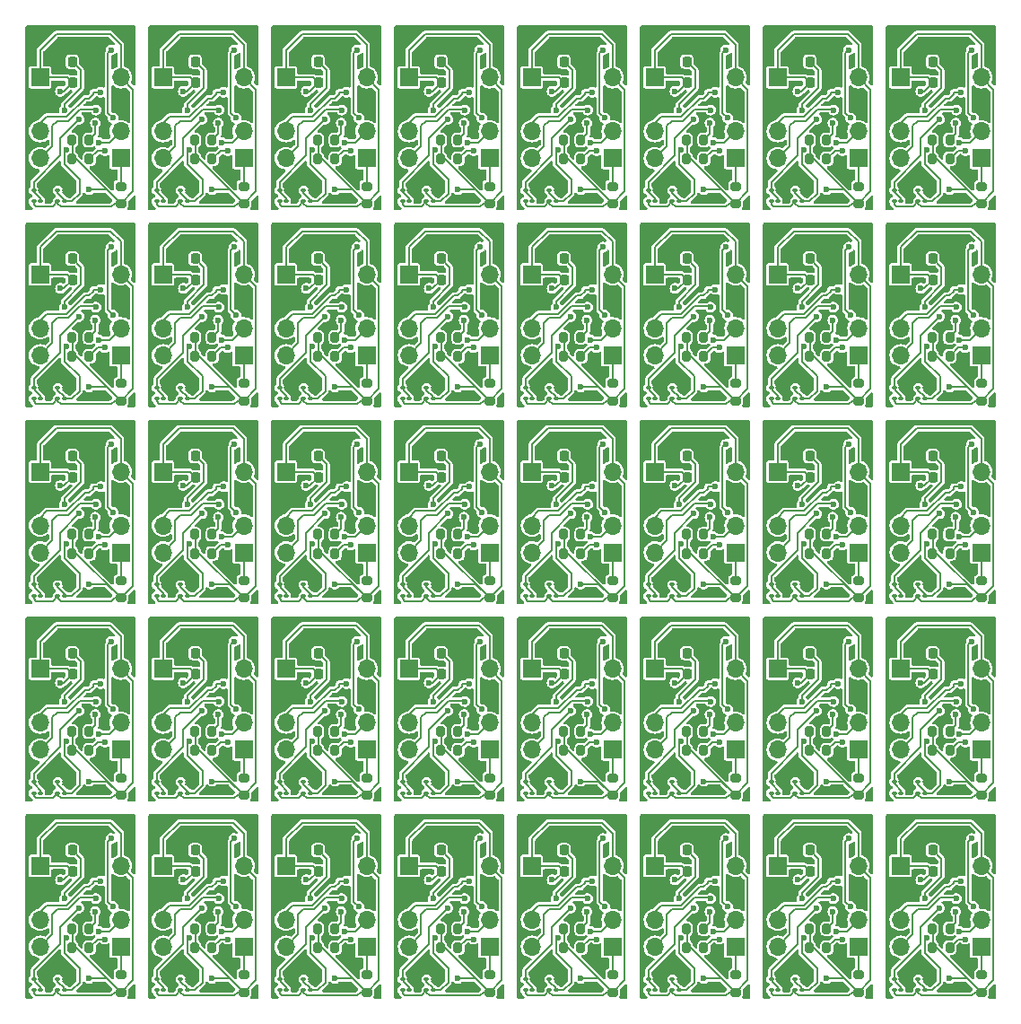
<source format=gbr>
%TF.GenerationSoftware,KiCad,Pcbnew,8.0.8*%
%TF.CreationDate,2025-03-09T21:38:21+09:00*%
%TF.ProjectId,panelized,70616e65-6c69-47a6-9564-2e6b69636164,rev?*%
%TF.SameCoordinates,Original*%
%TF.FileFunction,Copper,L2,Bot*%
%TF.FilePolarity,Positive*%
%FSLAX46Y46*%
G04 Gerber Fmt 4.6, Leading zero omitted, Abs format (unit mm)*
G04 Created by KiCad (PCBNEW 8.0.8) date 2025-03-09 21:38:21*
%MOMM*%
%LPD*%
G01*
G04 APERTURE LIST*
G04 Aperture macros list*
%AMRoundRect*
0 Rectangle with rounded corners*
0 $1 Rounding radius*
0 $2 $3 $4 $5 $6 $7 $8 $9 X,Y pos of 4 corners*
0 Add a 4 corners polygon primitive as box body*
4,1,4,$2,$3,$4,$5,$6,$7,$8,$9,$2,$3,0*
0 Add four circle primitives for the rounded corners*
1,1,$1+$1,$2,$3*
1,1,$1+$1,$4,$5*
1,1,$1+$1,$6,$7*
1,1,$1+$1,$8,$9*
0 Add four rect primitives between the rounded corners*
20,1,$1+$1,$2,$3,$4,$5,0*
20,1,$1+$1,$4,$5,$6,$7,0*
20,1,$1+$1,$6,$7,$8,$9,0*
20,1,$1+$1,$8,$9,$2,$3,0*%
G04 Aperture macros list end*
%TA.AperFunction,SMDPad,CuDef*%
%ADD10RoundRect,0.100000X0.130000X0.100000X-0.130000X0.100000X-0.130000X-0.100000X0.130000X-0.100000X0*%
%TD*%
%TA.AperFunction,SMDPad,CuDef*%
%ADD11RoundRect,0.225000X-0.225000X-0.250000X0.225000X-0.250000X0.225000X0.250000X-0.225000X0.250000X0*%
%TD*%
%TA.AperFunction,SMDPad,CuDef*%
%ADD12RoundRect,0.200000X0.200000X0.275000X-0.200000X0.275000X-0.200000X-0.275000X0.200000X-0.275000X0*%
%TD*%
%TA.AperFunction,ComponentPad*%
%ADD13R,1.700000X1.700000*%
%TD*%
%TA.AperFunction,ComponentPad*%
%ADD14O,1.700000X1.700000*%
%TD*%
%TA.AperFunction,SMDPad,CuDef*%
%ADD15RoundRect,0.200000X0.275000X-0.200000X0.275000X0.200000X-0.275000X0.200000X-0.275000X-0.200000X0*%
%TD*%
%TA.AperFunction,SMDPad,CuDef*%
%ADD16RoundRect,0.225000X0.225000X0.250000X-0.225000X0.250000X-0.225000X-0.250000X0.225000X-0.250000X0*%
%TD*%
%TA.AperFunction,ViaPad*%
%ADD17C,0.600000*%
%TD*%
%TA.AperFunction,Conductor*%
%ADD18C,0.200000*%
%TD*%
G04 APERTURE END LIST*
D10*
%TO.P,JP3,1,A*%
%TO.N,Board_0-GND*%
X1720000Y-15850000D03*
%TO.P,JP3,2,B*%
%TO.N,Board_0-Net-(IC1-PS1)*%
X1080000Y-15850000D03*
%TD*%
D11*
%TO.P,C1,1*%
%TO.N,Board_11-+3V3*%
X39525000Y-24300000D03*
%TO.P,C1,2*%
%TO.N,Board_11-GND*%
X41075000Y-24300000D03*
%TD*%
D10*
%TO.P,JP3,1,A*%
%TO.N,Board_5-GND*%
X59720000Y-15850000D03*
%TO.P,JP3,2,B*%
%TO.N,Board_5-Net-(IC1-PS1)*%
X59080000Y-15850000D03*
%TD*%
%TO.P,JP3,1,A*%
%TO.N,Board_19-GND*%
X36520000Y-53050000D03*
%TO.P,JP3,2,B*%
%TO.N,Board_19-Net-(IC1-PS1)*%
X35880000Y-53050000D03*
%TD*%
D12*
%TO.P,R3,1*%
%TO.N,Board_0-Net-(IC1-ENV_SDA)*%
X6325000Y-11100000D03*
%TO.P,R3,2*%
%TO.N,Board_0-+3V3*%
X4675000Y-11100000D03*
%TD*%
D13*
%TO.P,J3,1,Pin_1*%
%TO.N,Board_21-N_RST*%
X67310000Y-50010000D03*
D14*
%TO.P,J3,2,Pin_2*%
%TO.N,Board_21-INT*%
X67310000Y-47470000D03*
%TO.P,J3,3,Pin_3*%
%TO.N,Board_21-GND*%
X67310000Y-44930000D03*
%TO.P,J3,4,Pin_4*%
%TO.N,Board_21-+3V3*%
X67310000Y-42390000D03*
%TD*%
D10*
%TO.P,JP3,1,A*%
%TO.N,Board_7-GND*%
X82920000Y-15850000D03*
%TO.P,JP3,2,B*%
%TO.N,Board_7-Net-(IC1-PS1)*%
X82280000Y-15850000D03*
%TD*%
D12*
%TO.P,R3,1*%
%TO.N,Board_12-Net-(IC1-ENV_SDA)*%
X52725000Y-29700000D03*
%TO.P,R3,2*%
%TO.N,Board_12-+3V3*%
X51075000Y-29700000D03*
%TD*%
D11*
%TO.P,C1,1*%
%TO.N,Board_1-+3V3*%
X16325000Y-5700000D03*
%TO.P,C1,2*%
%TO.N,Board_1-GND*%
X17875000Y-5700000D03*
%TD*%
D10*
%TO.P,JP2,1,A*%
%TO.N,Board_24-Net-(IC1-PS0{slash}WAKE)*%
X4000000Y-72700000D03*
%TO.P,JP2,2,B*%
%TO.N,Board_24-+3V3*%
X3360000Y-72700000D03*
%TD*%
D13*
%TO.P,J3,1,Pin_1*%
%TO.N,Board_25-N_RST*%
X20910000Y-68610000D03*
D14*
%TO.P,J3,2,Pin_2*%
%TO.N,Board_25-INT*%
X20910000Y-66070000D03*
%TO.P,J3,3,Pin_3*%
%TO.N,Board_25-GND*%
X20910000Y-63530000D03*
%TO.P,J3,4,Pin_4*%
%TO.N,Board_25-+3V3*%
X20910000Y-60990000D03*
%TD*%
D12*
%TO.P,R3,1*%
%TO.N,Board_6-Net-(IC1-ENV_SDA)*%
X75925000Y-11100000D03*
%TO.P,R3,2*%
%TO.N,Board_6-+3V3*%
X74275000Y-11100000D03*
%TD*%
D13*
%TO.P,J3,1,Pin_1*%
%TO.N,Board_10-N_RST*%
X32510000Y-31410000D03*
D14*
%TO.P,J3,2,Pin_2*%
%TO.N,Board_10-INT*%
X32510000Y-28870000D03*
%TO.P,J3,3,Pin_3*%
%TO.N,Board_10-GND*%
X32510000Y-26330000D03*
%TO.P,J3,4,Pin_4*%
%TO.N,Board_10-+3V3*%
X32510000Y-23790000D03*
%TD*%
D10*
%TO.P,JP4,1,A*%
%TO.N,Board_33-Net-(IC1-PS1)*%
X13320000Y-91300000D03*
%TO.P,JP4,2,B*%
%TO.N,Board_33-+3V3*%
X12680000Y-91300000D03*
%TD*%
%TO.P,JP4,1,A*%
%TO.N,Board_15-Net-(IC1-PS1)*%
X82920000Y-35500000D03*
%TO.P,JP4,2,B*%
%TO.N,Board_15-+3V3*%
X82280000Y-35500000D03*
%TD*%
D12*
%TO.P,R1,1*%
%TO.N,Board_39-Net-(IC1-ENV_SCL_)*%
X87525000Y-87300000D03*
%TO.P,R1,2*%
%TO.N,Board_39-+3V3*%
X85875000Y-87300000D03*
%TD*%
%TO.P,R1,1*%
%TO.N,Board_29-Net-(IC1-ENV_SCL_)*%
X64325000Y-68700000D03*
%TO.P,R1,2*%
%TO.N,Board_29-+3V3*%
X62675000Y-68700000D03*
%TD*%
D10*
%TO.P,JP2,1,A*%
%TO.N,Board_4-Net-(IC1-PS0{slash}WAKE)*%
X50400000Y-16900000D03*
%TO.P,JP2,2,B*%
%TO.N,Board_4-+3V3*%
X49760000Y-16900000D03*
%TD*%
%TO.P,JP1,1,A*%
%TO.N,Board_21-GND*%
X62000000Y-53050000D03*
%TO.P,JP1,2,B*%
%TO.N,Board_21-Net-(IC1-PS0{slash}WAKE)*%
X61360000Y-53050000D03*
%TD*%
D12*
%TO.P,R1,1*%
%TO.N,Board_21-Net-(IC1-ENV_SCL_)*%
X64325000Y-50100000D03*
%TO.P,R1,2*%
%TO.N,Board_21-+3V3*%
X62675000Y-50100000D03*
%TD*%
D13*
%TO.P,J3,1,Pin_1*%
%TO.N,Board_13-N_RST*%
X67310000Y-31410000D03*
D14*
%TO.P,J3,2,Pin_2*%
%TO.N,Board_13-INT*%
X67310000Y-28870000D03*
%TO.P,J3,3,Pin_3*%
%TO.N,Board_13-GND*%
X67310000Y-26330000D03*
%TO.P,J3,4,Pin_4*%
%TO.N,Board_13-+3V3*%
X67310000Y-23790000D03*
%TD*%
D13*
%TO.P,J3,1,Pin_1*%
%TO.N,Board_5-N_RST*%
X67310000Y-12810000D03*
D14*
%TO.P,J3,2,Pin_2*%
%TO.N,Board_5-INT*%
X67310000Y-10270000D03*
%TO.P,J3,3,Pin_3*%
%TO.N,Board_5-GND*%
X67310000Y-7730000D03*
%TO.P,J3,4,Pin_4*%
%TO.N,Board_5-+3V3*%
X67310000Y-5190000D03*
%TD*%
D13*
%TO.P,J1,1,Pin_1*%
%TO.N,Board_1-+3V3*%
X13290000Y-5190000D03*
D14*
%TO.P,J1,2,Pin_2*%
%TO.N,Board_1-GND*%
X13290000Y-7730000D03*
%TO.P,J1,3,Pin_3*%
%TO.N,Board_1-SDA*%
X13290000Y-10270000D03*
%TO.P,J1,4,Pin_4*%
%TO.N,Board_1-SCL*%
X13290000Y-12810000D03*
%TD*%
D10*
%TO.P,JP1,1,A*%
%TO.N,Board_20-GND*%
X50400000Y-53050000D03*
%TO.P,JP1,2,B*%
%TO.N,Board_20-Net-(IC1-PS0{slash}WAKE)*%
X49760000Y-53050000D03*
%TD*%
D12*
%TO.P,R1,1*%
%TO.N,Board_1-Net-(IC1-ENV_SCL_)*%
X17925000Y-12900000D03*
%TO.P,R1,2*%
%TO.N,Board_1-+3V3*%
X16275000Y-12900000D03*
%TD*%
%TO.P,R1,1*%
%TO.N,Board_33-Net-(IC1-ENV_SCL_)*%
X17925000Y-87300000D03*
%TO.P,R1,2*%
%TO.N,Board_33-+3V3*%
X16275000Y-87300000D03*
%TD*%
D15*
%TO.P,R2,1*%
%TO.N,Board_0-+3V3*%
X9300000Y-17125000D03*
%TO.P,R2,2*%
%TO.N,Board_0-N_RST*%
X9300000Y-15475000D03*
%TD*%
D13*
%TO.P,J1,1,Pin_1*%
%TO.N,Board_31-+3V3*%
X82890000Y-60990000D03*
D14*
%TO.P,J1,2,Pin_2*%
%TO.N,Board_31-GND*%
X82890000Y-63530000D03*
%TO.P,J1,3,Pin_3*%
%TO.N,Board_31-SDA*%
X82890000Y-66070000D03*
%TO.P,J1,4,Pin_4*%
%TO.N,Board_31-SCL*%
X82890000Y-68610000D03*
%TD*%
D10*
%TO.P,JP2,1,A*%
%TO.N,Board_14-Net-(IC1-PS0{slash}WAKE)*%
X73600000Y-35500000D03*
%TO.P,JP2,2,B*%
%TO.N,Board_14-+3V3*%
X72960000Y-35500000D03*
%TD*%
D13*
%TO.P,J1,1,Pin_1*%
%TO.N,Board_32-+3V3*%
X1690000Y-79590000D03*
D14*
%TO.P,J1,2,Pin_2*%
%TO.N,Board_32-GND*%
X1690000Y-82130000D03*
%TO.P,J1,3,Pin_3*%
%TO.N,Board_32-SDA*%
X1690000Y-84670000D03*
%TO.P,J1,4,Pin_4*%
%TO.N,Board_32-SCL*%
X1690000Y-87210000D03*
%TD*%
D10*
%TO.P,JP4,1,A*%
%TO.N,Board_24-Net-(IC1-PS1)*%
X1720000Y-72700000D03*
%TO.P,JP4,2,B*%
%TO.N,Board_24-+3V3*%
X1080000Y-72700000D03*
%TD*%
D11*
%TO.P,C1,1*%
%TO.N,Board_9-+3V3*%
X16325000Y-24300000D03*
%TO.P,C1,2*%
%TO.N,Board_9-GND*%
X17875000Y-24300000D03*
%TD*%
D10*
%TO.P,JP1,1,A*%
%TO.N,Board_14-GND*%
X73600000Y-34450000D03*
%TO.P,JP1,2,B*%
%TO.N,Board_14-Net-(IC1-PS0{slash}WAKE)*%
X72960000Y-34450000D03*
%TD*%
%TO.P,JP4,1,A*%
%TO.N,Board_35-Net-(IC1-PS1)*%
X36520000Y-91300000D03*
%TO.P,JP4,2,B*%
%TO.N,Board_35-+3V3*%
X35880000Y-91300000D03*
%TD*%
D16*
%TO.P,C2,1*%
%TO.N,Board_8-GND*%
X6275000Y-22300000D03*
%TO.P,C2,2*%
%TO.N,Board_8-Net-(IC1-CAP)*%
X4725000Y-22300000D03*
%TD*%
D12*
%TO.P,R3,1*%
%TO.N,Board_2-Net-(IC1-ENV_SDA)*%
X29525000Y-11100000D03*
%TO.P,R3,2*%
%TO.N,Board_2-+3V3*%
X27875000Y-11100000D03*
%TD*%
D15*
%TO.P,R2,1*%
%TO.N,Board_38-+3V3*%
X78900000Y-91525000D03*
%TO.P,R2,2*%
%TO.N,Board_38-N_RST*%
X78900000Y-89875000D03*
%TD*%
D10*
%TO.P,JP2,1,A*%
%TO.N,Board_35-Net-(IC1-PS0{slash}WAKE)*%
X38800000Y-91300000D03*
%TO.P,JP2,2,B*%
%TO.N,Board_35-+3V3*%
X38160000Y-91300000D03*
%TD*%
D13*
%TO.P,J3,1,Pin_1*%
%TO.N,Board_27-N_RST*%
X44110000Y-68610000D03*
D14*
%TO.P,J3,2,Pin_2*%
%TO.N,Board_27-INT*%
X44110000Y-66070000D03*
%TO.P,J3,3,Pin_3*%
%TO.N,Board_27-GND*%
X44110000Y-63530000D03*
%TO.P,J3,4,Pin_4*%
%TO.N,Board_27-+3V3*%
X44110000Y-60990000D03*
%TD*%
D13*
%TO.P,J3,1,Pin_1*%
%TO.N,Board_30-N_RST*%
X78910000Y-68610000D03*
D14*
%TO.P,J3,2,Pin_2*%
%TO.N,Board_30-INT*%
X78910000Y-66070000D03*
%TO.P,J3,3,Pin_3*%
%TO.N,Board_30-GND*%
X78910000Y-63530000D03*
%TO.P,J3,4,Pin_4*%
%TO.N,Board_30-+3V3*%
X78910000Y-60990000D03*
%TD*%
D15*
%TO.P,R2,1*%
%TO.N,Board_22-+3V3*%
X78900000Y-54325000D03*
%TO.P,R2,2*%
%TO.N,Board_22-N_RST*%
X78900000Y-52675000D03*
%TD*%
D10*
%TO.P,JP4,1,A*%
%TO.N,Board_26-Net-(IC1-PS1)*%
X24920000Y-72700000D03*
%TO.P,JP4,2,B*%
%TO.N,Board_26-+3V3*%
X24280000Y-72700000D03*
%TD*%
D15*
%TO.P,R2,1*%
%TO.N,Board_36-+3V3*%
X55700000Y-91525000D03*
%TO.P,R2,2*%
%TO.N,Board_36-N_RST*%
X55700000Y-89875000D03*
%TD*%
D10*
%TO.P,JP3,1,A*%
%TO.N,Board_1-GND*%
X13320000Y-15850000D03*
%TO.P,JP3,2,B*%
%TO.N,Board_1-Net-(IC1-PS1)*%
X12680000Y-15850000D03*
%TD*%
%TO.P,JP2,1,A*%
%TO.N,Board_33-Net-(IC1-PS0{slash}WAKE)*%
X15600000Y-91300000D03*
%TO.P,JP2,2,B*%
%TO.N,Board_33-+3V3*%
X14960000Y-91300000D03*
%TD*%
%TO.P,JP4,1,A*%
%TO.N,Board_27-Net-(IC1-PS1)*%
X36520000Y-72700000D03*
%TO.P,JP4,2,B*%
%TO.N,Board_27-+3V3*%
X35880000Y-72700000D03*
%TD*%
%TO.P,JP3,1,A*%
%TO.N,Board_22-GND*%
X71320000Y-53050000D03*
%TO.P,JP3,2,B*%
%TO.N,Board_22-Net-(IC1-PS1)*%
X70680000Y-53050000D03*
%TD*%
D13*
%TO.P,J1,1,Pin_1*%
%TO.N,Board_23-+3V3*%
X82890000Y-42390000D03*
D14*
%TO.P,J1,2,Pin_2*%
%TO.N,Board_23-GND*%
X82890000Y-44930000D03*
%TO.P,J1,3,Pin_3*%
%TO.N,Board_23-SDA*%
X82890000Y-47470000D03*
%TO.P,J1,4,Pin_4*%
%TO.N,Board_23-SCL*%
X82890000Y-50010000D03*
%TD*%
D15*
%TO.P,R2,1*%
%TO.N,Board_30-+3V3*%
X78900000Y-72925000D03*
%TO.P,R2,2*%
%TO.N,Board_30-N_RST*%
X78900000Y-71275000D03*
%TD*%
D11*
%TO.P,C1,1*%
%TO.N,Board_12-+3V3*%
X51125000Y-24300000D03*
%TO.P,C1,2*%
%TO.N,Board_12-GND*%
X52675000Y-24300000D03*
%TD*%
D16*
%TO.P,C2,1*%
%TO.N,Board_9-GND*%
X17875000Y-22300000D03*
%TO.P,C2,2*%
%TO.N,Board_9-Net-(IC1-CAP)*%
X16325000Y-22300000D03*
%TD*%
D10*
%TO.P,JP3,1,A*%
%TO.N,Board_10-GND*%
X24920000Y-34450000D03*
%TO.P,JP3,2,B*%
%TO.N,Board_10-Net-(IC1-PS1)*%
X24280000Y-34450000D03*
%TD*%
%TO.P,JP3,1,A*%
%TO.N,Board_32-GND*%
X1720000Y-90250000D03*
%TO.P,JP3,2,B*%
%TO.N,Board_32-Net-(IC1-PS1)*%
X1080000Y-90250000D03*
%TD*%
D15*
%TO.P,R2,1*%
%TO.N,Board_27-+3V3*%
X44100000Y-72925000D03*
%TO.P,R2,2*%
%TO.N,Board_27-N_RST*%
X44100000Y-71275000D03*
%TD*%
D12*
%TO.P,R1,1*%
%TO.N,Board_2-Net-(IC1-ENV_SCL_)*%
X29525000Y-12900000D03*
%TO.P,R1,2*%
%TO.N,Board_2-+3V3*%
X27875000Y-12900000D03*
%TD*%
D13*
%TO.P,J1,1,Pin_1*%
%TO.N,Board_29-+3V3*%
X59690000Y-60990000D03*
D14*
%TO.P,J1,2,Pin_2*%
%TO.N,Board_29-GND*%
X59690000Y-63530000D03*
%TO.P,J1,3,Pin_3*%
%TO.N,Board_29-SDA*%
X59690000Y-66070000D03*
%TO.P,J1,4,Pin_4*%
%TO.N,Board_29-SCL*%
X59690000Y-68610000D03*
%TD*%
D10*
%TO.P,JP1,1,A*%
%TO.N,Board_13-GND*%
X62000000Y-34450000D03*
%TO.P,JP1,2,B*%
%TO.N,Board_13-Net-(IC1-PS0{slash}WAKE)*%
X61360000Y-34450000D03*
%TD*%
%TO.P,JP4,1,A*%
%TO.N,Board_37-Net-(IC1-PS1)*%
X59720000Y-91300000D03*
%TO.P,JP4,2,B*%
%TO.N,Board_37-+3V3*%
X59080000Y-91300000D03*
%TD*%
%TO.P,JP4,1,A*%
%TO.N,Board_10-Net-(IC1-PS1)*%
X24920000Y-35500000D03*
%TO.P,JP4,2,B*%
%TO.N,Board_10-+3V3*%
X24280000Y-35500000D03*
%TD*%
D11*
%TO.P,C1,1*%
%TO.N,Board_7-+3V3*%
X85925000Y-5700000D03*
%TO.P,C1,2*%
%TO.N,Board_7-GND*%
X87475000Y-5700000D03*
%TD*%
D10*
%TO.P,JP3,1,A*%
%TO.N,Board_26-GND*%
X24920000Y-71650000D03*
%TO.P,JP3,2,B*%
%TO.N,Board_26-Net-(IC1-PS1)*%
X24280000Y-71650000D03*
%TD*%
D12*
%TO.P,R1,1*%
%TO.N,Board_25-Net-(IC1-ENV_SCL_)*%
X17925000Y-68700000D03*
%TO.P,R1,2*%
%TO.N,Board_25-+3V3*%
X16275000Y-68700000D03*
%TD*%
D16*
%TO.P,C2,1*%
%TO.N,Board_23-GND*%
X87475000Y-40900000D03*
%TO.P,C2,2*%
%TO.N,Board_23-Net-(IC1-CAP)*%
X85925000Y-40900000D03*
%TD*%
D10*
%TO.P,JP3,1,A*%
%TO.N,Board_2-GND*%
X24920000Y-15850000D03*
%TO.P,JP3,2,B*%
%TO.N,Board_2-Net-(IC1-PS1)*%
X24280000Y-15850000D03*
%TD*%
D13*
%TO.P,J3,1,Pin_1*%
%TO.N,Board_39-N_RST*%
X90510000Y-87210000D03*
D14*
%TO.P,J3,2,Pin_2*%
%TO.N,Board_39-INT*%
X90510000Y-84670000D03*
%TO.P,J3,3,Pin_3*%
%TO.N,Board_39-GND*%
X90510000Y-82130000D03*
%TO.P,J3,4,Pin_4*%
%TO.N,Board_39-+3V3*%
X90510000Y-79590000D03*
%TD*%
D10*
%TO.P,JP1,1,A*%
%TO.N,Board_7-GND*%
X85200000Y-15850000D03*
%TO.P,JP1,2,B*%
%TO.N,Board_7-Net-(IC1-PS0{slash}WAKE)*%
X84560000Y-15850000D03*
%TD*%
D11*
%TO.P,C1,1*%
%TO.N,Board_0-+3V3*%
X4725000Y-5700000D03*
%TO.P,C1,2*%
%TO.N,Board_0-GND*%
X6275000Y-5700000D03*
%TD*%
D10*
%TO.P,JP1,1,A*%
%TO.N,Board_25-GND*%
X15600000Y-71650000D03*
%TO.P,JP1,2,B*%
%TO.N,Board_25-Net-(IC1-PS0{slash}WAKE)*%
X14960000Y-71650000D03*
%TD*%
%TO.P,JP2,1,A*%
%TO.N,Board_8-Net-(IC1-PS0{slash}WAKE)*%
X4000000Y-35500000D03*
%TO.P,JP2,2,B*%
%TO.N,Board_8-+3V3*%
X3360000Y-35500000D03*
%TD*%
%TO.P,JP4,1,A*%
%TO.N,Board_12-Net-(IC1-PS1)*%
X48120000Y-35500000D03*
%TO.P,JP4,2,B*%
%TO.N,Board_12-+3V3*%
X47480000Y-35500000D03*
%TD*%
D13*
%TO.P,J1,1,Pin_1*%
%TO.N,Board_18-+3V3*%
X24890000Y-42390000D03*
D14*
%TO.P,J1,2,Pin_2*%
%TO.N,Board_18-GND*%
X24890000Y-44930000D03*
%TO.P,J1,3,Pin_3*%
%TO.N,Board_18-SDA*%
X24890000Y-47470000D03*
%TO.P,J1,4,Pin_4*%
%TO.N,Board_18-SCL*%
X24890000Y-50010000D03*
%TD*%
D13*
%TO.P,J1,1,Pin_1*%
%TO.N,Board_9-+3V3*%
X13290000Y-23790000D03*
D14*
%TO.P,J1,2,Pin_2*%
%TO.N,Board_9-GND*%
X13290000Y-26330000D03*
%TO.P,J1,3,Pin_3*%
%TO.N,Board_9-SDA*%
X13290000Y-28870000D03*
%TO.P,J1,4,Pin_4*%
%TO.N,Board_9-SCL*%
X13290000Y-31410000D03*
%TD*%
D15*
%TO.P,R2,1*%
%TO.N,Board_12-+3V3*%
X55700000Y-35725000D03*
%TO.P,R2,2*%
%TO.N,Board_12-N_RST*%
X55700000Y-34075000D03*
%TD*%
D13*
%TO.P,J1,1,Pin_1*%
%TO.N,Board_0-+3V3*%
X1690000Y-5190000D03*
D14*
%TO.P,J1,2,Pin_2*%
%TO.N,Board_0-GND*%
X1690000Y-7730000D03*
%TO.P,J1,3,Pin_3*%
%TO.N,Board_0-SDA*%
X1690000Y-10270000D03*
%TO.P,J1,4,Pin_4*%
%TO.N,Board_0-SCL*%
X1690000Y-12810000D03*
%TD*%
D12*
%TO.P,R3,1*%
%TO.N,Board_7-Net-(IC1-ENV_SDA)*%
X87525000Y-11100000D03*
%TO.P,R3,2*%
%TO.N,Board_7-+3V3*%
X85875000Y-11100000D03*
%TD*%
%TO.P,R3,1*%
%TO.N,Board_27-Net-(IC1-ENV_SDA)*%
X41125000Y-66900000D03*
%TO.P,R3,2*%
%TO.N,Board_27-+3V3*%
X39475000Y-66900000D03*
%TD*%
D10*
%TO.P,JP3,1,A*%
%TO.N,Board_11-GND*%
X36520000Y-34450000D03*
%TO.P,JP3,2,B*%
%TO.N,Board_11-Net-(IC1-PS1)*%
X35880000Y-34450000D03*
%TD*%
%TO.P,JP2,1,A*%
%TO.N,Board_21-Net-(IC1-PS0{slash}WAKE)*%
X62000000Y-54100000D03*
%TO.P,JP2,2,B*%
%TO.N,Board_21-+3V3*%
X61360000Y-54100000D03*
%TD*%
D13*
%TO.P,J3,1,Pin_1*%
%TO.N,Board_14-N_RST*%
X78910000Y-31410000D03*
D14*
%TO.P,J3,2,Pin_2*%
%TO.N,Board_14-INT*%
X78910000Y-28870000D03*
%TO.P,J3,3,Pin_3*%
%TO.N,Board_14-GND*%
X78910000Y-26330000D03*
%TO.P,J3,4,Pin_4*%
%TO.N,Board_14-+3V3*%
X78910000Y-23790000D03*
%TD*%
D15*
%TO.P,R2,1*%
%TO.N,Board_29-+3V3*%
X67300000Y-72925000D03*
%TO.P,R2,2*%
%TO.N,Board_29-N_RST*%
X67300000Y-71275000D03*
%TD*%
D10*
%TO.P,JP2,1,A*%
%TO.N,Board_29-Net-(IC1-PS0{slash}WAKE)*%
X62000000Y-72700000D03*
%TO.P,JP2,2,B*%
%TO.N,Board_29-+3V3*%
X61360000Y-72700000D03*
%TD*%
D15*
%TO.P,R2,1*%
%TO.N,Board_15-+3V3*%
X90500000Y-35725000D03*
%TO.P,R2,2*%
%TO.N,Board_15-N_RST*%
X90500000Y-34075000D03*
%TD*%
D13*
%TO.P,J1,1,Pin_1*%
%TO.N,Board_26-+3V3*%
X24890000Y-60990000D03*
D14*
%TO.P,J1,2,Pin_2*%
%TO.N,Board_26-GND*%
X24890000Y-63530000D03*
%TO.P,J1,3,Pin_3*%
%TO.N,Board_26-SDA*%
X24890000Y-66070000D03*
%TO.P,J1,4,Pin_4*%
%TO.N,Board_26-SCL*%
X24890000Y-68610000D03*
%TD*%
D10*
%TO.P,JP4,1,A*%
%TO.N,Board_38-Net-(IC1-PS1)*%
X71320000Y-91300000D03*
%TO.P,JP4,2,B*%
%TO.N,Board_38-+3V3*%
X70680000Y-91300000D03*
%TD*%
%TO.P,JP1,1,A*%
%TO.N,Board_35-GND*%
X38800000Y-90250000D03*
%TO.P,JP1,2,B*%
%TO.N,Board_35-Net-(IC1-PS0{slash}WAKE)*%
X38160000Y-90250000D03*
%TD*%
%TO.P,JP2,1,A*%
%TO.N,Board_9-Net-(IC1-PS0{slash}WAKE)*%
X15600000Y-35500000D03*
%TO.P,JP2,2,B*%
%TO.N,Board_9-+3V3*%
X14960000Y-35500000D03*
%TD*%
%TO.P,JP1,1,A*%
%TO.N,Board_37-GND*%
X62000000Y-90250000D03*
%TO.P,JP1,2,B*%
%TO.N,Board_37-Net-(IC1-PS0{slash}WAKE)*%
X61360000Y-90250000D03*
%TD*%
D15*
%TO.P,R2,1*%
%TO.N,Board_7-+3V3*%
X90500000Y-17125000D03*
%TO.P,R2,2*%
%TO.N,Board_7-N_RST*%
X90500000Y-15475000D03*
%TD*%
D11*
%TO.P,C1,1*%
%TO.N,Board_30-+3V3*%
X74325000Y-61500000D03*
%TO.P,C1,2*%
%TO.N,Board_30-GND*%
X75875000Y-61500000D03*
%TD*%
D12*
%TO.P,R3,1*%
%TO.N,Board_37-Net-(IC1-ENV_SDA)*%
X64325000Y-85500000D03*
%TO.P,R3,2*%
%TO.N,Board_37-+3V3*%
X62675000Y-85500000D03*
%TD*%
%TO.P,R1,1*%
%TO.N,Board_32-Net-(IC1-ENV_SCL_)*%
X6325000Y-87300000D03*
%TO.P,R1,2*%
%TO.N,Board_32-+3V3*%
X4675000Y-87300000D03*
%TD*%
D13*
%TO.P,J3,1,Pin_1*%
%TO.N,Board_6-N_RST*%
X78910000Y-12810000D03*
D14*
%TO.P,J3,2,Pin_2*%
%TO.N,Board_6-INT*%
X78910000Y-10270000D03*
%TO.P,J3,3,Pin_3*%
%TO.N,Board_6-GND*%
X78910000Y-7730000D03*
%TO.P,J3,4,Pin_4*%
%TO.N,Board_6-+3V3*%
X78910000Y-5190000D03*
%TD*%
D15*
%TO.P,R2,1*%
%TO.N,Board_21-+3V3*%
X67300000Y-54325000D03*
%TO.P,R2,2*%
%TO.N,Board_21-N_RST*%
X67300000Y-52675000D03*
%TD*%
D10*
%TO.P,JP1,1,A*%
%TO.N,Board_28-GND*%
X50400000Y-71650000D03*
%TO.P,JP1,2,B*%
%TO.N,Board_28-Net-(IC1-PS0{slash}WAKE)*%
X49760000Y-71650000D03*
%TD*%
D16*
%TO.P,C2,1*%
%TO.N,Board_39-GND*%
X87475000Y-78100000D03*
%TO.P,C2,2*%
%TO.N,Board_39-Net-(IC1-CAP)*%
X85925000Y-78100000D03*
%TD*%
D12*
%TO.P,R1,1*%
%TO.N,Board_5-Net-(IC1-ENV_SCL_)*%
X64325000Y-12900000D03*
%TO.P,R1,2*%
%TO.N,Board_5-+3V3*%
X62675000Y-12900000D03*
%TD*%
D10*
%TO.P,JP1,1,A*%
%TO.N,Board_8-GND*%
X4000000Y-34450000D03*
%TO.P,JP1,2,B*%
%TO.N,Board_8-Net-(IC1-PS0{slash}WAKE)*%
X3360000Y-34450000D03*
%TD*%
%TO.P,JP4,1,A*%
%TO.N,Board_18-Net-(IC1-PS1)*%
X24920000Y-54100000D03*
%TO.P,JP4,2,B*%
%TO.N,Board_18-+3V3*%
X24280000Y-54100000D03*
%TD*%
D15*
%TO.P,R2,1*%
%TO.N,Board_14-+3V3*%
X78900000Y-35725000D03*
%TO.P,R2,2*%
%TO.N,Board_14-N_RST*%
X78900000Y-34075000D03*
%TD*%
D12*
%TO.P,R3,1*%
%TO.N,Board_32-Net-(IC1-ENV_SDA)*%
X6325000Y-85500000D03*
%TO.P,R3,2*%
%TO.N,Board_32-+3V3*%
X4675000Y-85500000D03*
%TD*%
D10*
%TO.P,JP4,1,A*%
%TO.N,Board_2-Net-(IC1-PS1)*%
X24920000Y-16900000D03*
%TO.P,JP4,2,B*%
%TO.N,Board_2-+3V3*%
X24280000Y-16900000D03*
%TD*%
%TO.P,JP4,1,A*%
%TO.N,Board_8-Net-(IC1-PS1)*%
X1720000Y-35500000D03*
%TO.P,JP4,2,B*%
%TO.N,Board_8-+3V3*%
X1080000Y-35500000D03*
%TD*%
D13*
%TO.P,J1,1,Pin_1*%
%TO.N,Board_28-+3V3*%
X48090000Y-60990000D03*
D14*
%TO.P,J1,2,Pin_2*%
%TO.N,Board_28-GND*%
X48090000Y-63530000D03*
%TO.P,J1,3,Pin_3*%
%TO.N,Board_28-SDA*%
X48090000Y-66070000D03*
%TO.P,J1,4,Pin_4*%
%TO.N,Board_28-SCL*%
X48090000Y-68610000D03*
%TD*%
D11*
%TO.P,C1,1*%
%TO.N,Board_13-+3V3*%
X62725000Y-24300000D03*
%TO.P,C1,2*%
%TO.N,Board_13-GND*%
X64275000Y-24300000D03*
%TD*%
D10*
%TO.P,JP2,1,A*%
%TO.N,Board_15-Net-(IC1-PS0{slash}WAKE)*%
X85200000Y-35500000D03*
%TO.P,JP2,2,B*%
%TO.N,Board_15-+3V3*%
X84560000Y-35500000D03*
%TD*%
%TO.P,JP1,1,A*%
%TO.N,Board_10-GND*%
X27200000Y-34450000D03*
%TO.P,JP1,2,B*%
%TO.N,Board_10-Net-(IC1-PS0{slash}WAKE)*%
X26560000Y-34450000D03*
%TD*%
D12*
%TO.P,R3,1*%
%TO.N,Board_38-Net-(IC1-ENV_SDA)*%
X75925000Y-85500000D03*
%TO.P,R3,2*%
%TO.N,Board_38-+3V3*%
X74275000Y-85500000D03*
%TD*%
D10*
%TO.P,JP3,1,A*%
%TO.N,Board_38-GND*%
X71320000Y-90250000D03*
%TO.P,JP3,2,B*%
%TO.N,Board_38-Net-(IC1-PS1)*%
X70680000Y-90250000D03*
%TD*%
D15*
%TO.P,R2,1*%
%TO.N,Board_13-+3V3*%
X67300000Y-35725000D03*
%TO.P,R2,2*%
%TO.N,Board_13-N_RST*%
X67300000Y-34075000D03*
%TD*%
D10*
%TO.P,JP4,1,A*%
%TO.N,Board_20-Net-(IC1-PS1)*%
X48120000Y-54100000D03*
%TO.P,JP4,2,B*%
%TO.N,Board_20-+3V3*%
X47480000Y-54100000D03*
%TD*%
D11*
%TO.P,C1,1*%
%TO.N,Board_2-+3V3*%
X27925000Y-5700000D03*
%TO.P,C1,2*%
%TO.N,Board_2-GND*%
X29475000Y-5700000D03*
%TD*%
D10*
%TO.P,JP2,1,A*%
%TO.N,Board_36-Net-(IC1-PS0{slash}WAKE)*%
X50400000Y-91300000D03*
%TO.P,JP2,2,B*%
%TO.N,Board_36-+3V3*%
X49760000Y-91300000D03*
%TD*%
D12*
%TO.P,R1,1*%
%TO.N,Board_6-Net-(IC1-ENV_SCL_)*%
X75925000Y-12900000D03*
%TO.P,R1,2*%
%TO.N,Board_6-+3V3*%
X74275000Y-12900000D03*
%TD*%
D10*
%TO.P,JP1,1,A*%
%TO.N,Board_2-GND*%
X27200000Y-15850000D03*
%TO.P,JP1,2,B*%
%TO.N,Board_2-Net-(IC1-PS0{slash}WAKE)*%
X26560000Y-15850000D03*
%TD*%
D13*
%TO.P,J3,1,Pin_1*%
%TO.N,Board_38-N_RST*%
X78910000Y-87210000D03*
D14*
%TO.P,J3,2,Pin_2*%
%TO.N,Board_38-INT*%
X78910000Y-84670000D03*
%TO.P,J3,3,Pin_3*%
%TO.N,Board_38-GND*%
X78910000Y-82130000D03*
%TO.P,J3,4,Pin_4*%
%TO.N,Board_38-+3V3*%
X78910000Y-79590000D03*
%TD*%
D12*
%TO.P,R3,1*%
%TO.N,Board_31-Net-(IC1-ENV_SDA)*%
X87525000Y-66900000D03*
%TO.P,R3,2*%
%TO.N,Board_31-+3V3*%
X85875000Y-66900000D03*
%TD*%
D15*
%TO.P,R2,1*%
%TO.N,Board_9-+3V3*%
X20900000Y-35725000D03*
%TO.P,R2,2*%
%TO.N,Board_9-N_RST*%
X20900000Y-34075000D03*
%TD*%
D12*
%TO.P,R1,1*%
%TO.N,Board_30-Net-(IC1-ENV_SCL_)*%
X75925000Y-68700000D03*
%TO.P,R1,2*%
%TO.N,Board_30-+3V3*%
X74275000Y-68700000D03*
%TD*%
D13*
%TO.P,J1,1,Pin_1*%
%TO.N,Board_27-+3V3*%
X36490000Y-60990000D03*
D14*
%TO.P,J1,2,Pin_2*%
%TO.N,Board_27-GND*%
X36490000Y-63530000D03*
%TO.P,J1,3,Pin_3*%
%TO.N,Board_27-SDA*%
X36490000Y-66070000D03*
%TO.P,J1,4,Pin_4*%
%TO.N,Board_27-SCL*%
X36490000Y-68610000D03*
%TD*%
D12*
%TO.P,R1,1*%
%TO.N,Board_34-Net-(IC1-ENV_SCL_)*%
X29525000Y-87300000D03*
%TO.P,R1,2*%
%TO.N,Board_34-+3V3*%
X27875000Y-87300000D03*
%TD*%
D13*
%TO.P,J1,1,Pin_1*%
%TO.N,Board_12-+3V3*%
X48090000Y-23790000D03*
D14*
%TO.P,J1,2,Pin_2*%
%TO.N,Board_12-GND*%
X48090000Y-26330000D03*
%TO.P,J1,3,Pin_3*%
%TO.N,Board_12-SDA*%
X48090000Y-28870000D03*
%TO.P,J1,4,Pin_4*%
%TO.N,Board_12-SCL*%
X48090000Y-31410000D03*
%TD*%
D10*
%TO.P,JP3,1,A*%
%TO.N,Board_21-GND*%
X59720000Y-53050000D03*
%TO.P,JP3,2,B*%
%TO.N,Board_21-Net-(IC1-PS1)*%
X59080000Y-53050000D03*
%TD*%
%TO.P,JP2,1,A*%
%TO.N,Board_18-Net-(IC1-PS0{slash}WAKE)*%
X27200000Y-54100000D03*
%TO.P,JP2,2,B*%
%TO.N,Board_18-+3V3*%
X26560000Y-54100000D03*
%TD*%
%TO.P,JP4,1,A*%
%TO.N,Board_31-Net-(IC1-PS1)*%
X82920000Y-72700000D03*
%TO.P,JP4,2,B*%
%TO.N,Board_31-+3V3*%
X82280000Y-72700000D03*
%TD*%
D13*
%TO.P,J1,1,Pin_1*%
%TO.N,Board_3-+3V3*%
X36490000Y-5190000D03*
D14*
%TO.P,J1,2,Pin_2*%
%TO.N,Board_3-GND*%
X36490000Y-7730000D03*
%TO.P,J1,3,Pin_3*%
%TO.N,Board_3-SDA*%
X36490000Y-10270000D03*
%TO.P,J1,4,Pin_4*%
%TO.N,Board_3-SCL*%
X36490000Y-12810000D03*
%TD*%
D10*
%TO.P,JP3,1,A*%
%TO.N,Board_23-GND*%
X82920000Y-53050000D03*
%TO.P,JP3,2,B*%
%TO.N,Board_23-Net-(IC1-PS1)*%
X82280000Y-53050000D03*
%TD*%
%TO.P,JP1,1,A*%
%TO.N,Board_24-GND*%
X4000000Y-71650000D03*
%TO.P,JP1,2,B*%
%TO.N,Board_24-Net-(IC1-PS0{slash}WAKE)*%
X3360000Y-71650000D03*
%TD*%
%TO.P,JP2,1,A*%
%TO.N,Board_16-Net-(IC1-PS0{slash}WAKE)*%
X4000000Y-54100000D03*
%TO.P,JP2,2,B*%
%TO.N,Board_16-+3V3*%
X3360000Y-54100000D03*
%TD*%
D12*
%TO.P,R3,1*%
%TO.N,Board_28-Net-(IC1-ENV_SDA)*%
X52725000Y-66900000D03*
%TO.P,R3,2*%
%TO.N,Board_28-+3V3*%
X51075000Y-66900000D03*
%TD*%
D11*
%TO.P,C1,1*%
%TO.N,Board_23-+3V3*%
X85925000Y-42900000D03*
%TO.P,C1,2*%
%TO.N,Board_23-GND*%
X87475000Y-42900000D03*
%TD*%
%TO.P,C1,1*%
%TO.N,Board_8-+3V3*%
X4725000Y-24300000D03*
%TO.P,C1,2*%
%TO.N,Board_8-GND*%
X6275000Y-24300000D03*
%TD*%
D12*
%TO.P,R1,1*%
%TO.N,Board_11-Net-(IC1-ENV_SCL_)*%
X41125000Y-31500000D03*
%TO.P,R1,2*%
%TO.N,Board_11-+3V3*%
X39475000Y-31500000D03*
%TD*%
D11*
%TO.P,C1,1*%
%TO.N,Board_3-+3V3*%
X39525000Y-5700000D03*
%TO.P,C1,2*%
%TO.N,Board_3-GND*%
X41075000Y-5700000D03*
%TD*%
D13*
%TO.P,J1,1,Pin_1*%
%TO.N,Board_20-+3V3*%
X48090000Y-42390000D03*
D14*
%TO.P,J1,2,Pin_2*%
%TO.N,Board_20-GND*%
X48090000Y-44930000D03*
%TO.P,J1,3,Pin_3*%
%TO.N,Board_20-SDA*%
X48090000Y-47470000D03*
%TO.P,J1,4,Pin_4*%
%TO.N,Board_20-SCL*%
X48090000Y-50010000D03*
%TD*%
D10*
%TO.P,JP4,1,A*%
%TO.N,Board_29-Net-(IC1-PS1)*%
X59720000Y-72700000D03*
%TO.P,JP4,2,B*%
%TO.N,Board_29-+3V3*%
X59080000Y-72700000D03*
%TD*%
D11*
%TO.P,C1,1*%
%TO.N,Board_36-+3V3*%
X51125000Y-80100000D03*
%TO.P,C1,2*%
%TO.N,Board_36-GND*%
X52675000Y-80100000D03*
%TD*%
D10*
%TO.P,JP2,1,A*%
%TO.N,Board_13-Net-(IC1-PS0{slash}WAKE)*%
X62000000Y-35500000D03*
%TO.P,JP2,2,B*%
%TO.N,Board_13-+3V3*%
X61360000Y-35500000D03*
%TD*%
D13*
%TO.P,J3,1,Pin_1*%
%TO.N,Board_23-N_RST*%
X90510000Y-50010000D03*
D14*
%TO.P,J3,2,Pin_2*%
%TO.N,Board_23-INT*%
X90510000Y-47470000D03*
%TO.P,J3,3,Pin_3*%
%TO.N,Board_23-GND*%
X90510000Y-44930000D03*
%TO.P,J3,4,Pin_4*%
%TO.N,Board_23-+3V3*%
X90510000Y-42390000D03*
%TD*%
D10*
%TO.P,JP4,1,A*%
%TO.N,Board_9-Net-(IC1-PS1)*%
X13320000Y-35500000D03*
%TO.P,JP4,2,B*%
%TO.N,Board_9-+3V3*%
X12680000Y-35500000D03*
%TD*%
D15*
%TO.P,R2,1*%
%TO.N,Board_10-+3V3*%
X32500000Y-35725000D03*
%TO.P,R2,2*%
%TO.N,Board_10-N_RST*%
X32500000Y-34075000D03*
%TD*%
D10*
%TO.P,JP3,1,A*%
%TO.N,Board_20-GND*%
X48120000Y-53050000D03*
%TO.P,JP3,2,B*%
%TO.N,Board_20-Net-(IC1-PS1)*%
X47480000Y-53050000D03*
%TD*%
D13*
%TO.P,J3,1,Pin_1*%
%TO.N,Board_17-N_RST*%
X20910000Y-50010000D03*
D14*
%TO.P,J3,2,Pin_2*%
%TO.N,Board_17-INT*%
X20910000Y-47470000D03*
%TO.P,J3,3,Pin_3*%
%TO.N,Board_17-GND*%
X20910000Y-44930000D03*
%TO.P,J3,4,Pin_4*%
%TO.N,Board_17-+3V3*%
X20910000Y-42390000D03*
%TD*%
D13*
%TO.P,J3,1,Pin_1*%
%TO.N,Board_7-N_RST*%
X90510000Y-12810000D03*
D14*
%TO.P,J3,2,Pin_2*%
%TO.N,Board_7-INT*%
X90510000Y-10270000D03*
%TO.P,J3,3,Pin_3*%
%TO.N,Board_7-GND*%
X90510000Y-7730000D03*
%TO.P,J3,4,Pin_4*%
%TO.N,Board_7-+3V3*%
X90510000Y-5190000D03*
%TD*%
D11*
%TO.P,C1,1*%
%TO.N,Board_28-+3V3*%
X51125000Y-61500000D03*
%TO.P,C1,2*%
%TO.N,Board_28-GND*%
X52675000Y-61500000D03*
%TD*%
D12*
%TO.P,R1,1*%
%TO.N,Board_0-Net-(IC1-ENV_SCL_)*%
X6325000Y-12900000D03*
%TO.P,R1,2*%
%TO.N,Board_0-+3V3*%
X4675000Y-12900000D03*
%TD*%
D10*
%TO.P,JP2,1,A*%
%TO.N,Board_11-Net-(IC1-PS0{slash}WAKE)*%
X38800000Y-35500000D03*
%TO.P,JP2,2,B*%
%TO.N,Board_11-+3V3*%
X38160000Y-35500000D03*
%TD*%
%TO.P,JP1,1,A*%
%TO.N,Board_12-GND*%
X50400000Y-34450000D03*
%TO.P,JP1,2,B*%
%TO.N,Board_12-Net-(IC1-PS0{slash}WAKE)*%
X49760000Y-34450000D03*
%TD*%
%TO.P,JP4,1,A*%
%TO.N,Board_23-Net-(IC1-PS1)*%
X82920000Y-54100000D03*
%TO.P,JP4,2,B*%
%TO.N,Board_23-+3V3*%
X82280000Y-54100000D03*
%TD*%
D12*
%TO.P,R3,1*%
%TO.N,Board_33-Net-(IC1-ENV_SDA)*%
X17925000Y-85500000D03*
%TO.P,R3,2*%
%TO.N,Board_33-+3V3*%
X16275000Y-85500000D03*
%TD*%
D10*
%TO.P,JP3,1,A*%
%TO.N,Board_16-GND*%
X1720000Y-53050000D03*
%TO.P,JP3,2,B*%
%TO.N,Board_16-Net-(IC1-PS1)*%
X1080000Y-53050000D03*
%TD*%
%TO.P,JP1,1,A*%
%TO.N,Board_26-GND*%
X27200000Y-71650000D03*
%TO.P,JP1,2,B*%
%TO.N,Board_26-Net-(IC1-PS0{slash}WAKE)*%
X26560000Y-71650000D03*
%TD*%
D13*
%TO.P,J3,1,Pin_1*%
%TO.N,Board_3-N_RST*%
X44110000Y-12810000D03*
D14*
%TO.P,J3,2,Pin_2*%
%TO.N,Board_3-INT*%
X44110000Y-10270000D03*
%TO.P,J3,3,Pin_3*%
%TO.N,Board_3-GND*%
X44110000Y-7730000D03*
%TO.P,J3,4,Pin_4*%
%TO.N,Board_3-+3V3*%
X44110000Y-5190000D03*
%TD*%
D10*
%TO.P,JP3,1,A*%
%TO.N,Board_13-GND*%
X59720000Y-34450000D03*
%TO.P,JP3,2,B*%
%TO.N,Board_13-Net-(IC1-PS1)*%
X59080000Y-34450000D03*
%TD*%
D16*
%TO.P,C2,1*%
%TO.N,Board_22-GND*%
X75875000Y-40900000D03*
%TO.P,C2,2*%
%TO.N,Board_22-Net-(IC1-CAP)*%
X74325000Y-40900000D03*
%TD*%
D11*
%TO.P,C1,1*%
%TO.N,Board_5-+3V3*%
X62725000Y-5700000D03*
%TO.P,C1,2*%
%TO.N,Board_5-GND*%
X64275000Y-5700000D03*
%TD*%
D12*
%TO.P,R3,1*%
%TO.N,Board_22-Net-(IC1-ENV_SDA)*%
X75925000Y-48300000D03*
%TO.P,R3,2*%
%TO.N,Board_22-+3V3*%
X74275000Y-48300000D03*
%TD*%
%TO.P,R3,1*%
%TO.N,Board_1-Net-(IC1-ENV_SDA)*%
X17925000Y-11100000D03*
%TO.P,R3,2*%
%TO.N,Board_1-+3V3*%
X16275000Y-11100000D03*
%TD*%
D10*
%TO.P,JP3,1,A*%
%TO.N,Board_39-GND*%
X82920000Y-90250000D03*
%TO.P,JP3,2,B*%
%TO.N,Board_39-Net-(IC1-PS1)*%
X82280000Y-90250000D03*
%TD*%
D16*
%TO.P,C2,1*%
%TO.N,Board_26-GND*%
X29475000Y-59500000D03*
%TO.P,C2,2*%
%TO.N,Board_26-Net-(IC1-CAP)*%
X27925000Y-59500000D03*
%TD*%
D13*
%TO.P,J1,1,Pin_1*%
%TO.N,Board_6-+3V3*%
X71290000Y-5190000D03*
D14*
%TO.P,J1,2,Pin_2*%
%TO.N,Board_6-GND*%
X71290000Y-7730000D03*
%TO.P,J1,3,Pin_3*%
%TO.N,Board_6-SDA*%
X71290000Y-10270000D03*
%TO.P,J1,4,Pin_4*%
%TO.N,Board_6-SCL*%
X71290000Y-12810000D03*
%TD*%
D15*
%TO.P,R2,1*%
%TO.N,Board_16-+3V3*%
X9300000Y-54325000D03*
%TO.P,R2,2*%
%TO.N,Board_16-N_RST*%
X9300000Y-52675000D03*
%TD*%
D12*
%TO.P,R1,1*%
%TO.N,Board_38-Net-(IC1-ENV_SCL_)*%
X75925000Y-87300000D03*
%TO.P,R1,2*%
%TO.N,Board_38-+3V3*%
X74275000Y-87300000D03*
%TD*%
D10*
%TO.P,JP2,1,A*%
%TO.N,Board_30-Net-(IC1-PS0{slash}WAKE)*%
X73600000Y-72700000D03*
%TO.P,JP2,2,B*%
%TO.N,Board_30-+3V3*%
X72960000Y-72700000D03*
%TD*%
%TO.P,JP4,1,A*%
%TO.N,Board_25-Net-(IC1-PS1)*%
X13320000Y-72700000D03*
%TO.P,JP4,2,B*%
%TO.N,Board_25-+3V3*%
X12680000Y-72700000D03*
%TD*%
%TO.P,JP2,1,A*%
%TO.N,Board_17-Net-(IC1-PS0{slash}WAKE)*%
X15600000Y-54100000D03*
%TO.P,JP2,2,B*%
%TO.N,Board_17-+3V3*%
X14960000Y-54100000D03*
%TD*%
D16*
%TO.P,C2,1*%
%TO.N,Board_21-GND*%
X64275000Y-40900000D03*
%TO.P,C2,2*%
%TO.N,Board_21-Net-(IC1-CAP)*%
X62725000Y-40900000D03*
%TD*%
D10*
%TO.P,JP4,1,A*%
%TO.N,Board_16-Net-(IC1-PS1)*%
X1720000Y-54100000D03*
%TO.P,JP4,2,B*%
%TO.N,Board_16-+3V3*%
X1080000Y-54100000D03*
%TD*%
%TO.P,JP2,1,A*%
%TO.N,Board_25-Net-(IC1-PS0{slash}WAKE)*%
X15600000Y-72700000D03*
%TO.P,JP2,2,B*%
%TO.N,Board_25-+3V3*%
X14960000Y-72700000D03*
%TD*%
D15*
%TO.P,R2,1*%
%TO.N,Board_3-+3V3*%
X44100000Y-17125000D03*
%TO.P,R2,2*%
%TO.N,Board_3-N_RST*%
X44100000Y-15475000D03*
%TD*%
D10*
%TO.P,JP4,1,A*%
%TO.N,Board_6-Net-(IC1-PS1)*%
X71320000Y-16900000D03*
%TO.P,JP4,2,B*%
%TO.N,Board_6-+3V3*%
X70680000Y-16900000D03*
%TD*%
D13*
%TO.P,J1,1,Pin_1*%
%TO.N,Board_33-+3V3*%
X13290000Y-79590000D03*
D14*
%TO.P,J1,2,Pin_2*%
%TO.N,Board_33-GND*%
X13290000Y-82130000D03*
%TO.P,J1,3,Pin_3*%
%TO.N,Board_33-SDA*%
X13290000Y-84670000D03*
%TO.P,J1,4,Pin_4*%
%TO.N,Board_33-SCL*%
X13290000Y-87210000D03*
%TD*%
D10*
%TO.P,JP1,1,A*%
%TO.N,Board_33-GND*%
X15600000Y-90250000D03*
%TO.P,JP1,2,B*%
%TO.N,Board_33-Net-(IC1-PS0{slash}WAKE)*%
X14960000Y-90250000D03*
%TD*%
D12*
%TO.P,R1,1*%
%TO.N,Board_31-Net-(IC1-ENV_SCL_)*%
X87525000Y-68700000D03*
%TO.P,R1,2*%
%TO.N,Board_31-+3V3*%
X85875000Y-68700000D03*
%TD*%
D11*
%TO.P,C1,1*%
%TO.N,Board_31-+3V3*%
X85925000Y-61500000D03*
%TO.P,C1,2*%
%TO.N,Board_31-GND*%
X87475000Y-61500000D03*
%TD*%
D16*
%TO.P,C2,1*%
%TO.N,Board_1-GND*%
X17875000Y-3700000D03*
%TO.P,C2,2*%
%TO.N,Board_1-Net-(IC1-CAP)*%
X16325000Y-3700000D03*
%TD*%
D15*
%TO.P,R2,1*%
%TO.N,Board_26-+3V3*%
X32500000Y-72925000D03*
%TO.P,R2,2*%
%TO.N,Board_26-N_RST*%
X32500000Y-71275000D03*
%TD*%
D13*
%TO.P,J3,1,Pin_1*%
%TO.N,Board_32-N_RST*%
X9310000Y-87210000D03*
D14*
%TO.P,J3,2,Pin_2*%
%TO.N,Board_32-INT*%
X9310000Y-84670000D03*
%TO.P,J3,3,Pin_3*%
%TO.N,Board_32-GND*%
X9310000Y-82130000D03*
%TO.P,J3,4,Pin_4*%
%TO.N,Board_32-+3V3*%
X9310000Y-79590000D03*
%TD*%
D10*
%TO.P,JP1,1,A*%
%TO.N,Board_39-GND*%
X85200000Y-90250000D03*
%TO.P,JP1,2,B*%
%TO.N,Board_39-Net-(IC1-PS0{slash}WAKE)*%
X84560000Y-90250000D03*
%TD*%
%TO.P,JP4,1,A*%
%TO.N,Board_7-Net-(IC1-PS1)*%
X82920000Y-16900000D03*
%TO.P,JP4,2,B*%
%TO.N,Board_7-+3V3*%
X82280000Y-16900000D03*
%TD*%
%TO.P,JP4,1,A*%
%TO.N,Board_17-Net-(IC1-PS1)*%
X13320000Y-54100000D03*
%TO.P,JP4,2,B*%
%TO.N,Board_17-+3V3*%
X12680000Y-54100000D03*
%TD*%
%TO.P,JP2,1,A*%
%TO.N,Board_7-Net-(IC1-PS0{slash}WAKE)*%
X85200000Y-16900000D03*
%TO.P,JP2,2,B*%
%TO.N,Board_7-+3V3*%
X84560000Y-16900000D03*
%TD*%
D13*
%TO.P,J3,1,Pin_1*%
%TO.N,Board_36-N_RST*%
X55710000Y-87210000D03*
D14*
%TO.P,J3,2,Pin_2*%
%TO.N,Board_36-INT*%
X55710000Y-84670000D03*
%TO.P,J3,3,Pin_3*%
%TO.N,Board_36-GND*%
X55710000Y-82130000D03*
%TO.P,J3,4,Pin_4*%
%TO.N,Board_36-+3V3*%
X55710000Y-79590000D03*
%TD*%
D12*
%TO.P,R3,1*%
%TO.N,Board_14-Net-(IC1-ENV_SDA)*%
X75925000Y-29700000D03*
%TO.P,R3,2*%
%TO.N,Board_14-+3V3*%
X74275000Y-29700000D03*
%TD*%
D10*
%TO.P,JP4,1,A*%
%TO.N,Board_30-Net-(IC1-PS1)*%
X71320000Y-72700000D03*
%TO.P,JP4,2,B*%
%TO.N,Board_30-+3V3*%
X70680000Y-72700000D03*
%TD*%
D13*
%TO.P,J1,1,Pin_1*%
%TO.N,Board_17-+3V3*%
X13290000Y-42390000D03*
D14*
%TO.P,J1,2,Pin_2*%
%TO.N,Board_17-GND*%
X13290000Y-44930000D03*
%TO.P,J1,3,Pin_3*%
%TO.N,Board_17-SDA*%
X13290000Y-47470000D03*
%TO.P,J1,4,Pin_4*%
%TO.N,Board_17-SCL*%
X13290000Y-50010000D03*
%TD*%
D12*
%TO.P,R3,1*%
%TO.N,Board_20-Net-(IC1-ENV_SDA)*%
X52725000Y-48300000D03*
%TO.P,R3,2*%
%TO.N,Board_20-+3V3*%
X51075000Y-48300000D03*
%TD*%
D13*
%TO.P,J3,1,Pin_1*%
%TO.N,Board_11-N_RST*%
X44110000Y-31410000D03*
D14*
%TO.P,J3,2,Pin_2*%
%TO.N,Board_11-INT*%
X44110000Y-28870000D03*
%TO.P,J3,3,Pin_3*%
%TO.N,Board_11-GND*%
X44110000Y-26330000D03*
%TO.P,J3,4,Pin_4*%
%TO.N,Board_11-+3V3*%
X44110000Y-23790000D03*
%TD*%
D15*
%TO.P,R2,1*%
%TO.N,Board_17-+3V3*%
X20900000Y-54325000D03*
%TO.P,R2,2*%
%TO.N,Board_17-N_RST*%
X20900000Y-52675000D03*
%TD*%
D12*
%TO.P,R1,1*%
%TO.N,Board_19-Net-(IC1-ENV_SCL_)*%
X41125000Y-50100000D03*
%TO.P,R1,2*%
%TO.N,Board_19-+3V3*%
X39475000Y-50100000D03*
%TD*%
%TO.P,R3,1*%
%TO.N,Board_35-Net-(IC1-ENV_SDA)*%
X41125000Y-85500000D03*
%TO.P,R3,2*%
%TO.N,Board_35-+3V3*%
X39475000Y-85500000D03*
%TD*%
D13*
%TO.P,J1,1,Pin_1*%
%TO.N,Board_34-+3V3*%
X24890000Y-79590000D03*
D14*
%TO.P,J1,2,Pin_2*%
%TO.N,Board_34-GND*%
X24890000Y-82130000D03*
%TO.P,J1,3,Pin_3*%
%TO.N,Board_34-SDA*%
X24890000Y-84670000D03*
%TO.P,J1,4,Pin_4*%
%TO.N,Board_34-SCL*%
X24890000Y-87210000D03*
%TD*%
D11*
%TO.P,C1,1*%
%TO.N,Board_34-+3V3*%
X27925000Y-80100000D03*
%TO.P,C1,2*%
%TO.N,Board_34-GND*%
X29475000Y-80100000D03*
%TD*%
D10*
%TO.P,JP3,1,A*%
%TO.N,Board_27-GND*%
X36520000Y-71650000D03*
%TO.P,JP3,2,B*%
%TO.N,Board_27-Net-(IC1-PS1)*%
X35880000Y-71650000D03*
%TD*%
D12*
%TO.P,R3,1*%
%TO.N,Board_17-Net-(IC1-ENV_SDA)*%
X17925000Y-48300000D03*
%TO.P,R3,2*%
%TO.N,Board_17-+3V3*%
X16275000Y-48300000D03*
%TD*%
D16*
%TO.P,C2,1*%
%TO.N,Board_32-GND*%
X6275000Y-78100000D03*
%TO.P,C2,2*%
%TO.N,Board_32-Net-(IC1-CAP)*%
X4725000Y-78100000D03*
%TD*%
%TO.P,C2,1*%
%TO.N,Board_31-GND*%
X87475000Y-59500000D03*
%TO.P,C2,2*%
%TO.N,Board_31-Net-(IC1-CAP)*%
X85925000Y-59500000D03*
%TD*%
%TO.P,C2,1*%
%TO.N,Board_0-GND*%
X6275000Y-3700000D03*
%TO.P,C2,2*%
%TO.N,Board_0-Net-(IC1-CAP)*%
X4725000Y-3700000D03*
%TD*%
D10*
%TO.P,JP2,1,A*%
%TO.N,Board_23-Net-(IC1-PS0{slash}WAKE)*%
X85200000Y-54100000D03*
%TO.P,JP2,2,B*%
%TO.N,Board_23-+3V3*%
X84560000Y-54100000D03*
%TD*%
D11*
%TO.P,C1,1*%
%TO.N,Board_32-+3V3*%
X4725000Y-80100000D03*
%TO.P,C1,2*%
%TO.N,Board_32-GND*%
X6275000Y-80100000D03*
%TD*%
%TO.P,C1,1*%
%TO.N,Board_39-+3V3*%
X85925000Y-80100000D03*
%TO.P,C1,2*%
%TO.N,Board_39-GND*%
X87475000Y-80100000D03*
%TD*%
D15*
%TO.P,R2,1*%
%TO.N,Board_20-+3V3*%
X55700000Y-54325000D03*
%TO.P,R2,2*%
%TO.N,Board_20-N_RST*%
X55700000Y-52675000D03*
%TD*%
D10*
%TO.P,JP4,1,A*%
%TO.N,Board_22-Net-(IC1-PS1)*%
X71320000Y-54100000D03*
%TO.P,JP4,2,B*%
%TO.N,Board_22-+3V3*%
X70680000Y-54100000D03*
%TD*%
D13*
%TO.P,J3,1,Pin_1*%
%TO.N,Board_26-N_RST*%
X32510000Y-68610000D03*
D14*
%TO.P,J3,2,Pin_2*%
%TO.N,Board_26-INT*%
X32510000Y-66070000D03*
%TO.P,J3,3,Pin_3*%
%TO.N,Board_26-GND*%
X32510000Y-63530000D03*
%TO.P,J3,4,Pin_4*%
%TO.N,Board_26-+3V3*%
X32510000Y-60990000D03*
%TD*%
D15*
%TO.P,R2,1*%
%TO.N,Board_2-+3V3*%
X32500000Y-17125000D03*
%TO.P,R2,2*%
%TO.N,Board_2-N_RST*%
X32500000Y-15475000D03*
%TD*%
D10*
%TO.P,JP3,1,A*%
%TO.N,Board_4-GND*%
X48120000Y-15850000D03*
%TO.P,JP3,2,B*%
%TO.N,Board_4-Net-(IC1-PS1)*%
X47480000Y-15850000D03*
%TD*%
D12*
%TO.P,R1,1*%
%TO.N,Board_4-Net-(IC1-ENV_SCL_)*%
X52725000Y-12900000D03*
%TO.P,R1,2*%
%TO.N,Board_4-+3V3*%
X51075000Y-12900000D03*
%TD*%
D15*
%TO.P,R2,1*%
%TO.N,Board_34-+3V3*%
X32500000Y-91525000D03*
%TO.P,R2,2*%
%TO.N,Board_34-N_RST*%
X32500000Y-89875000D03*
%TD*%
D12*
%TO.P,R3,1*%
%TO.N,Board_39-Net-(IC1-ENV_SDA)*%
X87525000Y-85500000D03*
%TO.P,R3,2*%
%TO.N,Board_39-+3V3*%
X85875000Y-85500000D03*
%TD*%
D16*
%TO.P,C2,1*%
%TO.N,Board_29-GND*%
X64275000Y-59500000D03*
%TO.P,C2,2*%
%TO.N,Board_29-Net-(IC1-CAP)*%
X62725000Y-59500000D03*
%TD*%
D13*
%TO.P,J1,1,Pin_1*%
%TO.N,Board_4-+3V3*%
X48090000Y-5190000D03*
D14*
%TO.P,J1,2,Pin_2*%
%TO.N,Board_4-GND*%
X48090000Y-7730000D03*
%TO.P,J1,3,Pin_3*%
%TO.N,Board_4-SDA*%
X48090000Y-10270000D03*
%TO.P,J1,4,Pin_4*%
%TO.N,Board_4-SCL*%
X48090000Y-12810000D03*
%TD*%
D12*
%TO.P,R1,1*%
%TO.N,Board_22-Net-(IC1-ENV_SCL_)*%
X75925000Y-50100000D03*
%TO.P,R1,2*%
%TO.N,Board_22-+3V3*%
X74275000Y-50100000D03*
%TD*%
D10*
%TO.P,JP3,1,A*%
%TO.N,Board_29-GND*%
X59720000Y-71650000D03*
%TO.P,JP3,2,B*%
%TO.N,Board_29-Net-(IC1-PS1)*%
X59080000Y-71650000D03*
%TD*%
D13*
%TO.P,J3,1,Pin_1*%
%TO.N,Board_16-N_RST*%
X9310000Y-50010000D03*
D14*
%TO.P,J3,2,Pin_2*%
%TO.N,Board_16-INT*%
X9310000Y-47470000D03*
%TO.P,J3,3,Pin_3*%
%TO.N,Board_16-GND*%
X9310000Y-44930000D03*
%TO.P,J3,4,Pin_4*%
%TO.N,Board_16-+3V3*%
X9310000Y-42390000D03*
%TD*%
D10*
%TO.P,JP3,1,A*%
%TO.N,Board_17-GND*%
X13320000Y-53050000D03*
%TO.P,JP3,2,B*%
%TO.N,Board_17-Net-(IC1-PS1)*%
X12680000Y-53050000D03*
%TD*%
D13*
%TO.P,J1,1,Pin_1*%
%TO.N,Board_19-+3V3*%
X36490000Y-42390000D03*
D14*
%TO.P,J1,2,Pin_2*%
%TO.N,Board_19-GND*%
X36490000Y-44930000D03*
%TO.P,J1,3,Pin_3*%
%TO.N,Board_19-SDA*%
X36490000Y-47470000D03*
%TO.P,J1,4,Pin_4*%
%TO.N,Board_19-SCL*%
X36490000Y-50010000D03*
%TD*%
D10*
%TO.P,JP3,1,A*%
%TO.N,Board_15-GND*%
X82920000Y-34450000D03*
%TO.P,JP3,2,B*%
%TO.N,Board_15-Net-(IC1-PS1)*%
X82280000Y-34450000D03*
%TD*%
D12*
%TO.P,R3,1*%
%TO.N,Board_34-Net-(IC1-ENV_SDA)*%
X29525000Y-85500000D03*
%TO.P,R3,2*%
%TO.N,Board_34-+3V3*%
X27875000Y-85500000D03*
%TD*%
D13*
%TO.P,J3,1,Pin_1*%
%TO.N,Board_29-N_RST*%
X67310000Y-68610000D03*
D14*
%TO.P,J3,2,Pin_2*%
%TO.N,Board_29-INT*%
X67310000Y-66070000D03*
%TO.P,J3,3,Pin_3*%
%TO.N,Board_29-GND*%
X67310000Y-63530000D03*
%TO.P,J3,4,Pin_4*%
%TO.N,Board_29-+3V3*%
X67310000Y-60990000D03*
%TD*%
D10*
%TO.P,JP1,1,A*%
%TO.N,Board_16-GND*%
X4000000Y-53050000D03*
%TO.P,JP1,2,B*%
%TO.N,Board_16-Net-(IC1-PS0{slash}WAKE)*%
X3360000Y-53050000D03*
%TD*%
%TO.P,JP1,1,A*%
%TO.N,Board_27-GND*%
X38800000Y-71650000D03*
%TO.P,JP1,2,B*%
%TO.N,Board_27-Net-(IC1-PS0{slash}WAKE)*%
X38160000Y-71650000D03*
%TD*%
D12*
%TO.P,R3,1*%
%TO.N,Board_8-Net-(IC1-ENV_SDA)*%
X6325000Y-29700000D03*
%TO.P,R3,2*%
%TO.N,Board_8-+3V3*%
X4675000Y-29700000D03*
%TD*%
%TO.P,R3,1*%
%TO.N,Board_23-Net-(IC1-ENV_SDA)*%
X87525000Y-48300000D03*
%TO.P,R3,2*%
%TO.N,Board_23-+3V3*%
X85875000Y-48300000D03*
%TD*%
D10*
%TO.P,JP1,1,A*%
%TO.N,Board_32-GND*%
X4000000Y-90250000D03*
%TO.P,JP1,2,B*%
%TO.N,Board_32-Net-(IC1-PS0{slash}WAKE)*%
X3360000Y-90250000D03*
%TD*%
D12*
%TO.P,R1,1*%
%TO.N,Board_16-Net-(IC1-ENV_SCL_)*%
X6325000Y-50100000D03*
%TO.P,R1,2*%
%TO.N,Board_16-+3V3*%
X4675000Y-50100000D03*
%TD*%
D11*
%TO.P,C1,1*%
%TO.N,Board_18-+3V3*%
X27925000Y-42900000D03*
%TO.P,C1,2*%
%TO.N,Board_18-GND*%
X29475000Y-42900000D03*
%TD*%
D16*
%TO.P,C2,1*%
%TO.N,Board_2-GND*%
X29475000Y-3700000D03*
%TO.P,C2,2*%
%TO.N,Board_2-Net-(IC1-CAP)*%
X27925000Y-3700000D03*
%TD*%
D10*
%TO.P,JP1,1,A*%
%TO.N,Board_11-GND*%
X38800000Y-34450000D03*
%TO.P,JP1,2,B*%
%TO.N,Board_11-Net-(IC1-PS0{slash}WAKE)*%
X38160000Y-34450000D03*
%TD*%
D12*
%TO.P,R1,1*%
%TO.N,Board_15-Net-(IC1-ENV_SCL_)*%
X87525000Y-31500000D03*
%TO.P,R1,2*%
%TO.N,Board_15-+3V3*%
X85875000Y-31500000D03*
%TD*%
D10*
%TO.P,JP1,1,A*%
%TO.N,Board_31-GND*%
X85200000Y-71650000D03*
%TO.P,JP1,2,B*%
%TO.N,Board_31-Net-(IC1-PS0{slash}WAKE)*%
X84560000Y-71650000D03*
%TD*%
%TO.P,JP1,1,A*%
%TO.N,Board_6-GND*%
X73600000Y-15850000D03*
%TO.P,JP1,2,B*%
%TO.N,Board_6-Net-(IC1-PS0{slash}WAKE)*%
X72960000Y-15850000D03*
%TD*%
D13*
%TO.P,J1,1,Pin_1*%
%TO.N,Board_2-+3V3*%
X24890000Y-5190000D03*
D14*
%TO.P,J1,2,Pin_2*%
%TO.N,Board_2-GND*%
X24890000Y-7730000D03*
%TO.P,J1,3,Pin_3*%
%TO.N,Board_2-SDA*%
X24890000Y-10270000D03*
%TO.P,J1,4,Pin_4*%
%TO.N,Board_2-SCL*%
X24890000Y-12810000D03*
%TD*%
D12*
%TO.P,R3,1*%
%TO.N,Board_13-Net-(IC1-ENV_SDA)*%
X64325000Y-29700000D03*
%TO.P,R3,2*%
%TO.N,Board_13-+3V3*%
X62675000Y-29700000D03*
%TD*%
%TO.P,R3,1*%
%TO.N,Board_30-Net-(IC1-ENV_SDA)*%
X75925000Y-66900000D03*
%TO.P,R3,2*%
%TO.N,Board_30-+3V3*%
X74275000Y-66900000D03*
%TD*%
D10*
%TO.P,JP4,1,A*%
%TO.N,Board_32-Net-(IC1-PS1)*%
X1720000Y-91300000D03*
%TO.P,JP4,2,B*%
%TO.N,Board_32-+3V3*%
X1080000Y-91300000D03*
%TD*%
%TO.P,JP3,1,A*%
%TO.N,Board_12-GND*%
X48120000Y-34450000D03*
%TO.P,JP3,2,B*%
%TO.N,Board_12-Net-(IC1-PS1)*%
X47480000Y-34450000D03*
%TD*%
%TO.P,JP1,1,A*%
%TO.N,Board_17-GND*%
X15600000Y-53050000D03*
%TO.P,JP1,2,B*%
%TO.N,Board_17-Net-(IC1-PS0{slash}WAKE)*%
X14960000Y-53050000D03*
%TD*%
D11*
%TO.P,C1,1*%
%TO.N,Board_37-+3V3*%
X62725000Y-80100000D03*
%TO.P,C1,2*%
%TO.N,Board_37-GND*%
X64275000Y-80100000D03*
%TD*%
D10*
%TO.P,JP2,1,A*%
%TO.N,Board_19-Net-(IC1-PS0{slash}WAKE)*%
X38800000Y-54100000D03*
%TO.P,JP2,2,B*%
%TO.N,Board_19-+3V3*%
X38160000Y-54100000D03*
%TD*%
D13*
%TO.P,J1,1,Pin_1*%
%TO.N,Board_35-+3V3*%
X36490000Y-79590000D03*
D14*
%TO.P,J1,2,Pin_2*%
%TO.N,Board_35-GND*%
X36490000Y-82130000D03*
%TO.P,J1,3,Pin_3*%
%TO.N,Board_35-SDA*%
X36490000Y-84670000D03*
%TO.P,J1,4,Pin_4*%
%TO.N,Board_35-SCL*%
X36490000Y-87210000D03*
%TD*%
D10*
%TO.P,JP3,1,A*%
%TO.N,Board_8-GND*%
X1720000Y-34450000D03*
%TO.P,JP3,2,B*%
%TO.N,Board_8-Net-(IC1-PS1)*%
X1080000Y-34450000D03*
%TD*%
%TO.P,JP1,1,A*%
%TO.N,Board_9-GND*%
X15600000Y-34450000D03*
%TO.P,JP1,2,B*%
%TO.N,Board_9-Net-(IC1-PS0{slash}WAKE)*%
X14960000Y-34450000D03*
%TD*%
%TO.P,JP1,1,A*%
%TO.N,Board_22-GND*%
X73600000Y-53050000D03*
%TO.P,JP1,2,B*%
%TO.N,Board_22-Net-(IC1-PS0{slash}WAKE)*%
X72960000Y-53050000D03*
%TD*%
%TO.P,JP3,1,A*%
%TO.N,Board_36-GND*%
X48120000Y-90250000D03*
%TO.P,JP3,2,B*%
%TO.N,Board_36-Net-(IC1-PS1)*%
X47480000Y-90250000D03*
%TD*%
D12*
%TO.P,R1,1*%
%TO.N,Board_27-Net-(IC1-ENV_SCL_)*%
X41125000Y-68700000D03*
%TO.P,R1,2*%
%TO.N,Board_27-+3V3*%
X39475000Y-68700000D03*
%TD*%
D10*
%TO.P,JP4,1,A*%
%TO.N,Board_36-Net-(IC1-PS1)*%
X48120000Y-91300000D03*
%TO.P,JP4,2,B*%
%TO.N,Board_36-+3V3*%
X47480000Y-91300000D03*
%TD*%
D15*
%TO.P,R2,1*%
%TO.N,Board_37-+3V3*%
X67300000Y-91525000D03*
%TO.P,R2,2*%
%TO.N,Board_37-N_RST*%
X67300000Y-89875000D03*
%TD*%
D11*
%TO.P,C1,1*%
%TO.N,Board_26-+3V3*%
X27925000Y-61500000D03*
%TO.P,C1,2*%
%TO.N,Board_26-GND*%
X29475000Y-61500000D03*
%TD*%
D13*
%TO.P,J1,1,Pin_1*%
%TO.N,Board_30-+3V3*%
X71290000Y-60990000D03*
D14*
%TO.P,J1,2,Pin_2*%
%TO.N,Board_30-GND*%
X71290000Y-63530000D03*
%TO.P,J1,3,Pin_3*%
%TO.N,Board_30-SDA*%
X71290000Y-66070000D03*
%TO.P,J1,4,Pin_4*%
%TO.N,Board_30-SCL*%
X71290000Y-68610000D03*
%TD*%
D11*
%TO.P,C1,1*%
%TO.N,Board_35-+3V3*%
X39525000Y-80100000D03*
%TO.P,C1,2*%
%TO.N,Board_35-GND*%
X41075000Y-80100000D03*
%TD*%
D12*
%TO.P,R3,1*%
%TO.N,Board_25-Net-(IC1-ENV_SDA)*%
X17925000Y-66900000D03*
%TO.P,R3,2*%
%TO.N,Board_25-+3V3*%
X16275000Y-66900000D03*
%TD*%
D13*
%TO.P,J1,1,Pin_1*%
%TO.N,Board_13-+3V3*%
X59690000Y-23790000D03*
D14*
%TO.P,J1,2,Pin_2*%
%TO.N,Board_13-GND*%
X59690000Y-26330000D03*
%TO.P,J1,3,Pin_3*%
%TO.N,Board_13-SDA*%
X59690000Y-28870000D03*
%TO.P,J1,4,Pin_4*%
%TO.N,Board_13-SCL*%
X59690000Y-31410000D03*
%TD*%
D10*
%TO.P,JP2,1,A*%
%TO.N,Board_20-Net-(IC1-PS0{slash}WAKE)*%
X50400000Y-54100000D03*
%TO.P,JP2,2,B*%
%TO.N,Board_20-+3V3*%
X49760000Y-54100000D03*
%TD*%
%TO.P,JP2,1,A*%
%TO.N,Board_39-Net-(IC1-PS0{slash}WAKE)*%
X85200000Y-91300000D03*
%TO.P,JP2,2,B*%
%TO.N,Board_39-+3V3*%
X84560000Y-91300000D03*
%TD*%
D15*
%TO.P,R2,1*%
%TO.N,Board_28-+3V3*%
X55700000Y-72925000D03*
%TO.P,R2,2*%
%TO.N,Board_28-N_RST*%
X55700000Y-71275000D03*
%TD*%
D10*
%TO.P,JP4,1,A*%
%TO.N,Board_34-Net-(IC1-PS1)*%
X24920000Y-91300000D03*
%TO.P,JP4,2,B*%
%TO.N,Board_34-+3V3*%
X24280000Y-91300000D03*
%TD*%
D16*
%TO.P,C2,1*%
%TO.N,Board_6-GND*%
X75875000Y-3700000D03*
%TO.P,C2,2*%
%TO.N,Board_6-Net-(IC1-CAP)*%
X74325000Y-3700000D03*
%TD*%
D15*
%TO.P,R2,1*%
%TO.N,Board_35-+3V3*%
X44100000Y-91525000D03*
%TO.P,R2,2*%
%TO.N,Board_35-N_RST*%
X44100000Y-89875000D03*
%TD*%
D13*
%TO.P,J1,1,Pin_1*%
%TO.N,Board_8-+3V3*%
X1690000Y-23790000D03*
D14*
%TO.P,J1,2,Pin_2*%
%TO.N,Board_8-GND*%
X1690000Y-26330000D03*
%TO.P,J1,3,Pin_3*%
%TO.N,Board_8-SDA*%
X1690000Y-28870000D03*
%TO.P,J1,4,Pin_4*%
%TO.N,Board_8-SCL*%
X1690000Y-31410000D03*
%TD*%
D16*
%TO.P,C2,1*%
%TO.N,Board_7-GND*%
X87475000Y-3700000D03*
%TO.P,C2,2*%
%TO.N,Board_7-Net-(IC1-CAP)*%
X85925000Y-3700000D03*
%TD*%
%TO.P,C2,1*%
%TO.N,Board_17-GND*%
X17875000Y-40900000D03*
%TO.P,C2,2*%
%TO.N,Board_17-Net-(IC1-CAP)*%
X16325000Y-40900000D03*
%TD*%
D10*
%TO.P,JP2,1,A*%
%TO.N,Board_38-Net-(IC1-PS0{slash}WAKE)*%
X73600000Y-91300000D03*
%TO.P,JP2,2,B*%
%TO.N,Board_38-+3V3*%
X72960000Y-91300000D03*
%TD*%
D15*
%TO.P,R2,1*%
%TO.N,Board_33-+3V3*%
X20900000Y-91525000D03*
%TO.P,R2,2*%
%TO.N,Board_33-N_RST*%
X20900000Y-89875000D03*
%TD*%
D10*
%TO.P,JP3,1,A*%
%TO.N,Board_34-GND*%
X24920000Y-90250000D03*
%TO.P,JP3,2,B*%
%TO.N,Board_34-Net-(IC1-PS1)*%
X24280000Y-90250000D03*
%TD*%
D11*
%TO.P,C1,1*%
%TO.N,Board_15-+3V3*%
X85925000Y-24300000D03*
%TO.P,C1,2*%
%TO.N,Board_15-GND*%
X87475000Y-24300000D03*
%TD*%
D10*
%TO.P,JP2,1,A*%
%TO.N,Board_1-Net-(IC1-PS0{slash}WAKE)*%
X15600000Y-16900000D03*
%TO.P,JP2,2,B*%
%TO.N,Board_1-+3V3*%
X14960000Y-16900000D03*
%TD*%
D16*
%TO.P,C2,1*%
%TO.N,Board_20-GND*%
X52675000Y-40900000D03*
%TO.P,C2,2*%
%TO.N,Board_20-Net-(IC1-CAP)*%
X51125000Y-40900000D03*
%TD*%
D12*
%TO.P,R3,1*%
%TO.N,Board_11-Net-(IC1-ENV_SDA)*%
X41125000Y-29700000D03*
%TO.P,R3,2*%
%TO.N,Board_11-+3V3*%
X39475000Y-29700000D03*
%TD*%
D10*
%TO.P,JP2,1,A*%
%TO.N,Board_34-Net-(IC1-PS0{slash}WAKE)*%
X27200000Y-91300000D03*
%TO.P,JP2,2,B*%
%TO.N,Board_34-+3V3*%
X26560000Y-91300000D03*
%TD*%
D15*
%TO.P,R2,1*%
%TO.N,Board_23-+3V3*%
X90500000Y-54325000D03*
%TO.P,R2,2*%
%TO.N,Board_23-N_RST*%
X90500000Y-52675000D03*
%TD*%
D10*
%TO.P,JP1,1,A*%
%TO.N,Board_4-GND*%
X50400000Y-15850000D03*
%TO.P,JP1,2,B*%
%TO.N,Board_4-Net-(IC1-PS0{slash}WAKE)*%
X49760000Y-15850000D03*
%TD*%
D13*
%TO.P,J3,1,Pin_1*%
%TO.N,Board_12-N_RST*%
X55710000Y-31410000D03*
D14*
%TO.P,J3,2,Pin_2*%
%TO.N,Board_12-INT*%
X55710000Y-28870000D03*
%TO.P,J3,3,Pin_3*%
%TO.N,Board_12-GND*%
X55710000Y-26330000D03*
%TO.P,J3,4,Pin_4*%
%TO.N,Board_12-+3V3*%
X55710000Y-23790000D03*
%TD*%
D12*
%TO.P,R1,1*%
%TO.N,Board_3-Net-(IC1-ENV_SCL_)*%
X41125000Y-12900000D03*
%TO.P,R1,2*%
%TO.N,Board_3-+3V3*%
X39475000Y-12900000D03*
%TD*%
D13*
%TO.P,J1,1,Pin_1*%
%TO.N,Board_5-+3V3*%
X59690000Y-5190000D03*
D14*
%TO.P,J1,2,Pin_2*%
%TO.N,Board_5-GND*%
X59690000Y-7730000D03*
%TO.P,J1,3,Pin_3*%
%TO.N,Board_5-SDA*%
X59690000Y-10270000D03*
%TO.P,J1,4,Pin_4*%
%TO.N,Board_5-SCL*%
X59690000Y-12810000D03*
%TD*%
D13*
%TO.P,J3,1,Pin_1*%
%TO.N,Board_19-N_RST*%
X44110000Y-50010000D03*
D14*
%TO.P,J3,2,Pin_2*%
%TO.N,Board_19-INT*%
X44110000Y-47470000D03*
%TO.P,J3,3,Pin_3*%
%TO.N,Board_19-GND*%
X44110000Y-44930000D03*
%TO.P,J3,4,Pin_4*%
%TO.N,Board_19-+3V3*%
X44110000Y-42390000D03*
%TD*%
D10*
%TO.P,JP4,1,A*%
%TO.N,Board_21-Net-(IC1-PS1)*%
X59720000Y-54100000D03*
%TO.P,JP4,2,B*%
%TO.N,Board_21-+3V3*%
X59080000Y-54100000D03*
%TD*%
D15*
%TO.P,R2,1*%
%TO.N,Board_24-+3V3*%
X9300000Y-72925000D03*
%TO.P,R2,2*%
%TO.N,Board_24-N_RST*%
X9300000Y-71275000D03*
%TD*%
D10*
%TO.P,JP4,1,A*%
%TO.N,Board_28-Net-(IC1-PS1)*%
X48120000Y-72700000D03*
%TO.P,JP4,2,B*%
%TO.N,Board_28-+3V3*%
X47480000Y-72700000D03*
%TD*%
D12*
%TO.P,R1,1*%
%TO.N,Board_23-Net-(IC1-ENV_SCL_)*%
X87525000Y-50100000D03*
%TO.P,R1,2*%
%TO.N,Board_23-+3V3*%
X85875000Y-50100000D03*
%TD*%
D13*
%TO.P,J1,1,Pin_1*%
%TO.N,Board_14-+3V3*%
X71290000Y-23790000D03*
D14*
%TO.P,J1,2,Pin_2*%
%TO.N,Board_14-GND*%
X71290000Y-26330000D03*
%TO.P,J1,3,Pin_3*%
%TO.N,Board_14-SDA*%
X71290000Y-28870000D03*
%TO.P,J1,4,Pin_4*%
%TO.N,Board_14-SCL*%
X71290000Y-31410000D03*
%TD*%
D13*
%TO.P,J3,1,Pin_1*%
%TO.N,Board_9-N_RST*%
X20910000Y-31410000D03*
D14*
%TO.P,J3,2,Pin_2*%
%TO.N,Board_9-INT*%
X20910000Y-28870000D03*
%TO.P,J3,3,Pin_3*%
%TO.N,Board_9-GND*%
X20910000Y-26330000D03*
%TO.P,J3,4,Pin_4*%
%TO.N,Board_9-+3V3*%
X20910000Y-23790000D03*
%TD*%
D15*
%TO.P,R2,1*%
%TO.N,Board_1-+3V3*%
X20900000Y-17125000D03*
%TO.P,R2,2*%
%TO.N,Board_1-N_RST*%
X20900000Y-15475000D03*
%TD*%
D13*
%TO.P,J3,1,Pin_1*%
%TO.N,Board_24-N_RST*%
X9310000Y-68610000D03*
D14*
%TO.P,J3,2,Pin_2*%
%TO.N,Board_24-INT*%
X9310000Y-66070000D03*
%TO.P,J3,3,Pin_3*%
%TO.N,Board_24-GND*%
X9310000Y-63530000D03*
%TO.P,J3,4,Pin_4*%
%TO.N,Board_24-+3V3*%
X9310000Y-60990000D03*
%TD*%
D10*
%TO.P,JP2,1,A*%
%TO.N,Board_0-Net-(IC1-PS0{slash}WAKE)*%
X4000000Y-16900000D03*
%TO.P,JP2,2,B*%
%TO.N,Board_0-+3V3*%
X3360000Y-16900000D03*
%TD*%
D12*
%TO.P,R3,1*%
%TO.N,Board_9-Net-(IC1-ENV_SDA)*%
X17925000Y-29700000D03*
%TO.P,R3,2*%
%TO.N,Board_9-+3V3*%
X16275000Y-29700000D03*
%TD*%
%TO.P,R3,1*%
%TO.N,Board_18-Net-(IC1-ENV_SDA)*%
X29525000Y-48300000D03*
%TO.P,R3,2*%
%TO.N,Board_18-+3V3*%
X27875000Y-48300000D03*
%TD*%
%TO.P,R1,1*%
%TO.N,Board_26-Net-(IC1-ENV_SCL_)*%
X29525000Y-68700000D03*
%TO.P,R1,2*%
%TO.N,Board_26-+3V3*%
X27875000Y-68700000D03*
%TD*%
D13*
%TO.P,J1,1,Pin_1*%
%TO.N,Board_11-+3V3*%
X36490000Y-23790000D03*
D14*
%TO.P,J1,2,Pin_2*%
%TO.N,Board_11-GND*%
X36490000Y-26330000D03*
%TO.P,J1,3,Pin_3*%
%TO.N,Board_11-SDA*%
X36490000Y-28870000D03*
%TO.P,J1,4,Pin_4*%
%TO.N,Board_11-SCL*%
X36490000Y-31410000D03*
%TD*%
D12*
%TO.P,R1,1*%
%TO.N,Board_10-Net-(IC1-ENV_SCL_)*%
X29525000Y-31500000D03*
%TO.P,R1,2*%
%TO.N,Board_10-+3V3*%
X27875000Y-31500000D03*
%TD*%
D13*
%TO.P,J1,1,Pin_1*%
%TO.N,Board_10-+3V3*%
X24890000Y-23790000D03*
D14*
%TO.P,J1,2,Pin_2*%
%TO.N,Board_10-GND*%
X24890000Y-26330000D03*
%TO.P,J1,3,Pin_3*%
%TO.N,Board_10-SDA*%
X24890000Y-28870000D03*
%TO.P,J1,4,Pin_4*%
%TO.N,Board_10-SCL*%
X24890000Y-31410000D03*
%TD*%
D10*
%TO.P,JP1,1,A*%
%TO.N,Board_3-GND*%
X38800000Y-15850000D03*
%TO.P,JP1,2,B*%
%TO.N,Board_3-Net-(IC1-PS0{slash}WAKE)*%
X38160000Y-15850000D03*
%TD*%
D12*
%TO.P,R1,1*%
%TO.N,Board_13-Net-(IC1-ENV_SCL_)*%
X64325000Y-31500000D03*
%TO.P,R1,2*%
%TO.N,Board_13-+3V3*%
X62675000Y-31500000D03*
%TD*%
D13*
%TO.P,J3,1,Pin_1*%
%TO.N,Board_4-N_RST*%
X55710000Y-12810000D03*
D14*
%TO.P,J3,2,Pin_2*%
%TO.N,Board_4-INT*%
X55710000Y-10270000D03*
%TO.P,J3,3,Pin_3*%
%TO.N,Board_4-GND*%
X55710000Y-7730000D03*
%TO.P,J3,4,Pin_4*%
%TO.N,Board_4-+3V3*%
X55710000Y-5190000D03*
%TD*%
D12*
%TO.P,R3,1*%
%TO.N,Board_16-Net-(IC1-ENV_SDA)*%
X6325000Y-48300000D03*
%TO.P,R3,2*%
%TO.N,Board_16-+3V3*%
X4675000Y-48300000D03*
%TD*%
D16*
%TO.P,C2,1*%
%TO.N,Board_12-GND*%
X52675000Y-22300000D03*
%TO.P,C2,2*%
%TO.N,Board_12-Net-(IC1-CAP)*%
X51125000Y-22300000D03*
%TD*%
%TO.P,C2,1*%
%TO.N,Board_35-GND*%
X41075000Y-78100000D03*
%TO.P,C2,2*%
%TO.N,Board_35-Net-(IC1-CAP)*%
X39525000Y-78100000D03*
%TD*%
D10*
%TO.P,JP2,1,A*%
%TO.N,Board_37-Net-(IC1-PS0{slash}WAKE)*%
X62000000Y-91300000D03*
%TO.P,JP2,2,B*%
%TO.N,Board_37-+3V3*%
X61360000Y-91300000D03*
%TD*%
%TO.P,JP1,1,A*%
%TO.N,Board_29-GND*%
X62000000Y-71650000D03*
%TO.P,JP1,2,B*%
%TO.N,Board_29-Net-(IC1-PS0{slash}WAKE)*%
X61360000Y-71650000D03*
%TD*%
D13*
%TO.P,J3,1,Pin_1*%
%TO.N,Board_22-N_RST*%
X78910000Y-50010000D03*
D14*
%TO.P,J3,2,Pin_2*%
%TO.N,Board_22-INT*%
X78910000Y-47470000D03*
%TO.P,J3,3,Pin_3*%
%TO.N,Board_22-GND*%
X78910000Y-44930000D03*
%TO.P,J3,4,Pin_4*%
%TO.N,Board_22-+3V3*%
X78910000Y-42390000D03*
%TD*%
D16*
%TO.P,C2,1*%
%TO.N,Board_11-GND*%
X41075000Y-22300000D03*
%TO.P,C2,2*%
%TO.N,Board_11-Net-(IC1-CAP)*%
X39525000Y-22300000D03*
%TD*%
D12*
%TO.P,R1,1*%
%TO.N,Board_28-Net-(IC1-ENV_SCL_)*%
X52725000Y-68700000D03*
%TO.P,R1,2*%
%TO.N,Board_28-+3V3*%
X51075000Y-68700000D03*
%TD*%
D16*
%TO.P,C2,1*%
%TO.N,Board_38-GND*%
X75875000Y-78100000D03*
%TO.P,C2,2*%
%TO.N,Board_38-Net-(IC1-CAP)*%
X74325000Y-78100000D03*
%TD*%
D15*
%TO.P,R2,1*%
%TO.N,Board_32-+3V3*%
X9300000Y-91525000D03*
%TO.P,R2,2*%
%TO.N,Board_32-N_RST*%
X9300000Y-89875000D03*
%TD*%
D12*
%TO.P,R3,1*%
%TO.N,Board_15-Net-(IC1-ENV_SDA)*%
X87525000Y-29700000D03*
%TO.P,R3,2*%
%TO.N,Board_15-+3V3*%
X85875000Y-29700000D03*
%TD*%
D10*
%TO.P,JP3,1,A*%
%TO.N,Board_9-GND*%
X13320000Y-34450000D03*
%TO.P,JP3,2,B*%
%TO.N,Board_9-Net-(IC1-PS1)*%
X12680000Y-34450000D03*
%TD*%
D11*
%TO.P,C1,1*%
%TO.N,Board_4-+3V3*%
X51125000Y-5700000D03*
%TO.P,C1,2*%
%TO.N,Board_4-GND*%
X52675000Y-5700000D03*
%TD*%
D15*
%TO.P,R2,1*%
%TO.N,Board_31-+3V3*%
X90500000Y-72925000D03*
%TO.P,R2,2*%
%TO.N,Board_31-N_RST*%
X90500000Y-71275000D03*
%TD*%
D10*
%TO.P,JP4,1,A*%
%TO.N,Board_3-Net-(IC1-PS1)*%
X36520000Y-16900000D03*
%TO.P,JP4,2,B*%
%TO.N,Board_3-+3V3*%
X35880000Y-16900000D03*
%TD*%
D11*
%TO.P,C1,1*%
%TO.N,Board_19-+3V3*%
X39525000Y-42900000D03*
%TO.P,C1,2*%
%TO.N,Board_19-GND*%
X41075000Y-42900000D03*
%TD*%
D13*
%TO.P,J3,1,Pin_1*%
%TO.N,Board_34-N_RST*%
X32510000Y-87210000D03*
D14*
%TO.P,J3,2,Pin_2*%
%TO.N,Board_34-INT*%
X32510000Y-84670000D03*
%TO.P,J3,3,Pin_3*%
%TO.N,Board_34-GND*%
X32510000Y-82130000D03*
%TO.P,J3,4,Pin_4*%
%TO.N,Board_34-+3V3*%
X32510000Y-79590000D03*
%TD*%
D10*
%TO.P,JP1,1,A*%
%TO.N,Board_34-GND*%
X27200000Y-90250000D03*
%TO.P,JP1,2,B*%
%TO.N,Board_34-Net-(IC1-PS0{slash}WAKE)*%
X26560000Y-90250000D03*
%TD*%
%TO.P,JP1,1,A*%
%TO.N,Board_15-GND*%
X85200000Y-34450000D03*
%TO.P,JP1,2,B*%
%TO.N,Board_15-Net-(IC1-PS0{slash}WAKE)*%
X84560000Y-34450000D03*
%TD*%
D11*
%TO.P,C1,1*%
%TO.N,Board_17-+3V3*%
X16325000Y-42900000D03*
%TO.P,C1,2*%
%TO.N,Board_17-GND*%
X17875000Y-42900000D03*
%TD*%
D10*
%TO.P,JP3,1,A*%
%TO.N,Board_25-GND*%
X13320000Y-71650000D03*
%TO.P,JP3,2,B*%
%TO.N,Board_25-Net-(IC1-PS1)*%
X12680000Y-71650000D03*
%TD*%
D12*
%TO.P,R1,1*%
%TO.N,Board_36-Net-(IC1-ENV_SCL_)*%
X52725000Y-87300000D03*
%TO.P,R1,2*%
%TO.N,Board_36-+3V3*%
X51075000Y-87300000D03*
%TD*%
D10*
%TO.P,JP1,1,A*%
%TO.N,Board_23-GND*%
X85200000Y-53050000D03*
%TO.P,JP1,2,B*%
%TO.N,Board_23-Net-(IC1-PS0{slash}WAKE)*%
X84560000Y-53050000D03*
%TD*%
D15*
%TO.P,R2,1*%
%TO.N,Board_6-+3V3*%
X78900000Y-17125000D03*
%TO.P,R2,2*%
%TO.N,Board_6-N_RST*%
X78900000Y-15475000D03*
%TD*%
D10*
%TO.P,JP3,1,A*%
%TO.N,Board_37-GND*%
X59720000Y-90250000D03*
%TO.P,JP3,2,B*%
%TO.N,Board_37-Net-(IC1-PS1)*%
X59080000Y-90250000D03*
%TD*%
D13*
%TO.P,J1,1,Pin_1*%
%TO.N,Board_36-+3V3*%
X48090000Y-79590000D03*
D14*
%TO.P,J1,2,Pin_2*%
%TO.N,Board_36-GND*%
X48090000Y-82130000D03*
%TO.P,J1,3,Pin_3*%
%TO.N,Board_36-SDA*%
X48090000Y-84670000D03*
%TO.P,J1,4,Pin_4*%
%TO.N,Board_36-SCL*%
X48090000Y-87210000D03*
%TD*%
D16*
%TO.P,C2,1*%
%TO.N,Board_5-GND*%
X64275000Y-3700000D03*
%TO.P,C2,2*%
%TO.N,Board_5-Net-(IC1-CAP)*%
X62725000Y-3700000D03*
%TD*%
%TO.P,C2,1*%
%TO.N,Board_10-GND*%
X29475000Y-22300000D03*
%TO.P,C2,2*%
%TO.N,Board_10-Net-(IC1-CAP)*%
X27925000Y-22300000D03*
%TD*%
%TO.P,C2,1*%
%TO.N,Board_16-GND*%
X6275000Y-40900000D03*
%TO.P,C2,2*%
%TO.N,Board_16-Net-(IC1-CAP)*%
X4725000Y-40900000D03*
%TD*%
D12*
%TO.P,R3,1*%
%TO.N,Board_5-Net-(IC1-ENV_SDA)*%
X64325000Y-11100000D03*
%TO.P,R3,2*%
%TO.N,Board_5-+3V3*%
X62675000Y-11100000D03*
%TD*%
D11*
%TO.P,C1,1*%
%TO.N,Board_25-+3V3*%
X16325000Y-61500000D03*
%TO.P,C1,2*%
%TO.N,Board_25-GND*%
X17875000Y-61500000D03*
%TD*%
D13*
%TO.P,J3,1,Pin_1*%
%TO.N,Board_31-N_RST*%
X90510000Y-68610000D03*
D14*
%TO.P,J3,2,Pin_2*%
%TO.N,Board_31-INT*%
X90510000Y-66070000D03*
%TO.P,J3,3,Pin_3*%
%TO.N,Board_31-GND*%
X90510000Y-63530000D03*
%TO.P,J3,4,Pin_4*%
%TO.N,Board_31-+3V3*%
X90510000Y-60990000D03*
%TD*%
D10*
%TO.P,JP1,1,A*%
%TO.N,Board_0-GND*%
X4000000Y-15850000D03*
%TO.P,JP1,2,B*%
%TO.N,Board_0-Net-(IC1-PS0{slash}WAKE)*%
X3360000Y-15850000D03*
%TD*%
%TO.P,JP3,1,A*%
%TO.N,Board_3-GND*%
X36520000Y-15850000D03*
%TO.P,JP3,2,B*%
%TO.N,Board_3-Net-(IC1-PS1)*%
X35880000Y-15850000D03*
%TD*%
D12*
%TO.P,R1,1*%
%TO.N,Board_20-Net-(IC1-ENV_SCL_)*%
X52725000Y-50100000D03*
%TO.P,R1,2*%
%TO.N,Board_20-+3V3*%
X51075000Y-50100000D03*
%TD*%
D10*
%TO.P,JP1,1,A*%
%TO.N,Board_5-GND*%
X62000000Y-15850000D03*
%TO.P,JP1,2,B*%
%TO.N,Board_5-Net-(IC1-PS0{slash}WAKE)*%
X61360000Y-15850000D03*
%TD*%
D13*
%TO.P,J1,1,Pin_1*%
%TO.N,Board_21-+3V3*%
X59690000Y-42390000D03*
D14*
%TO.P,J1,2,Pin_2*%
%TO.N,Board_21-GND*%
X59690000Y-44930000D03*
%TO.P,J1,3,Pin_3*%
%TO.N,Board_21-SDA*%
X59690000Y-47470000D03*
%TO.P,J1,4,Pin_4*%
%TO.N,Board_21-SCL*%
X59690000Y-50010000D03*
%TD*%
D15*
%TO.P,R2,1*%
%TO.N,Board_11-+3V3*%
X44100000Y-35725000D03*
%TO.P,R2,2*%
%TO.N,Board_11-N_RST*%
X44100000Y-34075000D03*
%TD*%
D16*
%TO.P,C2,1*%
%TO.N,Board_4-GND*%
X52675000Y-3700000D03*
%TO.P,C2,2*%
%TO.N,Board_4-Net-(IC1-CAP)*%
X51125000Y-3700000D03*
%TD*%
D10*
%TO.P,JP3,1,A*%
%TO.N,Board_33-GND*%
X13320000Y-90250000D03*
%TO.P,JP3,2,B*%
%TO.N,Board_33-Net-(IC1-PS1)*%
X12680000Y-90250000D03*
%TD*%
D12*
%TO.P,R3,1*%
%TO.N,Board_26-Net-(IC1-ENV_SDA)*%
X29525000Y-66900000D03*
%TO.P,R3,2*%
%TO.N,Board_26-+3V3*%
X27875000Y-66900000D03*
%TD*%
D10*
%TO.P,JP3,1,A*%
%TO.N,Board_30-GND*%
X71320000Y-71650000D03*
%TO.P,JP3,2,B*%
%TO.N,Board_30-Net-(IC1-PS1)*%
X70680000Y-71650000D03*
%TD*%
%TO.P,JP2,1,A*%
%TO.N,Board_2-Net-(IC1-PS0{slash}WAKE)*%
X27200000Y-16900000D03*
%TO.P,JP2,2,B*%
%TO.N,Board_2-+3V3*%
X26560000Y-16900000D03*
%TD*%
%TO.P,JP3,1,A*%
%TO.N,Board_14-GND*%
X71320000Y-34450000D03*
%TO.P,JP3,2,B*%
%TO.N,Board_14-Net-(IC1-PS1)*%
X70680000Y-34450000D03*
%TD*%
D13*
%TO.P,J3,1,Pin_1*%
%TO.N,Board_2-N_RST*%
X32510000Y-12810000D03*
D14*
%TO.P,J3,2,Pin_2*%
%TO.N,Board_2-INT*%
X32510000Y-10270000D03*
%TO.P,J3,3,Pin_3*%
%TO.N,Board_2-GND*%
X32510000Y-7730000D03*
%TO.P,J3,4,Pin_4*%
%TO.N,Board_2-+3V3*%
X32510000Y-5190000D03*
%TD*%
D15*
%TO.P,R2,1*%
%TO.N,Board_8-+3V3*%
X9300000Y-35725000D03*
%TO.P,R2,2*%
%TO.N,Board_8-N_RST*%
X9300000Y-34075000D03*
%TD*%
D10*
%TO.P,JP2,1,A*%
%TO.N,Board_26-Net-(IC1-PS0{slash}WAKE)*%
X27200000Y-72700000D03*
%TO.P,JP2,2,B*%
%TO.N,Board_26-+3V3*%
X26560000Y-72700000D03*
%TD*%
D16*
%TO.P,C2,1*%
%TO.N,Board_28-GND*%
X52675000Y-59500000D03*
%TO.P,C2,2*%
%TO.N,Board_28-Net-(IC1-CAP)*%
X51125000Y-59500000D03*
%TD*%
D10*
%TO.P,JP3,1,A*%
%TO.N,Board_28-GND*%
X48120000Y-71650000D03*
%TO.P,JP3,2,B*%
%TO.N,Board_28-Net-(IC1-PS1)*%
X47480000Y-71650000D03*
%TD*%
D16*
%TO.P,C2,1*%
%TO.N,Board_37-GND*%
X64275000Y-78100000D03*
%TO.P,C2,2*%
%TO.N,Board_37-Net-(IC1-CAP)*%
X62725000Y-78100000D03*
%TD*%
D13*
%TO.P,J3,1,Pin_1*%
%TO.N,Board_35-N_RST*%
X44110000Y-87210000D03*
D14*
%TO.P,J3,2,Pin_2*%
%TO.N,Board_35-INT*%
X44110000Y-84670000D03*
%TO.P,J3,3,Pin_3*%
%TO.N,Board_35-GND*%
X44110000Y-82130000D03*
%TO.P,J3,4,Pin_4*%
%TO.N,Board_35-+3V3*%
X44110000Y-79590000D03*
%TD*%
D10*
%TO.P,JP1,1,A*%
%TO.N,Board_30-GND*%
X73600000Y-71650000D03*
%TO.P,JP1,2,B*%
%TO.N,Board_30-Net-(IC1-PS0{slash}WAKE)*%
X72960000Y-71650000D03*
%TD*%
D12*
%TO.P,R1,1*%
%TO.N,Board_14-Net-(IC1-ENV_SCL_)*%
X75925000Y-31500000D03*
%TO.P,R1,2*%
%TO.N,Board_14-+3V3*%
X74275000Y-31500000D03*
%TD*%
%TO.P,R1,1*%
%TO.N,Board_17-Net-(IC1-ENV_SCL_)*%
X17925000Y-50100000D03*
%TO.P,R1,2*%
%TO.N,Board_17-+3V3*%
X16275000Y-50100000D03*
%TD*%
%TO.P,R3,1*%
%TO.N,Board_21-Net-(IC1-ENV_SDA)*%
X64325000Y-48300000D03*
%TO.P,R3,2*%
%TO.N,Board_21-+3V3*%
X62675000Y-48300000D03*
%TD*%
D10*
%TO.P,JP4,1,A*%
%TO.N,Board_11-Net-(IC1-PS1)*%
X36520000Y-35500000D03*
%TO.P,JP4,2,B*%
%TO.N,Board_11-+3V3*%
X35880000Y-35500000D03*
%TD*%
D16*
%TO.P,C2,1*%
%TO.N,Board_18-GND*%
X29475000Y-40900000D03*
%TO.P,C2,2*%
%TO.N,Board_18-Net-(IC1-CAP)*%
X27925000Y-40900000D03*
%TD*%
D10*
%TO.P,JP4,1,A*%
%TO.N,Board_4-Net-(IC1-PS1)*%
X48120000Y-16900000D03*
%TO.P,JP4,2,B*%
%TO.N,Board_4-+3V3*%
X47480000Y-16900000D03*
%TD*%
D15*
%TO.P,R2,1*%
%TO.N,Board_39-+3V3*%
X90500000Y-91525000D03*
%TO.P,R2,2*%
%TO.N,Board_39-N_RST*%
X90500000Y-89875000D03*
%TD*%
D16*
%TO.P,C2,1*%
%TO.N,Board_25-GND*%
X17875000Y-59500000D03*
%TO.P,C2,2*%
%TO.N,Board_25-Net-(IC1-CAP)*%
X16325000Y-59500000D03*
%TD*%
D12*
%TO.P,R3,1*%
%TO.N,Board_24-Net-(IC1-ENV_SDA)*%
X6325000Y-66900000D03*
%TO.P,R3,2*%
%TO.N,Board_24-+3V3*%
X4675000Y-66900000D03*
%TD*%
D10*
%TO.P,JP2,1,A*%
%TO.N,Board_27-Net-(IC1-PS0{slash}WAKE)*%
X38800000Y-72700000D03*
%TO.P,JP2,2,B*%
%TO.N,Board_27-+3V3*%
X38160000Y-72700000D03*
%TD*%
D15*
%TO.P,R2,1*%
%TO.N,Board_25-+3V3*%
X20900000Y-72925000D03*
%TO.P,R2,2*%
%TO.N,Board_25-N_RST*%
X20900000Y-71275000D03*
%TD*%
D12*
%TO.P,R1,1*%
%TO.N,Board_18-Net-(IC1-ENV_SCL_)*%
X29525000Y-50100000D03*
%TO.P,R1,2*%
%TO.N,Board_18-+3V3*%
X27875000Y-50100000D03*
%TD*%
D13*
%TO.P,J3,1,Pin_1*%
%TO.N,Board_18-N_RST*%
X32510000Y-50010000D03*
D14*
%TO.P,J3,2,Pin_2*%
%TO.N,Board_18-INT*%
X32510000Y-47470000D03*
%TO.P,J3,3,Pin_3*%
%TO.N,Board_18-GND*%
X32510000Y-44930000D03*
%TO.P,J3,4,Pin_4*%
%TO.N,Board_18-+3V3*%
X32510000Y-42390000D03*
%TD*%
D15*
%TO.P,R2,1*%
%TO.N,Board_19-+3V3*%
X44100000Y-54325000D03*
%TO.P,R2,2*%
%TO.N,Board_19-N_RST*%
X44100000Y-52675000D03*
%TD*%
D10*
%TO.P,JP4,1,A*%
%TO.N,Board_0-Net-(IC1-PS1)*%
X1720000Y-16900000D03*
%TO.P,JP4,2,B*%
%TO.N,Board_0-+3V3*%
X1080000Y-16900000D03*
%TD*%
%TO.P,JP2,1,A*%
%TO.N,Board_12-Net-(IC1-PS0{slash}WAKE)*%
X50400000Y-35500000D03*
%TO.P,JP2,2,B*%
%TO.N,Board_12-+3V3*%
X49760000Y-35500000D03*
%TD*%
D12*
%TO.P,R3,1*%
%TO.N,Board_10-Net-(IC1-ENV_SDA)*%
X29525000Y-29700000D03*
%TO.P,R3,2*%
%TO.N,Board_10-+3V3*%
X27875000Y-29700000D03*
%TD*%
D13*
%TO.P,J3,1,Pin_1*%
%TO.N,Board_1-N_RST*%
X20910000Y-12810000D03*
D14*
%TO.P,J3,2,Pin_2*%
%TO.N,Board_1-INT*%
X20910000Y-10270000D03*
%TO.P,J3,3,Pin_3*%
%TO.N,Board_1-GND*%
X20910000Y-7730000D03*
%TO.P,J3,4,Pin_4*%
%TO.N,Board_1-+3V3*%
X20910000Y-5190000D03*
%TD*%
D16*
%TO.P,C2,1*%
%TO.N,Board_14-GND*%
X75875000Y-22300000D03*
%TO.P,C2,2*%
%TO.N,Board_14-Net-(IC1-CAP)*%
X74325000Y-22300000D03*
%TD*%
D11*
%TO.P,C1,1*%
%TO.N,Board_20-+3V3*%
X51125000Y-42900000D03*
%TO.P,C1,2*%
%TO.N,Board_20-GND*%
X52675000Y-42900000D03*
%TD*%
D10*
%TO.P,JP2,1,A*%
%TO.N,Board_28-Net-(IC1-PS0{slash}WAKE)*%
X50400000Y-72700000D03*
%TO.P,JP2,2,B*%
%TO.N,Board_28-+3V3*%
X49760000Y-72700000D03*
%TD*%
D13*
%TO.P,J1,1,Pin_1*%
%TO.N,Board_22-+3V3*%
X71290000Y-42390000D03*
D14*
%TO.P,J1,2,Pin_2*%
%TO.N,Board_22-GND*%
X71290000Y-44930000D03*
%TO.P,J1,3,Pin_3*%
%TO.N,Board_22-SDA*%
X71290000Y-47470000D03*
%TO.P,J1,4,Pin_4*%
%TO.N,Board_22-SCL*%
X71290000Y-50010000D03*
%TD*%
D13*
%TO.P,J1,1,Pin_1*%
%TO.N,Board_24-+3V3*%
X1690000Y-60990000D03*
D14*
%TO.P,J1,2,Pin_2*%
%TO.N,Board_24-GND*%
X1690000Y-63530000D03*
%TO.P,J1,3,Pin_3*%
%TO.N,Board_24-SDA*%
X1690000Y-66070000D03*
%TO.P,J1,4,Pin_4*%
%TO.N,Board_24-SCL*%
X1690000Y-68610000D03*
%TD*%
D10*
%TO.P,JP2,1,A*%
%TO.N,Board_10-Net-(IC1-PS0{slash}WAKE)*%
X27200000Y-35500000D03*
%TO.P,JP2,2,B*%
%TO.N,Board_10-+3V3*%
X26560000Y-35500000D03*
%TD*%
D16*
%TO.P,C2,1*%
%TO.N,Board_13-GND*%
X64275000Y-22300000D03*
%TO.P,C2,2*%
%TO.N,Board_13-Net-(IC1-CAP)*%
X62725000Y-22300000D03*
%TD*%
D10*
%TO.P,JP1,1,A*%
%TO.N,Board_19-GND*%
X38800000Y-53050000D03*
%TO.P,JP1,2,B*%
%TO.N,Board_19-Net-(IC1-PS0{slash}WAKE)*%
X38160000Y-53050000D03*
%TD*%
%TO.P,JP3,1,A*%
%TO.N,Board_35-GND*%
X36520000Y-90250000D03*
%TO.P,JP3,2,B*%
%TO.N,Board_35-Net-(IC1-PS1)*%
X35880000Y-90250000D03*
%TD*%
D11*
%TO.P,C1,1*%
%TO.N,Board_21-+3V3*%
X62725000Y-42900000D03*
%TO.P,C1,2*%
%TO.N,Board_21-GND*%
X64275000Y-42900000D03*
%TD*%
D12*
%TO.P,R1,1*%
%TO.N,Board_8-Net-(IC1-ENV_SCL_)*%
X6325000Y-31500000D03*
%TO.P,R1,2*%
%TO.N,Board_8-+3V3*%
X4675000Y-31500000D03*
%TD*%
D10*
%TO.P,JP4,1,A*%
%TO.N,Board_1-Net-(IC1-PS1)*%
X13320000Y-16900000D03*
%TO.P,JP4,2,B*%
%TO.N,Board_1-+3V3*%
X12680000Y-16900000D03*
%TD*%
%TO.P,JP2,1,A*%
%TO.N,Board_3-Net-(IC1-PS0{slash}WAKE)*%
X38800000Y-16900000D03*
%TO.P,JP2,2,B*%
%TO.N,Board_3-+3V3*%
X38160000Y-16900000D03*
%TD*%
%TO.P,JP3,1,A*%
%TO.N,Board_31-GND*%
X82920000Y-71650000D03*
%TO.P,JP3,2,B*%
%TO.N,Board_31-Net-(IC1-PS1)*%
X82280000Y-71650000D03*
%TD*%
D12*
%TO.P,R3,1*%
%TO.N,Board_3-Net-(IC1-ENV_SDA)*%
X41125000Y-11100000D03*
%TO.P,R3,2*%
%TO.N,Board_3-+3V3*%
X39475000Y-11100000D03*
%TD*%
D11*
%TO.P,C1,1*%
%TO.N,Board_6-+3V3*%
X74325000Y-5700000D03*
%TO.P,C1,2*%
%TO.N,Board_6-GND*%
X75875000Y-5700000D03*
%TD*%
D10*
%TO.P,JP1,1,A*%
%TO.N,Board_36-GND*%
X50400000Y-90250000D03*
%TO.P,JP1,2,B*%
%TO.N,Board_36-Net-(IC1-PS0{slash}WAKE)*%
X49760000Y-90250000D03*
%TD*%
D12*
%TO.P,R1,1*%
%TO.N,Board_9-Net-(IC1-ENV_SCL_)*%
X17925000Y-31500000D03*
%TO.P,R1,2*%
%TO.N,Board_9-+3V3*%
X16275000Y-31500000D03*
%TD*%
%TO.P,R1,1*%
%TO.N,Board_24-Net-(IC1-ENV_SCL_)*%
X6325000Y-68700000D03*
%TO.P,R1,2*%
%TO.N,Board_24-+3V3*%
X4675000Y-68700000D03*
%TD*%
D13*
%TO.P,J3,1,Pin_1*%
%TO.N,Board_20-N_RST*%
X55710000Y-50010000D03*
D14*
%TO.P,J3,2,Pin_2*%
%TO.N,Board_20-INT*%
X55710000Y-47470000D03*
%TO.P,J3,3,Pin_3*%
%TO.N,Board_20-GND*%
X55710000Y-44930000D03*
%TO.P,J3,4,Pin_4*%
%TO.N,Board_20-+3V3*%
X55710000Y-42390000D03*
%TD*%
D12*
%TO.P,R1,1*%
%TO.N,Board_35-Net-(IC1-ENV_SCL_)*%
X41125000Y-87300000D03*
%TO.P,R1,2*%
%TO.N,Board_35-+3V3*%
X39475000Y-87300000D03*
%TD*%
D11*
%TO.P,C1,1*%
%TO.N,Board_10-+3V3*%
X27925000Y-24300000D03*
%TO.P,C1,2*%
%TO.N,Board_10-GND*%
X29475000Y-24300000D03*
%TD*%
D12*
%TO.P,R3,1*%
%TO.N,Board_4-Net-(IC1-ENV_SDA)*%
X52725000Y-11100000D03*
%TO.P,R3,2*%
%TO.N,Board_4-+3V3*%
X51075000Y-11100000D03*
%TD*%
D13*
%TO.P,J3,1,Pin_1*%
%TO.N,Board_0-N_RST*%
X9310000Y-12810000D03*
D14*
%TO.P,J3,2,Pin_2*%
%TO.N,Board_0-INT*%
X9310000Y-10270000D03*
%TO.P,J3,3,Pin_3*%
%TO.N,Board_0-GND*%
X9310000Y-7730000D03*
%TO.P,J3,4,Pin_4*%
%TO.N,Board_0-+3V3*%
X9310000Y-5190000D03*
%TD*%
D11*
%TO.P,C1,1*%
%TO.N,Board_29-+3V3*%
X62725000Y-61500000D03*
%TO.P,C1,2*%
%TO.N,Board_29-GND*%
X64275000Y-61500000D03*
%TD*%
D10*
%TO.P,JP4,1,A*%
%TO.N,Board_13-Net-(IC1-PS1)*%
X59720000Y-35500000D03*
%TO.P,JP4,2,B*%
%TO.N,Board_13-+3V3*%
X59080000Y-35500000D03*
%TD*%
D13*
%TO.P,J1,1,Pin_1*%
%TO.N,Board_7-+3V3*%
X82890000Y-5190000D03*
D14*
%TO.P,J1,2,Pin_2*%
%TO.N,Board_7-GND*%
X82890000Y-7730000D03*
%TO.P,J1,3,Pin_3*%
%TO.N,Board_7-SDA*%
X82890000Y-10270000D03*
%TO.P,J1,4,Pin_4*%
%TO.N,Board_7-SCL*%
X82890000Y-12810000D03*
%TD*%
D12*
%TO.P,R1,1*%
%TO.N,Board_12-Net-(IC1-ENV_SCL_)*%
X52725000Y-31500000D03*
%TO.P,R1,2*%
%TO.N,Board_12-+3V3*%
X51075000Y-31500000D03*
%TD*%
D10*
%TO.P,JP3,1,A*%
%TO.N,Board_24-GND*%
X1720000Y-71650000D03*
%TO.P,JP3,2,B*%
%TO.N,Board_24-Net-(IC1-PS1)*%
X1080000Y-71650000D03*
%TD*%
D13*
%TO.P,J1,1,Pin_1*%
%TO.N,Board_15-+3V3*%
X82890000Y-23790000D03*
D14*
%TO.P,J1,2,Pin_2*%
%TO.N,Board_15-GND*%
X82890000Y-26330000D03*
%TO.P,J1,3,Pin_3*%
%TO.N,Board_15-SDA*%
X82890000Y-28870000D03*
%TO.P,J1,4,Pin_4*%
%TO.N,Board_15-SCL*%
X82890000Y-31410000D03*
%TD*%
D12*
%TO.P,R1,1*%
%TO.N,Board_7-Net-(IC1-ENV_SCL_)*%
X87525000Y-12900000D03*
%TO.P,R1,2*%
%TO.N,Board_7-+3V3*%
X85875000Y-12900000D03*
%TD*%
D13*
%TO.P,J3,1,Pin_1*%
%TO.N,Board_8-N_RST*%
X9310000Y-31410000D03*
D14*
%TO.P,J3,2,Pin_2*%
%TO.N,Board_8-INT*%
X9310000Y-28870000D03*
%TO.P,J3,3,Pin_3*%
%TO.N,Board_8-GND*%
X9310000Y-26330000D03*
%TO.P,J3,4,Pin_4*%
%TO.N,Board_8-+3V3*%
X9310000Y-23790000D03*
%TD*%
D12*
%TO.P,R1,1*%
%TO.N,Board_37-Net-(IC1-ENV_SCL_)*%
X64325000Y-87300000D03*
%TO.P,R1,2*%
%TO.N,Board_37-+3V3*%
X62675000Y-87300000D03*
%TD*%
D11*
%TO.P,C1,1*%
%TO.N,Board_16-+3V3*%
X4725000Y-42900000D03*
%TO.P,C1,2*%
%TO.N,Board_16-GND*%
X6275000Y-42900000D03*
%TD*%
D10*
%TO.P,JP3,1,A*%
%TO.N,Board_6-GND*%
X71320000Y-15850000D03*
%TO.P,JP3,2,B*%
%TO.N,Board_6-Net-(IC1-PS1)*%
X70680000Y-15850000D03*
%TD*%
%TO.P,JP2,1,A*%
%TO.N,Board_5-Net-(IC1-PS0{slash}WAKE)*%
X62000000Y-16900000D03*
%TO.P,JP2,2,B*%
%TO.N,Board_5-+3V3*%
X61360000Y-16900000D03*
%TD*%
%TO.P,JP2,1,A*%
%TO.N,Board_6-Net-(IC1-PS0{slash}WAKE)*%
X73600000Y-16900000D03*
%TO.P,JP2,2,B*%
%TO.N,Board_6-+3V3*%
X72960000Y-16900000D03*
%TD*%
D16*
%TO.P,C2,1*%
%TO.N,Board_24-GND*%
X6275000Y-59500000D03*
%TO.P,C2,2*%
%TO.N,Board_24-Net-(IC1-CAP)*%
X4725000Y-59500000D03*
%TD*%
D13*
%TO.P,J3,1,Pin_1*%
%TO.N,Board_15-N_RST*%
X90510000Y-31410000D03*
D14*
%TO.P,J3,2,Pin_2*%
%TO.N,Board_15-INT*%
X90510000Y-28870000D03*
%TO.P,J3,3,Pin_3*%
%TO.N,Board_15-GND*%
X90510000Y-26330000D03*
%TO.P,J3,4,Pin_4*%
%TO.N,Board_15-+3V3*%
X90510000Y-23790000D03*
%TD*%
D10*
%TO.P,JP2,1,A*%
%TO.N,Board_32-Net-(IC1-PS0{slash}WAKE)*%
X4000000Y-91300000D03*
%TO.P,JP2,2,B*%
%TO.N,Board_32-+3V3*%
X3360000Y-91300000D03*
%TD*%
D13*
%TO.P,J1,1,Pin_1*%
%TO.N,Board_38-+3V3*%
X71290000Y-79590000D03*
D14*
%TO.P,J1,2,Pin_2*%
%TO.N,Board_38-GND*%
X71290000Y-82130000D03*
%TO.P,J1,3,Pin_3*%
%TO.N,Board_38-SDA*%
X71290000Y-84670000D03*
%TO.P,J1,4,Pin_4*%
%TO.N,Board_38-SCL*%
X71290000Y-87210000D03*
%TD*%
D13*
%TO.P,J1,1,Pin_1*%
%TO.N,Board_37-+3V3*%
X59690000Y-79590000D03*
D14*
%TO.P,J1,2,Pin_2*%
%TO.N,Board_37-GND*%
X59690000Y-82130000D03*
%TO.P,J1,3,Pin_3*%
%TO.N,Board_37-SDA*%
X59690000Y-84670000D03*
%TO.P,J1,4,Pin_4*%
%TO.N,Board_37-SCL*%
X59690000Y-87210000D03*
%TD*%
D10*
%TO.P,JP1,1,A*%
%TO.N,Board_18-GND*%
X27200000Y-53050000D03*
%TO.P,JP1,2,B*%
%TO.N,Board_18-Net-(IC1-PS0{slash}WAKE)*%
X26560000Y-53050000D03*
%TD*%
D11*
%TO.P,C1,1*%
%TO.N,Board_22-+3V3*%
X74325000Y-42900000D03*
%TO.P,C1,2*%
%TO.N,Board_22-GND*%
X75875000Y-42900000D03*
%TD*%
D12*
%TO.P,R3,1*%
%TO.N,Board_29-Net-(IC1-ENV_SDA)*%
X64325000Y-66900000D03*
%TO.P,R3,2*%
%TO.N,Board_29-+3V3*%
X62675000Y-66900000D03*
%TD*%
D11*
%TO.P,C1,1*%
%TO.N,Board_38-+3V3*%
X74325000Y-80100000D03*
%TO.P,C1,2*%
%TO.N,Board_38-GND*%
X75875000Y-80100000D03*
%TD*%
D13*
%TO.P,J1,1,Pin_1*%
%TO.N,Board_39-+3V3*%
X82890000Y-79590000D03*
D14*
%TO.P,J1,2,Pin_2*%
%TO.N,Board_39-GND*%
X82890000Y-82130000D03*
%TO.P,J1,3,Pin_3*%
%TO.N,Board_39-SDA*%
X82890000Y-84670000D03*
%TO.P,J1,4,Pin_4*%
%TO.N,Board_39-SCL*%
X82890000Y-87210000D03*
%TD*%
D16*
%TO.P,C2,1*%
%TO.N,Board_36-GND*%
X52675000Y-78100000D03*
%TO.P,C2,2*%
%TO.N,Board_36-Net-(IC1-CAP)*%
X51125000Y-78100000D03*
%TD*%
D15*
%TO.P,R2,1*%
%TO.N,Board_4-+3V3*%
X55700000Y-17125000D03*
%TO.P,R2,2*%
%TO.N,Board_4-N_RST*%
X55700000Y-15475000D03*
%TD*%
D11*
%TO.P,C1,1*%
%TO.N,Board_27-+3V3*%
X39525000Y-61500000D03*
%TO.P,C1,2*%
%TO.N,Board_27-GND*%
X41075000Y-61500000D03*
%TD*%
%TO.P,C1,1*%
%TO.N,Board_14-+3V3*%
X74325000Y-24300000D03*
%TO.P,C1,2*%
%TO.N,Board_14-GND*%
X75875000Y-24300000D03*
%TD*%
D10*
%TO.P,JP1,1,A*%
%TO.N,Board_1-GND*%
X15600000Y-15850000D03*
%TO.P,JP1,2,B*%
%TO.N,Board_1-Net-(IC1-PS0{slash}WAKE)*%
X14960000Y-15850000D03*
%TD*%
%TO.P,JP4,1,A*%
%TO.N,Board_5-Net-(IC1-PS1)*%
X59720000Y-16900000D03*
%TO.P,JP4,2,B*%
%TO.N,Board_5-+3V3*%
X59080000Y-16900000D03*
%TD*%
D11*
%TO.P,C1,1*%
%TO.N,Board_24-+3V3*%
X4725000Y-61500000D03*
%TO.P,C1,2*%
%TO.N,Board_24-GND*%
X6275000Y-61500000D03*
%TD*%
D16*
%TO.P,C2,1*%
%TO.N,Board_3-GND*%
X41075000Y-3700000D03*
%TO.P,C2,2*%
%TO.N,Board_3-Net-(IC1-CAP)*%
X39525000Y-3700000D03*
%TD*%
D10*
%TO.P,JP1,1,A*%
%TO.N,Board_38-GND*%
X73600000Y-90250000D03*
%TO.P,JP1,2,B*%
%TO.N,Board_38-Net-(IC1-PS0{slash}WAKE)*%
X72960000Y-90250000D03*
%TD*%
D16*
%TO.P,C2,1*%
%TO.N,Board_30-GND*%
X75875000Y-59500000D03*
%TO.P,C2,2*%
%TO.N,Board_30-Net-(IC1-CAP)*%
X74325000Y-59500000D03*
%TD*%
%TO.P,C2,1*%
%TO.N,Board_15-GND*%
X87475000Y-22300000D03*
%TO.P,C2,2*%
%TO.N,Board_15-Net-(IC1-CAP)*%
X85925000Y-22300000D03*
%TD*%
D13*
%TO.P,J3,1,Pin_1*%
%TO.N,Board_33-N_RST*%
X20910000Y-87210000D03*
D14*
%TO.P,J3,2,Pin_2*%
%TO.N,Board_33-INT*%
X20910000Y-84670000D03*
%TO.P,J3,3,Pin_3*%
%TO.N,Board_33-GND*%
X20910000Y-82130000D03*
%TO.P,J3,4,Pin_4*%
%TO.N,Board_33-+3V3*%
X20910000Y-79590000D03*
%TD*%
D16*
%TO.P,C2,1*%
%TO.N,Board_19-GND*%
X41075000Y-40900000D03*
%TO.P,C2,2*%
%TO.N,Board_19-Net-(IC1-CAP)*%
X39525000Y-40900000D03*
%TD*%
D13*
%TO.P,J1,1,Pin_1*%
%TO.N,Board_25-+3V3*%
X13290000Y-60990000D03*
D14*
%TO.P,J1,2,Pin_2*%
%TO.N,Board_25-GND*%
X13290000Y-63530000D03*
%TO.P,J1,3,Pin_3*%
%TO.N,Board_25-SDA*%
X13290000Y-66070000D03*
%TO.P,J1,4,Pin_4*%
%TO.N,Board_25-SCL*%
X13290000Y-68610000D03*
%TD*%
D15*
%TO.P,R2,1*%
%TO.N,Board_5-+3V3*%
X67300000Y-17125000D03*
%TO.P,R2,2*%
%TO.N,Board_5-N_RST*%
X67300000Y-15475000D03*
%TD*%
D10*
%TO.P,JP2,1,A*%
%TO.N,Board_31-Net-(IC1-PS0{slash}WAKE)*%
X85200000Y-72700000D03*
%TO.P,JP2,2,B*%
%TO.N,Board_31-+3V3*%
X84560000Y-72700000D03*
%TD*%
D11*
%TO.P,C1,1*%
%TO.N,Board_33-+3V3*%
X16325000Y-80100000D03*
%TO.P,C1,2*%
%TO.N,Board_33-GND*%
X17875000Y-80100000D03*
%TD*%
D16*
%TO.P,C2,1*%
%TO.N,Board_27-GND*%
X41075000Y-59500000D03*
%TO.P,C2,2*%
%TO.N,Board_27-Net-(IC1-CAP)*%
X39525000Y-59500000D03*
%TD*%
D15*
%TO.P,R2,1*%
%TO.N,Board_18-+3V3*%
X32500000Y-54325000D03*
%TO.P,R2,2*%
%TO.N,Board_18-N_RST*%
X32500000Y-52675000D03*
%TD*%
D10*
%TO.P,JP4,1,A*%
%TO.N,Board_19-Net-(IC1-PS1)*%
X36520000Y-54100000D03*
%TO.P,JP4,2,B*%
%TO.N,Board_19-+3V3*%
X35880000Y-54100000D03*
%TD*%
D13*
%TO.P,J3,1,Pin_1*%
%TO.N,Board_37-N_RST*%
X67310000Y-87210000D03*
D14*
%TO.P,J3,2,Pin_2*%
%TO.N,Board_37-INT*%
X67310000Y-84670000D03*
%TO.P,J3,3,Pin_3*%
%TO.N,Board_37-GND*%
X67310000Y-82130000D03*
%TO.P,J3,4,Pin_4*%
%TO.N,Board_37-+3V3*%
X67310000Y-79590000D03*
%TD*%
D16*
%TO.P,C2,1*%
%TO.N,Board_34-GND*%
X29475000Y-78100000D03*
%TO.P,C2,2*%
%TO.N,Board_34-Net-(IC1-CAP)*%
X27925000Y-78100000D03*
%TD*%
D12*
%TO.P,R3,1*%
%TO.N,Board_36-Net-(IC1-ENV_SDA)*%
X52725000Y-85500000D03*
%TO.P,R3,2*%
%TO.N,Board_36-+3V3*%
X51075000Y-85500000D03*
%TD*%
D10*
%TO.P,JP3,1,A*%
%TO.N,Board_18-GND*%
X24920000Y-53050000D03*
%TO.P,JP3,2,B*%
%TO.N,Board_18-Net-(IC1-PS1)*%
X24280000Y-53050000D03*
%TD*%
D13*
%TO.P,J3,1,Pin_1*%
%TO.N,Board_28-N_RST*%
X55710000Y-68610000D03*
D14*
%TO.P,J3,2,Pin_2*%
%TO.N,Board_28-INT*%
X55710000Y-66070000D03*
%TO.P,J3,3,Pin_3*%
%TO.N,Board_28-GND*%
X55710000Y-63530000D03*
%TO.P,J3,4,Pin_4*%
%TO.N,Board_28-+3V3*%
X55710000Y-60990000D03*
%TD*%
D16*
%TO.P,C2,1*%
%TO.N,Board_33-GND*%
X17875000Y-78100000D03*
%TO.P,C2,2*%
%TO.N,Board_33-Net-(IC1-CAP)*%
X16325000Y-78100000D03*
%TD*%
D10*
%TO.P,JP4,1,A*%
%TO.N,Board_14-Net-(IC1-PS1)*%
X71320000Y-35500000D03*
%TO.P,JP4,2,B*%
%TO.N,Board_14-+3V3*%
X70680000Y-35500000D03*
%TD*%
D13*
%TO.P,J1,1,Pin_1*%
%TO.N,Board_16-+3V3*%
X1690000Y-42390000D03*
D14*
%TO.P,J1,2,Pin_2*%
%TO.N,Board_16-GND*%
X1690000Y-44930000D03*
%TO.P,J1,3,Pin_3*%
%TO.N,Board_16-SDA*%
X1690000Y-47470000D03*
%TO.P,J1,4,Pin_4*%
%TO.N,Board_16-SCL*%
X1690000Y-50010000D03*
%TD*%
D10*
%TO.P,JP2,1,A*%
%TO.N,Board_22-Net-(IC1-PS0{slash}WAKE)*%
X73600000Y-54100000D03*
%TO.P,JP2,2,B*%
%TO.N,Board_22-+3V3*%
X72960000Y-54100000D03*
%TD*%
D12*
%TO.P,R3,1*%
%TO.N,Board_19-Net-(IC1-ENV_SDA)*%
X41125000Y-48300000D03*
%TO.P,R3,2*%
%TO.N,Board_19-+3V3*%
X39475000Y-48300000D03*
%TD*%
D10*
%TO.P,JP4,1,A*%
%TO.N,Board_39-Net-(IC1-PS1)*%
X82920000Y-91300000D03*
%TO.P,JP4,2,B*%
%TO.N,Board_39-+3V3*%
X82280000Y-91300000D03*
%TD*%
D17*
%TO.N,Board_0-+3V3*%
X6300000Y-15800000D03*
X3600000Y-6500000D03*
%TO.N,Board_0-GND*%
X600000Y-14500000D03*
X8500000Y-14500000D03*
X1000000Y-1300000D03*
X2900000Y-14700000D03*
X7892584Y-1717838D03*
X5500000Y-2200000D03*
X6400000Y-16600000D03*
X10400000Y-17200000D03*
X8700000Y-3700000D03*
X2700000Y-6600000D03*
X600000Y-9200000D03*
X10100000Y-700000D03*
X4800000Y-15900000D03*
X2900000Y-3400000D03*
X6075735Y-6575735D03*
X5700000Y-12000000D03*
%TO.N,Board_0-INT*%
X7250000Y-11350000D03*
%TO.N,Board_0-Net-(IC1-CAP)*%
X3974502Y-8274500D03*
%TO.N,Board_0-Net-(IC1-ENV_SCL_)*%
X7800000Y-12100000D03*
%TO.N,Board_0-Net-(IC1-ENV_SDA)*%
X6900000Y-9500000D03*
%TO.N,Board_0-Net-(IC1-PS0{slash}WAKE)*%
X4153290Y-11999999D03*
%TO.N,Board_0-Net-(IC1-PS1)*%
X5357108Y-9157108D03*
%TO.N,Board_0-Net-(IC1-SA0{slash}H_MOSI_)*%
X8577688Y-9024308D03*
X8400000Y-2600000D03*
%TO.N,Board_0-SCL*%
X6949932Y-8268855D03*
%TO.N,Board_0-SDA*%
X7406228Y-6600475D03*
%TO.N,Board_1-+3V3*%
X15200000Y-6500000D03*
X17900000Y-15800000D03*
%TO.N,Board_1-GND*%
X17675735Y-6575735D03*
X20100000Y-14500000D03*
X12200000Y-9200000D03*
X18000000Y-16600000D03*
X17300000Y-12000000D03*
X12600000Y-1300000D03*
X12200000Y-14500000D03*
X19492584Y-1717838D03*
X16400000Y-15900000D03*
X14500000Y-14700000D03*
X22000000Y-17200000D03*
X20300000Y-3700000D03*
X21700000Y-700000D03*
X17100000Y-2200000D03*
X14500000Y-3400000D03*
X14300000Y-6600000D03*
%TO.N,Board_1-INT*%
X18850000Y-11350000D03*
%TO.N,Board_1-Net-(IC1-CAP)*%
X15574502Y-8274500D03*
%TO.N,Board_1-Net-(IC1-ENV_SCL_)*%
X19400000Y-12100000D03*
%TO.N,Board_1-Net-(IC1-ENV_SDA)*%
X18500000Y-9500000D03*
%TO.N,Board_1-Net-(IC1-PS0{slash}WAKE)*%
X15753290Y-11999999D03*
%TO.N,Board_1-Net-(IC1-PS1)*%
X16957108Y-9157108D03*
%TO.N,Board_1-Net-(IC1-SA0{slash}H_MOSI_)*%
X20177688Y-9024308D03*
X20000000Y-2600000D03*
%TO.N,Board_1-SCL*%
X18549932Y-8268855D03*
%TO.N,Board_1-SDA*%
X19006228Y-6600475D03*
%TO.N,Board_2-+3V3*%
X26800000Y-6500000D03*
X29500000Y-15800000D03*
%TO.N,Board_2-GND*%
X26100000Y-14700000D03*
X28700000Y-2200000D03*
X28000000Y-15900000D03*
X24200000Y-1300000D03*
X23800000Y-14500000D03*
X25900000Y-6600000D03*
X31700000Y-14500000D03*
X33300000Y-700000D03*
X29275735Y-6575735D03*
X31092584Y-1717838D03*
X28900000Y-12000000D03*
X26100000Y-3400000D03*
X31900000Y-3700000D03*
X33600000Y-17200000D03*
X29600000Y-16600000D03*
X23800000Y-9200000D03*
%TO.N,Board_2-INT*%
X30450000Y-11350000D03*
%TO.N,Board_2-Net-(IC1-CAP)*%
X27174502Y-8274500D03*
%TO.N,Board_2-Net-(IC1-ENV_SCL_)*%
X31000000Y-12100000D03*
%TO.N,Board_2-Net-(IC1-ENV_SDA)*%
X30100000Y-9500000D03*
%TO.N,Board_2-Net-(IC1-PS0{slash}WAKE)*%
X27353290Y-11999999D03*
%TO.N,Board_2-Net-(IC1-PS1)*%
X28557108Y-9157108D03*
%TO.N,Board_2-Net-(IC1-SA0{slash}H_MOSI_)*%
X31600000Y-2600000D03*
X31777688Y-9024308D03*
%TO.N,Board_2-SCL*%
X30149932Y-8268855D03*
%TO.N,Board_2-SDA*%
X30606228Y-6600475D03*
%TO.N,Board_3-+3V3*%
X41100000Y-15800000D03*
X38400000Y-6500000D03*
%TO.N,Board_3-GND*%
X44900000Y-700000D03*
X42692584Y-1717838D03*
X41200000Y-16600000D03*
X35400000Y-14500000D03*
X40500000Y-12000000D03*
X40875735Y-6575735D03*
X40300000Y-2200000D03*
X35400000Y-9200000D03*
X37500000Y-6600000D03*
X43500000Y-3700000D03*
X39600000Y-15900000D03*
X37700000Y-3400000D03*
X37700000Y-14700000D03*
X35800000Y-1300000D03*
X45200000Y-17200000D03*
X43300000Y-14500000D03*
%TO.N,Board_3-INT*%
X42050000Y-11350000D03*
%TO.N,Board_3-Net-(IC1-CAP)*%
X38774502Y-8274500D03*
%TO.N,Board_3-Net-(IC1-ENV_SCL_)*%
X42600000Y-12100000D03*
%TO.N,Board_3-Net-(IC1-ENV_SDA)*%
X41700000Y-9500000D03*
%TO.N,Board_3-Net-(IC1-PS0{slash}WAKE)*%
X38953290Y-11999999D03*
%TO.N,Board_3-Net-(IC1-PS1)*%
X40157108Y-9157108D03*
%TO.N,Board_3-Net-(IC1-SA0{slash}H_MOSI_)*%
X43377688Y-9024308D03*
X43200000Y-2600000D03*
%TO.N,Board_3-SCL*%
X41749932Y-8268855D03*
%TO.N,Board_3-SDA*%
X42206228Y-6600475D03*
%TO.N,Board_4-+3V3*%
X50000000Y-6500000D03*
X52700000Y-15800000D03*
%TO.N,Board_4-GND*%
X47000000Y-9200000D03*
X52100000Y-12000000D03*
X52800000Y-16600000D03*
X52475735Y-6575735D03*
X49100000Y-6600000D03*
X54900000Y-14500000D03*
X49300000Y-14700000D03*
X51200000Y-15900000D03*
X49300000Y-3400000D03*
X54292584Y-1717838D03*
X47400000Y-1300000D03*
X56800000Y-17200000D03*
X47000000Y-14500000D03*
X51900000Y-2200000D03*
X56500000Y-700000D03*
X55100000Y-3700000D03*
%TO.N,Board_4-INT*%
X53650000Y-11350000D03*
%TO.N,Board_4-Net-(IC1-CAP)*%
X50374502Y-8274500D03*
%TO.N,Board_4-Net-(IC1-ENV_SCL_)*%
X54200000Y-12100000D03*
%TO.N,Board_4-Net-(IC1-ENV_SDA)*%
X53300000Y-9500000D03*
%TO.N,Board_4-Net-(IC1-PS0{slash}WAKE)*%
X50553290Y-11999999D03*
%TO.N,Board_4-Net-(IC1-PS1)*%
X51757108Y-9157108D03*
%TO.N,Board_4-Net-(IC1-SA0{slash}H_MOSI_)*%
X54800000Y-2600000D03*
X54977688Y-9024308D03*
%TO.N,Board_4-SCL*%
X53349932Y-8268855D03*
%TO.N,Board_4-SDA*%
X53806228Y-6600475D03*
%TO.N,Board_5-+3V3*%
X61600000Y-6500000D03*
X64300000Y-15800000D03*
%TO.N,Board_5-GND*%
X68100000Y-700000D03*
X64400000Y-16600000D03*
X60700000Y-6600000D03*
X63700000Y-12000000D03*
X63500000Y-2200000D03*
X60900000Y-14700000D03*
X62800000Y-15900000D03*
X60900000Y-3400000D03*
X65892584Y-1717838D03*
X58600000Y-9200000D03*
X59000000Y-1300000D03*
X66500000Y-14500000D03*
X68400000Y-17200000D03*
X64075735Y-6575735D03*
X58600000Y-14500000D03*
X66700000Y-3700000D03*
%TO.N,Board_5-INT*%
X65250000Y-11350000D03*
%TO.N,Board_5-Net-(IC1-CAP)*%
X61974502Y-8274500D03*
%TO.N,Board_5-Net-(IC1-ENV_SCL_)*%
X65800000Y-12100000D03*
%TO.N,Board_5-Net-(IC1-ENV_SDA)*%
X64900000Y-9500000D03*
%TO.N,Board_5-Net-(IC1-PS0{slash}WAKE)*%
X62153290Y-11999999D03*
%TO.N,Board_5-Net-(IC1-PS1)*%
X63357108Y-9157108D03*
%TO.N,Board_5-Net-(IC1-SA0{slash}H_MOSI_)*%
X66577688Y-9024308D03*
X66400000Y-2600000D03*
%TO.N,Board_5-SCL*%
X64949932Y-8268855D03*
%TO.N,Board_5-SDA*%
X65406228Y-6600475D03*
%TO.N,Board_6-+3V3*%
X75900000Y-15800000D03*
X73200000Y-6500000D03*
%TO.N,Board_6-GND*%
X77492584Y-1717838D03*
X74400000Y-15900000D03*
X76000000Y-16600000D03*
X70600000Y-1300000D03*
X80000000Y-17200000D03*
X70200000Y-9200000D03*
X72300000Y-6600000D03*
X72500000Y-14700000D03*
X75675735Y-6575735D03*
X78100000Y-14500000D03*
X75100000Y-2200000D03*
X72500000Y-3400000D03*
X79700000Y-700000D03*
X70200000Y-14500000D03*
X78300000Y-3700000D03*
X75300000Y-12000000D03*
%TO.N,Board_6-INT*%
X76850000Y-11350000D03*
%TO.N,Board_6-Net-(IC1-CAP)*%
X73574502Y-8274500D03*
%TO.N,Board_6-Net-(IC1-ENV_SCL_)*%
X77400000Y-12100000D03*
%TO.N,Board_6-Net-(IC1-ENV_SDA)*%
X76500000Y-9500000D03*
%TO.N,Board_6-Net-(IC1-PS0{slash}WAKE)*%
X73753290Y-11999999D03*
%TO.N,Board_6-Net-(IC1-PS1)*%
X74957108Y-9157108D03*
%TO.N,Board_6-Net-(IC1-SA0{slash}H_MOSI_)*%
X78000000Y-2600000D03*
X78177688Y-9024308D03*
%TO.N,Board_6-SCL*%
X76549932Y-8268855D03*
%TO.N,Board_6-SDA*%
X77006228Y-6600475D03*
%TO.N,Board_7-+3V3*%
X87500000Y-15800000D03*
X84800000Y-6500000D03*
%TO.N,Board_7-GND*%
X81800000Y-9200000D03*
X82200000Y-1300000D03*
X91300000Y-700000D03*
X83900000Y-6600000D03*
X91600000Y-17200000D03*
X86900000Y-12000000D03*
X87275735Y-6575735D03*
X84100000Y-3400000D03*
X89092584Y-1717838D03*
X86700000Y-2200000D03*
X89700000Y-14500000D03*
X84100000Y-14700000D03*
X86000000Y-15900000D03*
X89900000Y-3700000D03*
X81800000Y-14500000D03*
X87600000Y-16600000D03*
%TO.N,Board_7-INT*%
X88450000Y-11350000D03*
%TO.N,Board_7-Net-(IC1-CAP)*%
X85174502Y-8274500D03*
%TO.N,Board_7-Net-(IC1-ENV_SCL_)*%
X89000000Y-12100000D03*
%TO.N,Board_7-Net-(IC1-ENV_SDA)*%
X88100000Y-9500000D03*
%TO.N,Board_7-Net-(IC1-PS0{slash}WAKE)*%
X85353290Y-11999999D03*
%TO.N,Board_7-Net-(IC1-PS1)*%
X86557108Y-9157108D03*
%TO.N,Board_7-Net-(IC1-SA0{slash}H_MOSI_)*%
X89600000Y-2600000D03*
X89777688Y-9024308D03*
%TO.N,Board_7-SCL*%
X88149932Y-8268855D03*
%TO.N,Board_7-SDA*%
X88606228Y-6600475D03*
%TO.N,Board_8-+3V3*%
X3600000Y-25100000D03*
X6300000Y-34400000D03*
%TO.N,Board_8-GND*%
X4800000Y-34500000D03*
X6075735Y-25175735D03*
X2700000Y-25200000D03*
X600000Y-33100000D03*
X1000000Y-19900000D03*
X7892584Y-20317838D03*
X5500000Y-20800000D03*
X10400000Y-35800000D03*
X10100000Y-19300000D03*
X6400000Y-35200000D03*
X8500000Y-33100000D03*
X8700000Y-22300000D03*
X2900000Y-33300000D03*
X600000Y-27800000D03*
X5700000Y-30600000D03*
X2900000Y-22000000D03*
%TO.N,Board_8-INT*%
X7250000Y-29950000D03*
%TO.N,Board_8-Net-(IC1-CAP)*%
X3974502Y-26874500D03*
%TO.N,Board_8-Net-(IC1-ENV_SCL_)*%
X7800000Y-30700000D03*
%TO.N,Board_8-Net-(IC1-ENV_SDA)*%
X6900000Y-28100000D03*
%TO.N,Board_8-Net-(IC1-PS0{slash}WAKE)*%
X4153290Y-30599999D03*
%TO.N,Board_8-Net-(IC1-PS1)*%
X5357108Y-27757108D03*
%TO.N,Board_8-Net-(IC1-SA0{slash}H_MOSI_)*%
X8577688Y-27624308D03*
X8400000Y-21200000D03*
%TO.N,Board_8-SCL*%
X6949932Y-26868855D03*
%TO.N,Board_8-SDA*%
X7406228Y-25200475D03*
%TO.N,Board_9-+3V3*%
X15200000Y-25100000D03*
X17900000Y-34400000D03*
%TO.N,Board_9-GND*%
X20300000Y-22300000D03*
X17100000Y-20800000D03*
X17300000Y-30600000D03*
X14500000Y-22000000D03*
X12200000Y-27800000D03*
X19492584Y-20317838D03*
X17675735Y-25175735D03*
X16400000Y-34500000D03*
X22000000Y-35800000D03*
X20100000Y-33100000D03*
X12200000Y-33100000D03*
X14300000Y-25200000D03*
X18000000Y-35200000D03*
X21700000Y-19300000D03*
X14500000Y-33300000D03*
X12600000Y-19900000D03*
%TO.N,Board_9-INT*%
X18850000Y-29950000D03*
%TO.N,Board_9-Net-(IC1-CAP)*%
X15574502Y-26874500D03*
%TO.N,Board_9-Net-(IC1-ENV_SCL_)*%
X19400000Y-30700000D03*
%TO.N,Board_9-Net-(IC1-ENV_SDA)*%
X18500000Y-28100000D03*
%TO.N,Board_9-Net-(IC1-PS0{slash}WAKE)*%
X15753290Y-30599999D03*
%TO.N,Board_9-Net-(IC1-PS1)*%
X16957108Y-27757108D03*
%TO.N,Board_9-Net-(IC1-SA0{slash}H_MOSI_)*%
X20177688Y-27624308D03*
X20000000Y-21200000D03*
%TO.N,Board_9-SCL*%
X18549932Y-26868855D03*
%TO.N,Board_9-SDA*%
X19006228Y-25200475D03*
%TO.N,Board_10-+3V3*%
X26800000Y-25100000D03*
X29500000Y-34400000D03*
%TO.N,Board_10-GND*%
X31900000Y-22300000D03*
X33300000Y-19300000D03*
X29275735Y-25175735D03*
X26100000Y-22000000D03*
X25900000Y-25200000D03*
X26100000Y-33300000D03*
X31092584Y-20317838D03*
X28700000Y-20800000D03*
X28000000Y-34500000D03*
X31700000Y-33100000D03*
X24200000Y-19900000D03*
X23800000Y-27800000D03*
X28900000Y-30600000D03*
X29600000Y-35200000D03*
X23800000Y-33100000D03*
X33600000Y-35800000D03*
%TO.N,Board_10-INT*%
X30450000Y-29950000D03*
%TO.N,Board_10-Net-(IC1-CAP)*%
X27174502Y-26874500D03*
%TO.N,Board_10-Net-(IC1-ENV_SCL_)*%
X31000000Y-30700000D03*
%TO.N,Board_10-Net-(IC1-ENV_SDA)*%
X30100000Y-28100000D03*
%TO.N,Board_10-Net-(IC1-PS0{slash}WAKE)*%
X27353290Y-30599999D03*
%TO.N,Board_10-Net-(IC1-PS1)*%
X28557108Y-27757108D03*
%TO.N,Board_10-Net-(IC1-SA0{slash}H_MOSI_)*%
X31600000Y-21200000D03*
X31777688Y-27624308D03*
%TO.N,Board_10-SCL*%
X30149932Y-26868855D03*
%TO.N,Board_10-SDA*%
X30606228Y-25200475D03*
%TO.N,Board_11-+3V3*%
X41100000Y-34400000D03*
X38400000Y-25100000D03*
%TO.N,Board_11-GND*%
X43500000Y-22300000D03*
X37500000Y-25200000D03*
X41200000Y-35200000D03*
X35800000Y-19900000D03*
X40875735Y-25175735D03*
X43300000Y-33100000D03*
X37700000Y-22000000D03*
X40500000Y-30600000D03*
X39600000Y-34500000D03*
X45200000Y-35800000D03*
X44900000Y-19300000D03*
X42692584Y-20317838D03*
X35400000Y-33100000D03*
X37700000Y-33300000D03*
X40300000Y-20800000D03*
X35400000Y-27800000D03*
%TO.N,Board_11-INT*%
X42050000Y-29950000D03*
%TO.N,Board_11-Net-(IC1-CAP)*%
X38774502Y-26874500D03*
%TO.N,Board_11-Net-(IC1-ENV_SCL_)*%
X42600000Y-30700000D03*
%TO.N,Board_11-Net-(IC1-ENV_SDA)*%
X41700000Y-28100000D03*
%TO.N,Board_11-Net-(IC1-PS0{slash}WAKE)*%
X38953290Y-30599999D03*
%TO.N,Board_11-Net-(IC1-PS1)*%
X40157108Y-27757108D03*
%TO.N,Board_11-Net-(IC1-SA0{slash}H_MOSI_)*%
X43377688Y-27624308D03*
X43200000Y-21200000D03*
%TO.N,Board_11-SCL*%
X41749932Y-26868855D03*
%TO.N,Board_11-SDA*%
X42206228Y-25200475D03*
%TO.N,Board_12-+3V3*%
X50000000Y-25100000D03*
X52700000Y-34400000D03*
%TO.N,Board_12-GND*%
X49100000Y-25200000D03*
X47000000Y-33100000D03*
X56500000Y-19300000D03*
X54900000Y-33100000D03*
X47000000Y-27800000D03*
X51900000Y-20800000D03*
X52475735Y-25175735D03*
X52800000Y-35200000D03*
X52100000Y-30600000D03*
X51200000Y-34500000D03*
X54292584Y-20317838D03*
X47400000Y-19900000D03*
X56800000Y-35800000D03*
X49300000Y-22000000D03*
X55100000Y-22300000D03*
X49300000Y-33300000D03*
%TO.N,Board_12-INT*%
X53650000Y-29950000D03*
%TO.N,Board_12-Net-(IC1-CAP)*%
X50374502Y-26874500D03*
%TO.N,Board_12-Net-(IC1-ENV_SCL_)*%
X54200000Y-30700000D03*
%TO.N,Board_12-Net-(IC1-ENV_SDA)*%
X53300000Y-28100000D03*
%TO.N,Board_12-Net-(IC1-PS0{slash}WAKE)*%
X50553290Y-30599999D03*
%TO.N,Board_12-Net-(IC1-PS1)*%
X51757108Y-27757108D03*
%TO.N,Board_12-Net-(IC1-SA0{slash}H_MOSI_)*%
X54977688Y-27624308D03*
X54800000Y-21200000D03*
%TO.N,Board_12-SCL*%
X53349932Y-26868855D03*
%TO.N,Board_12-SDA*%
X53806228Y-25200475D03*
%TO.N,Board_13-+3V3*%
X61600000Y-25100000D03*
X64300000Y-34400000D03*
%TO.N,Board_13-GND*%
X68400000Y-35800000D03*
X66500000Y-33100000D03*
X63500000Y-20800000D03*
X64400000Y-35200000D03*
X58600000Y-33100000D03*
X60900000Y-33300000D03*
X66700000Y-22300000D03*
X62800000Y-34500000D03*
X60700000Y-25200000D03*
X58600000Y-27800000D03*
X65892584Y-20317838D03*
X64075735Y-25175735D03*
X59000000Y-19900000D03*
X60900000Y-22000000D03*
X63700000Y-30600000D03*
X68100000Y-19300000D03*
%TO.N,Board_13-INT*%
X65250000Y-29950000D03*
%TO.N,Board_13-Net-(IC1-CAP)*%
X61974502Y-26874500D03*
%TO.N,Board_13-Net-(IC1-ENV_SCL_)*%
X65800000Y-30700000D03*
%TO.N,Board_13-Net-(IC1-ENV_SDA)*%
X64900000Y-28100000D03*
%TO.N,Board_13-Net-(IC1-PS0{slash}WAKE)*%
X62153290Y-30599999D03*
%TO.N,Board_13-Net-(IC1-PS1)*%
X63357108Y-27757108D03*
%TO.N,Board_13-Net-(IC1-SA0{slash}H_MOSI_)*%
X66400000Y-21200000D03*
X66577688Y-27624308D03*
%TO.N,Board_13-SCL*%
X64949932Y-26868855D03*
%TO.N,Board_13-SDA*%
X65406228Y-25200475D03*
%TO.N,Board_14-+3V3*%
X73200000Y-25100000D03*
X75900000Y-34400000D03*
%TO.N,Board_14-GND*%
X80000000Y-35800000D03*
X70200000Y-33100000D03*
X75100000Y-20800000D03*
X72500000Y-22000000D03*
X75300000Y-30600000D03*
X78100000Y-33100000D03*
X78300000Y-22300000D03*
X76000000Y-35200000D03*
X77492584Y-20317838D03*
X74400000Y-34500000D03*
X70200000Y-27800000D03*
X75675735Y-25175735D03*
X72500000Y-33300000D03*
X79700000Y-19300000D03*
X72300000Y-25200000D03*
X70600000Y-19900000D03*
%TO.N,Board_14-INT*%
X76850000Y-29950000D03*
%TO.N,Board_14-Net-(IC1-CAP)*%
X73574502Y-26874500D03*
%TO.N,Board_14-Net-(IC1-ENV_SCL_)*%
X77400000Y-30700000D03*
%TO.N,Board_14-Net-(IC1-ENV_SDA)*%
X76500000Y-28100000D03*
%TO.N,Board_14-Net-(IC1-PS0{slash}WAKE)*%
X73753290Y-30599999D03*
%TO.N,Board_14-Net-(IC1-PS1)*%
X74957108Y-27757108D03*
%TO.N,Board_14-Net-(IC1-SA0{slash}H_MOSI_)*%
X78000000Y-21200000D03*
X78177688Y-27624308D03*
%TO.N,Board_14-SCL*%
X76549932Y-26868855D03*
%TO.N,Board_14-SDA*%
X77006228Y-25200475D03*
%TO.N,Board_15-+3V3*%
X84800000Y-25100000D03*
X87500000Y-34400000D03*
%TO.N,Board_15-GND*%
X91600000Y-35800000D03*
X91300000Y-19300000D03*
X89900000Y-22300000D03*
X89092584Y-20317838D03*
X86700000Y-20800000D03*
X87600000Y-35200000D03*
X89700000Y-33100000D03*
X81800000Y-33100000D03*
X84100000Y-22000000D03*
X83900000Y-25200000D03*
X81800000Y-27800000D03*
X84100000Y-33300000D03*
X86900000Y-30600000D03*
X82200000Y-19900000D03*
X87275735Y-25175735D03*
X86000000Y-34500000D03*
%TO.N,Board_15-INT*%
X88450000Y-29950000D03*
%TO.N,Board_15-Net-(IC1-CAP)*%
X85174502Y-26874500D03*
%TO.N,Board_15-Net-(IC1-ENV_SCL_)*%
X89000000Y-30700000D03*
%TO.N,Board_15-Net-(IC1-ENV_SDA)*%
X88100000Y-28100000D03*
%TO.N,Board_15-Net-(IC1-PS0{slash}WAKE)*%
X85353290Y-30599999D03*
%TO.N,Board_15-Net-(IC1-PS1)*%
X86557108Y-27757108D03*
%TO.N,Board_15-Net-(IC1-SA0{slash}H_MOSI_)*%
X89777688Y-27624308D03*
X89600000Y-21200000D03*
%TO.N,Board_15-SCL*%
X88149932Y-26868855D03*
%TO.N,Board_15-SDA*%
X88606228Y-25200475D03*
%TO.N,Board_16-+3V3*%
X6300000Y-53000000D03*
X3600000Y-43700000D03*
%TO.N,Board_16-GND*%
X2700000Y-43800000D03*
X600000Y-46400000D03*
X10100000Y-37900000D03*
X2900000Y-40600000D03*
X5700000Y-49200000D03*
X10400000Y-54400000D03*
X2900000Y-51900000D03*
X8500000Y-51700000D03*
X600000Y-51700000D03*
X5500000Y-39400000D03*
X7892584Y-38917838D03*
X8700000Y-40900000D03*
X6400000Y-53800000D03*
X1000000Y-38500000D03*
X4800000Y-53100000D03*
X6075735Y-43775735D03*
%TO.N,Board_16-INT*%
X7250000Y-48550000D03*
%TO.N,Board_16-Net-(IC1-CAP)*%
X3974502Y-45474500D03*
%TO.N,Board_16-Net-(IC1-ENV_SCL_)*%
X7800000Y-49300000D03*
%TO.N,Board_16-Net-(IC1-ENV_SDA)*%
X6900000Y-46700000D03*
%TO.N,Board_16-Net-(IC1-PS0{slash}WAKE)*%
X4153290Y-49199999D03*
%TO.N,Board_16-Net-(IC1-PS1)*%
X5357108Y-46357108D03*
%TO.N,Board_16-Net-(IC1-SA0{slash}H_MOSI_)*%
X8400000Y-39800000D03*
X8577688Y-46224308D03*
%TO.N,Board_16-SCL*%
X6949932Y-45468855D03*
%TO.N,Board_16-SDA*%
X7406228Y-43800475D03*
%TO.N,Board_17-+3V3*%
X17900000Y-53000000D03*
X15200000Y-43700000D03*
%TO.N,Board_17-GND*%
X12600000Y-38500000D03*
X12200000Y-46400000D03*
X14300000Y-43800000D03*
X14500000Y-51900000D03*
X19492584Y-38917838D03*
X21700000Y-37900000D03*
X16400000Y-53100000D03*
X14500000Y-40600000D03*
X12200000Y-51700000D03*
X22000000Y-54400000D03*
X20300000Y-40900000D03*
X18000000Y-53800000D03*
X17675735Y-43775735D03*
X20100000Y-51700000D03*
X17300000Y-49200000D03*
X17100000Y-39400000D03*
%TO.N,Board_17-INT*%
X18850000Y-48550000D03*
%TO.N,Board_17-Net-(IC1-CAP)*%
X15574502Y-45474500D03*
%TO.N,Board_17-Net-(IC1-ENV_SCL_)*%
X19400000Y-49300000D03*
%TO.N,Board_17-Net-(IC1-ENV_SDA)*%
X18500000Y-46700000D03*
%TO.N,Board_17-Net-(IC1-PS0{slash}WAKE)*%
X15753290Y-49199999D03*
%TO.N,Board_17-Net-(IC1-PS1)*%
X16957108Y-46357108D03*
%TO.N,Board_17-Net-(IC1-SA0{slash}H_MOSI_)*%
X20000000Y-39800000D03*
X20177688Y-46224308D03*
%TO.N,Board_17-SCL*%
X18549932Y-45468855D03*
%TO.N,Board_17-SDA*%
X19006228Y-43800475D03*
%TO.N,Board_18-+3V3*%
X26800000Y-43700000D03*
X29500000Y-53000000D03*
%TO.N,Board_18-GND*%
X26100000Y-51900000D03*
X31900000Y-40900000D03*
X25900000Y-43800000D03*
X24200000Y-38500000D03*
X26100000Y-40600000D03*
X29275735Y-43775735D03*
X31092584Y-38917838D03*
X28000000Y-53100000D03*
X23800000Y-51700000D03*
X28900000Y-49200000D03*
X23800000Y-46400000D03*
X28700000Y-39400000D03*
X31700000Y-51700000D03*
X29600000Y-53800000D03*
X33600000Y-54400000D03*
X33300000Y-37900000D03*
%TO.N,Board_18-INT*%
X30450000Y-48550000D03*
%TO.N,Board_18-Net-(IC1-CAP)*%
X27174502Y-45474500D03*
%TO.N,Board_18-Net-(IC1-ENV_SCL_)*%
X31000000Y-49300000D03*
%TO.N,Board_18-Net-(IC1-ENV_SDA)*%
X30100000Y-46700000D03*
%TO.N,Board_18-Net-(IC1-PS0{slash}WAKE)*%
X27353290Y-49199999D03*
%TO.N,Board_18-Net-(IC1-PS1)*%
X28557108Y-46357108D03*
%TO.N,Board_18-Net-(IC1-SA0{slash}H_MOSI_)*%
X31600000Y-39800000D03*
X31777688Y-46224308D03*
%TO.N,Board_18-SCL*%
X30149932Y-45468855D03*
%TO.N,Board_18-SDA*%
X30606228Y-43800475D03*
%TO.N,Board_19-+3V3*%
X41100000Y-53000000D03*
X38400000Y-43700000D03*
%TO.N,Board_19-GND*%
X45200000Y-54400000D03*
X40875735Y-43775735D03*
X40500000Y-49200000D03*
X37700000Y-51900000D03*
X43300000Y-51700000D03*
X44900000Y-37900000D03*
X41200000Y-53800000D03*
X40300000Y-39400000D03*
X37500000Y-43800000D03*
X37700000Y-40600000D03*
X43500000Y-40900000D03*
X35400000Y-46400000D03*
X39600000Y-53100000D03*
X35800000Y-38500000D03*
X35400000Y-51700000D03*
X42692584Y-38917838D03*
%TO.N,Board_19-INT*%
X42050000Y-48550000D03*
%TO.N,Board_19-Net-(IC1-CAP)*%
X38774502Y-45474500D03*
%TO.N,Board_19-Net-(IC1-ENV_SCL_)*%
X42600000Y-49300000D03*
%TO.N,Board_19-Net-(IC1-ENV_SDA)*%
X41700000Y-46700000D03*
%TO.N,Board_19-Net-(IC1-PS0{slash}WAKE)*%
X38953290Y-49199999D03*
%TO.N,Board_19-Net-(IC1-PS1)*%
X40157108Y-46357108D03*
%TO.N,Board_19-Net-(IC1-SA0{slash}H_MOSI_)*%
X43377688Y-46224308D03*
X43200000Y-39800000D03*
%TO.N,Board_19-SCL*%
X41749932Y-45468855D03*
%TO.N,Board_19-SDA*%
X42206228Y-43800475D03*
%TO.N,Board_20-+3V3*%
X52700000Y-53000000D03*
X50000000Y-43700000D03*
%TO.N,Board_20-GND*%
X52100000Y-49200000D03*
X54292584Y-38917838D03*
X49300000Y-51900000D03*
X51200000Y-53100000D03*
X51900000Y-39400000D03*
X54900000Y-51700000D03*
X47000000Y-51700000D03*
X47000000Y-46400000D03*
X47400000Y-38500000D03*
X52475735Y-43775735D03*
X49100000Y-43800000D03*
X56500000Y-37900000D03*
X56800000Y-54400000D03*
X55100000Y-40900000D03*
X49300000Y-40600000D03*
X52800000Y-53800000D03*
%TO.N,Board_20-INT*%
X53650000Y-48550000D03*
%TO.N,Board_20-Net-(IC1-CAP)*%
X50374502Y-45474500D03*
%TO.N,Board_20-Net-(IC1-ENV_SCL_)*%
X54200000Y-49300000D03*
%TO.N,Board_20-Net-(IC1-ENV_SDA)*%
X53300000Y-46700000D03*
%TO.N,Board_20-Net-(IC1-PS0{slash}WAKE)*%
X50553290Y-49199999D03*
%TO.N,Board_20-Net-(IC1-PS1)*%
X51757108Y-46357108D03*
%TO.N,Board_20-Net-(IC1-SA0{slash}H_MOSI_)*%
X54977688Y-46224308D03*
X54800000Y-39800000D03*
%TO.N,Board_20-SCL*%
X53349932Y-45468855D03*
%TO.N,Board_20-SDA*%
X53806228Y-43800475D03*
%TO.N,Board_21-+3V3*%
X64300000Y-53000000D03*
X61600000Y-43700000D03*
%TO.N,Board_21-GND*%
X60700000Y-43800000D03*
X58600000Y-51700000D03*
X66700000Y-40900000D03*
X59000000Y-38500000D03*
X64400000Y-53800000D03*
X58600000Y-46400000D03*
X60900000Y-51900000D03*
X63700000Y-49200000D03*
X62800000Y-53100000D03*
X68100000Y-37900000D03*
X60900000Y-40600000D03*
X68400000Y-54400000D03*
X66500000Y-51700000D03*
X64075735Y-43775735D03*
X65892584Y-38917838D03*
X63500000Y-39400000D03*
%TO.N,Board_21-INT*%
X65250000Y-48550000D03*
%TO.N,Board_21-Net-(IC1-CAP)*%
X61974502Y-45474500D03*
%TO.N,Board_21-Net-(IC1-ENV_SCL_)*%
X65800000Y-49300000D03*
%TO.N,Board_21-Net-(IC1-ENV_SDA)*%
X64900000Y-46700000D03*
%TO.N,Board_21-Net-(IC1-PS0{slash}WAKE)*%
X62153290Y-49199999D03*
%TO.N,Board_21-Net-(IC1-PS1)*%
X63357108Y-46357108D03*
%TO.N,Board_21-Net-(IC1-SA0{slash}H_MOSI_)*%
X66400000Y-39800000D03*
X66577688Y-46224308D03*
%TO.N,Board_21-SCL*%
X64949932Y-45468855D03*
%TO.N,Board_21-SDA*%
X65406228Y-43800475D03*
%TO.N,Board_22-+3V3*%
X75900000Y-53000000D03*
X73200000Y-43700000D03*
%TO.N,Board_22-GND*%
X78100000Y-51700000D03*
X75100000Y-39400000D03*
X76000000Y-53800000D03*
X70600000Y-38500000D03*
X77492584Y-38917838D03*
X75675735Y-43775735D03*
X72500000Y-51900000D03*
X78300000Y-40900000D03*
X79700000Y-37900000D03*
X72500000Y-40600000D03*
X74400000Y-53100000D03*
X72300000Y-43800000D03*
X70200000Y-46400000D03*
X75300000Y-49200000D03*
X80000000Y-54400000D03*
X70200000Y-51700000D03*
%TO.N,Board_22-INT*%
X76850000Y-48550000D03*
%TO.N,Board_22-Net-(IC1-CAP)*%
X73574502Y-45474500D03*
%TO.N,Board_22-Net-(IC1-ENV_SCL_)*%
X77400000Y-49300000D03*
%TO.N,Board_22-Net-(IC1-ENV_SDA)*%
X76500000Y-46700000D03*
%TO.N,Board_22-Net-(IC1-PS0{slash}WAKE)*%
X73753290Y-49199999D03*
%TO.N,Board_22-Net-(IC1-PS1)*%
X74957108Y-46357108D03*
%TO.N,Board_22-Net-(IC1-SA0{slash}H_MOSI_)*%
X78000000Y-39800000D03*
X78177688Y-46224308D03*
%TO.N,Board_22-SCL*%
X76549932Y-45468855D03*
%TO.N,Board_22-SDA*%
X77006228Y-43800475D03*
%TO.N,Board_23-+3V3*%
X84800000Y-43700000D03*
X87500000Y-53000000D03*
%TO.N,Board_23-GND*%
X87600000Y-53800000D03*
X89092584Y-38917838D03*
X81800000Y-46400000D03*
X83900000Y-43800000D03*
X86000000Y-53100000D03*
X86900000Y-49200000D03*
X91300000Y-37900000D03*
X84100000Y-40600000D03*
X82200000Y-38500000D03*
X84100000Y-51900000D03*
X91600000Y-54400000D03*
X86700000Y-39400000D03*
X87275735Y-43775735D03*
X89700000Y-51700000D03*
X89900000Y-40900000D03*
X81800000Y-51700000D03*
%TO.N,Board_23-INT*%
X88450000Y-48550000D03*
%TO.N,Board_23-Net-(IC1-CAP)*%
X85174502Y-45474500D03*
%TO.N,Board_23-Net-(IC1-ENV_SCL_)*%
X89000000Y-49300000D03*
%TO.N,Board_23-Net-(IC1-ENV_SDA)*%
X88100000Y-46700000D03*
%TO.N,Board_23-Net-(IC1-PS0{slash}WAKE)*%
X85353290Y-49199999D03*
%TO.N,Board_23-Net-(IC1-PS1)*%
X86557108Y-46357108D03*
%TO.N,Board_23-Net-(IC1-SA0{slash}H_MOSI_)*%
X89777688Y-46224308D03*
X89600000Y-39800000D03*
%TO.N,Board_23-SCL*%
X88149932Y-45468855D03*
%TO.N,Board_23-SDA*%
X88606228Y-43800475D03*
%TO.N,Board_24-+3V3*%
X3600000Y-62300000D03*
X6300000Y-71600000D03*
%TO.N,Board_24-GND*%
X1000000Y-57100000D03*
X6075735Y-62375735D03*
X10100000Y-56500000D03*
X5700000Y-67800000D03*
X600000Y-65000000D03*
X2700000Y-62400000D03*
X2900000Y-59200000D03*
X2900000Y-70500000D03*
X10400000Y-73000000D03*
X6400000Y-72400000D03*
X5500000Y-58000000D03*
X4800000Y-71700000D03*
X8700000Y-59500000D03*
X7892584Y-57517838D03*
X8500000Y-70300000D03*
X600000Y-70300000D03*
%TO.N,Board_24-INT*%
X7250000Y-67150000D03*
%TO.N,Board_24-Net-(IC1-CAP)*%
X3974502Y-64074500D03*
%TO.N,Board_24-Net-(IC1-ENV_SCL_)*%
X7800000Y-67900000D03*
%TO.N,Board_24-Net-(IC1-ENV_SDA)*%
X6900000Y-65300000D03*
%TO.N,Board_24-Net-(IC1-PS0{slash}WAKE)*%
X4153290Y-67799999D03*
%TO.N,Board_24-Net-(IC1-PS1)*%
X5357108Y-64957108D03*
%TO.N,Board_24-Net-(IC1-SA0{slash}H_MOSI_)*%
X8400000Y-58400000D03*
X8577688Y-64824308D03*
%TO.N,Board_24-SCL*%
X6949932Y-64068855D03*
%TO.N,Board_24-SDA*%
X7406228Y-62400475D03*
%TO.N,Board_25-+3V3*%
X17900000Y-71600000D03*
X15200000Y-62300000D03*
%TO.N,Board_25-GND*%
X17675735Y-62375735D03*
X14500000Y-59200000D03*
X18000000Y-72400000D03*
X16400000Y-71700000D03*
X12200000Y-65000000D03*
X12600000Y-57100000D03*
X20100000Y-70300000D03*
X22000000Y-73000000D03*
X21700000Y-56500000D03*
X17100000Y-58000000D03*
X14500000Y-70500000D03*
X12200000Y-70300000D03*
X17300000Y-67800000D03*
X19492584Y-57517838D03*
X14300000Y-62400000D03*
X20300000Y-59500000D03*
%TO.N,Board_25-INT*%
X18850000Y-67150000D03*
%TO.N,Board_25-Net-(IC1-CAP)*%
X15574502Y-64074500D03*
%TO.N,Board_25-Net-(IC1-ENV_SCL_)*%
X19400000Y-67900000D03*
%TO.N,Board_25-Net-(IC1-ENV_SDA)*%
X18500000Y-65300000D03*
%TO.N,Board_25-Net-(IC1-PS0{slash}WAKE)*%
X15753290Y-67799999D03*
%TO.N,Board_25-Net-(IC1-PS1)*%
X16957108Y-64957108D03*
%TO.N,Board_25-Net-(IC1-SA0{slash}H_MOSI_)*%
X20000000Y-58400000D03*
X20177688Y-64824308D03*
%TO.N,Board_25-SCL*%
X18549932Y-64068855D03*
%TO.N,Board_25-SDA*%
X19006228Y-62400475D03*
%TO.N,Board_26-+3V3*%
X26800000Y-62300000D03*
X29500000Y-71600000D03*
%TO.N,Board_26-GND*%
X28000000Y-71700000D03*
X28700000Y-58000000D03*
X28900000Y-67800000D03*
X31900000Y-59500000D03*
X23800000Y-70300000D03*
X26100000Y-59200000D03*
X31092584Y-57517838D03*
X29600000Y-72400000D03*
X23800000Y-65000000D03*
X25900000Y-62400000D03*
X33300000Y-56500000D03*
X24200000Y-57100000D03*
X31700000Y-70300000D03*
X26100000Y-70500000D03*
X33600000Y-73000000D03*
X29275735Y-62375735D03*
%TO.N,Board_26-INT*%
X30450000Y-67150000D03*
%TO.N,Board_26-Net-(IC1-CAP)*%
X27174502Y-64074500D03*
%TO.N,Board_26-Net-(IC1-ENV_SCL_)*%
X31000000Y-67900000D03*
%TO.N,Board_26-Net-(IC1-ENV_SDA)*%
X30100000Y-65300000D03*
%TO.N,Board_26-Net-(IC1-PS0{slash}WAKE)*%
X27353290Y-67799999D03*
%TO.N,Board_26-Net-(IC1-PS1)*%
X28557108Y-64957108D03*
%TO.N,Board_26-Net-(IC1-SA0{slash}H_MOSI_)*%
X31600000Y-58400000D03*
X31777688Y-64824308D03*
%TO.N,Board_26-SCL*%
X30149932Y-64068855D03*
%TO.N,Board_26-SDA*%
X30606228Y-62400475D03*
%TO.N,Board_27-+3V3*%
X41100000Y-71600000D03*
X38400000Y-62300000D03*
%TO.N,Board_27-GND*%
X40875735Y-62375735D03*
X40500000Y-67800000D03*
X40300000Y-58000000D03*
X39600000Y-71700000D03*
X35400000Y-70300000D03*
X45200000Y-73000000D03*
X44900000Y-56500000D03*
X43500000Y-59500000D03*
X35800000Y-57100000D03*
X43300000Y-70300000D03*
X35400000Y-65000000D03*
X37500000Y-62400000D03*
X37700000Y-59200000D03*
X37700000Y-70500000D03*
X42692584Y-57517838D03*
X41200000Y-72400000D03*
%TO.N,Board_27-INT*%
X42050000Y-67150000D03*
%TO.N,Board_27-Net-(IC1-CAP)*%
X38774502Y-64074500D03*
%TO.N,Board_27-Net-(IC1-ENV_SCL_)*%
X42600000Y-67900000D03*
%TO.N,Board_27-Net-(IC1-ENV_SDA)*%
X41700000Y-65300000D03*
%TO.N,Board_27-Net-(IC1-PS0{slash}WAKE)*%
X38953290Y-67799999D03*
%TO.N,Board_27-Net-(IC1-PS1)*%
X40157108Y-64957108D03*
%TO.N,Board_27-Net-(IC1-SA0{slash}H_MOSI_)*%
X43200000Y-58400000D03*
X43377688Y-64824308D03*
%TO.N,Board_27-SCL*%
X41749932Y-64068855D03*
%TO.N,Board_27-SDA*%
X42206228Y-62400475D03*
%TO.N,Board_28-+3V3*%
X50000000Y-62300000D03*
X52700000Y-71600000D03*
%TO.N,Board_28-GND*%
X52100000Y-67800000D03*
X51900000Y-58000000D03*
X49300000Y-59200000D03*
X47000000Y-70300000D03*
X54292584Y-57517838D03*
X47000000Y-65000000D03*
X56800000Y-73000000D03*
X55100000Y-59500000D03*
X52800000Y-72400000D03*
X51200000Y-71700000D03*
X56500000Y-56500000D03*
X49100000Y-62400000D03*
X54900000Y-70300000D03*
X49300000Y-70500000D03*
X47400000Y-57100000D03*
X52475735Y-62375735D03*
%TO.N,Board_28-INT*%
X53650000Y-67150000D03*
%TO.N,Board_28-Net-(IC1-CAP)*%
X50374502Y-64074500D03*
%TO.N,Board_28-Net-(IC1-ENV_SCL_)*%
X54200000Y-67900000D03*
%TO.N,Board_28-Net-(IC1-ENV_SDA)*%
X53300000Y-65300000D03*
%TO.N,Board_28-Net-(IC1-PS0{slash}WAKE)*%
X50553290Y-67799999D03*
%TO.N,Board_28-Net-(IC1-PS1)*%
X51757108Y-64957108D03*
%TO.N,Board_28-Net-(IC1-SA0{slash}H_MOSI_)*%
X54800000Y-58400000D03*
X54977688Y-64824308D03*
%TO.N,Board_28-SCL*%
X53349932Y-64068855D03*
%TO.N,Board_28-SDA*%
X53806228Y-62400475D03*
%TO.N,Board_29-+3V3*%
X64300000Y-71600000D03*
X61600000Y-62300000D03*
%TO.N,Board_29-GND*%
X59000000Y-57100000D03*
X63700000Y-67800000D03*
X64075735Y-62375735D03*
X62800000Y-71700000D03*
X60900000Y-59200000D03*
X65892584Y-57517838D03*
X66500000Y-70300000D03*
X68400000Y-73000000D03*
X58600000Y-70300000D03*
X63500000Y-58000000D03*
X58600000Y-65000000D03*
X60900000Y-70500000D03*
X60700000Y-62400000D03*
X64400000Y-72400000D03*
X66700000Y-59500000D03*
X68100000Y-56500000D03*
%TO.N,Board_29-INT*%
X65250000Y-67150000D03*
%TO.N,Board_29-Net-(IC1-CAP)*%
X61974502Y-64074500D03*
%TO.N,Board_29-Net-(IC1-ENV_SCL_)*%
X65800000Y-67900000D03*
%TO.N,Board_29-Net-(IC1-ENV_SDA)*%
X64900000Y-65300000D03*
%TO.N,Board_29-Net-(IC1-PS0{slash}WAKE)*%
X62153290Y-67799999D03*
%TO.N,Board_29-Net-(IC1-PS1)*%
X63357108Y-64957108D03*
%TO.N,Board_29-Net-(IC1-SA0{slash}H_MOSI_)*%
X66577688Y-64824308D03*
X66400000Y-58400000D03*
%TO.N,Board_29-SCL*%
X64949932Y-64068855D03*
%TO.N,Board_29-SDA*%
X65406228Y-62400475D03*
%TO.N,Board_30-+3V3*%
X73200000Y-62300000D03*
X75900000Y-71600000D03*
%TO.N,Board_30-GND*%
X70600000Y-57100000D03*
X77492584Y-57517838D03*
X76000000Y-72400000D03*
X75300000Y-67800000D03*
X78300000Y-59500000D03*
X74400000Y-71700000D03*
X70200000Y-65000000D03*
X72500000Y-70500000D03*
X75675735Y-62375735D03*
X72300000Y-62400000D03*
X79700000Y-56500000D03*
X70200000Y-70300000D03*
X80000000Y-73000000D03*
X78100000Y-70300000D03*
X72500000Y-59200000D03*
X75100000Y-58000000D03*
%TO.N,Board_30-INT*%
X76850000Y-67150000D03*
%TO.N,Board_30-Net-(IC1-CAP)*%
X73574502Y-64074500D03*
%TO.N,Board_30-Net-(IC1-ENV_SCL_)*%
X77400000Y-67900000D03*
%TO.N,Board_30-Net-(IC1-ENV_SDA)*%
X76500000Y-65300000D03*
%TO.N,Board_30-Net-(IC1-PS0{slash}WAKE)*%
X73753290Y-67799999D03*
%TO.N,Board_30-Net-(IC1-PS1)*%
X74957108Y-64957108D03*
%TO.N,Board_30-Net-(IC1-SA0{slash}H_MOSI_)*%
X78000000Y-58400000D03*
X78177688Y-64824308D03*
%TO.N,Board_30-SCL*%
X76549932Y-64068855D03*
%TO.N,Board_30-SDA*%
X77006228Y-62400475D03*
%TO.N,Board_31-+3V3*%
X87500000Y-71600000D03*
X84800000Y-62300000D03*
%TO.N,Board_31-GND*%
X84100000Y-59200000D03*
X89700000Y-70300000D03*
X86900000Y-67800000D03*
X91300000Y-56500000D03*
X87600000Y-72400000D03*
X86000000Y-71700000D03*
X81800000Y-65000000D03*
X89900000Y-59500000D03*
X89092584Y-57517838D03*
X82200000Y-57100000D03*
X86700000Y-58000000D03*
X91600000Y-73000000D03*
X83900000Y-62400000D03*
X84100000Y-70500000D03*
X87275735Y-62375735D03*
X81800000Y-70300000D03*
%TO.N,Board_31-INT*%
X88450000Y-67150000D03*
%TO.N,Board_31-Net-(IC1-CAP)*%
X85174502Y-64074500D03*
%TO.N,Board_31-Net-(IC1-ENV_SCL_)*%
X89000000Y-67900000D03*
%TO.N,Board_31-Net-(IC1-ENV_SDA)*%
X88100000Y-65300000D03*
%TO.N,Board_31-Net-(IC1-PS0{slash}WAKE)*%
X85353290Y-67799999D03*
%TO.N,Board_31-Net-(IC1-PS1)*%
X86557108Y-64957108D03*
%TO.N,Board_31-Net-(IC1-SA0{slash}H_MOSI_)*%
X89600000Y-58400000D03*
X89777688Y-64824308D03*
%TO.N,Board_31-SCL*%
X88149932Y-64068855D03*
%TO.N,Board_31-SDA*%
X88606228Y-62400475D03*
%TO.N,Board_32-+3V3*%
X3600000Y-80900000D03*
X6300000Y-90200000D03*
%TO.N,Board_32-GND*%
X10400000Y-91600000D03*
X1000000Y-75700000D03*
X5700000Y-86400000D03*
X2700000Y-81000000D03*
X5500000Y-76600000D03*
X6400000Y-91000000D03*
X600000Y-83600000D03*
X2900000Y-89100000D03*
X8700000Y-78100000D03*
X10100000Y-75100000D03*
X8500000Y-88900000D03*
X7892584Y-76117838D03*
X4800000Y-90300000D03*
X600000Y-88900000D03*
X6075735Y-80975735D03*
X2900000Y-77800000D03*
%TO.N,Board_32-INT*%
X7250000Y-85750000D03*
%TO.N,Board_32-Net-(IC1-CAP)*%
X3974502Y-82674500D03*
%TO.N,Board_32-Net-(IC1-ENV_SCL_)*%
X7800000Y-86500000D03*
%TO.N,Board_32-Net-(IC1-ENV_SDA)*%
X6900000Y-83900000D03*
%TO.N,Board_32-Net-(IC1-PS0{slash}WAKE)*%
X4153290Y-86399999D03*
%TO.N,Board_32-Net-(IC1-PS1)*%
X5357108Y-83557108D03*
%TO.N,Board_32-Net-(IC1-SA0{slash}H_MOSI_)*%
X8577688Y-83424308D03*
X8400000Y-77000000D03*
%TO.N,Board_32-SCL*%
X6949932Y-82668855D03*
%TO.N,Board_32-SDA*%
X7406228Y-81000475D03*
%TO.N,Board_33-+3V3*%
X15200000Y-80900000D03*
X17900000Y-90200000D03*
%TO.N,Board_33-GND*%
X20300000Y-78100000D03*
X12600000Y-75700000D03*
X14500000Y-77800000D03*
X14500000Y-89100000D03*
X17100000Y-76600000D03*
X19492584Y-76117838D03*
X12200000Y-88900000D03*
X16400000Y-90300000D03*
X22000000Y-91600000D03*
X20100000Y-88900000D03*
X14300000Y-81000000D03*
X21700000Y-75100000D03*
X17300000Y-86400000D03*
X17675735Y-80975735D03*
X18000000Y-91000000D03*
X12200000Y-83600000D03*
%TO.N,Board_33-INT*%
X18850000Y-85750000D03*
%TO.N,Board_33-Net-(IC1-CAP)*%
X15574502Y-82674500D03*
%TO.N,Board_33-Net-(IC1-ENV_SCL_)*%
X19400000Y-86500000D03*
%TO.N,Board_33-Net-(IC1-ENV_SDA)*%
X18500000Y-83900000D03*
%TO.N,Board_33-Net-(IC1-PS0{slash}WAKE)*%
X15753290Y-86399999D03*
%TO.N,Board_33-Net-(IC1-PS1)*%
X16957108Y-83557108D03*
%TO.N,Board_33-Net-(IC1-SA0{slash}H_MOSI_)*%
X20000000Y-77000000D03*
X20177688Y-83424308D03*
%TO.N,Board_33-SCL*%
X18549932Y-82668855D03*
%TO.N,Board_33-SDA*%
X19006228Y-81000475D03*
%TO.N,Board_34-+3V3*%
X29500000Y-90200000D03*
X26800000Y-80900000D03*
%TO.N,Board_34-GND*%
X26100000Y-77800000D03*
X24200000Y-75700000D03*
X31900000Y-78100000D03*
X28000000Y-90300000D03*
X25900000Y-81000000D03*
X29600000Y-91000000D03*
X28900000Y-86400000D03*
X31092584Y-76117838D03*
X23800000Y-88900000D03*
X29275735Y-80975735D03*
X28700000Y-76600000D03*
X33300000Y-75100000D03*
X33600000Y-91600000D03*
X26100000Y-89100000D03*
X23800000Y-83600000D03*
X31700000Y-88900000D03*
%TO.N,Board_34-INT*%
X30450000Y-85750000D03*
%TO.N,Board_34-Net-(IC1-CAP)*%
X27174502Y-82674500D03*
%TO.N,Board_34-Net-(IC1-ENV_SCL_)*%
X31000000Y-86500000D03*
%TO.N,Board_34-Net-(IC1-ENV_SDA)*%
X30100000Y-83900000D03*
%TO.N,Board_34-Net-(IC1-PS0{slash}WAKE)*%
X27353290Y-86399999D03*
%TO.N,Board_34-Net-(IC1-PS1)*%
X28557108Y-83557108D03*
%TO.N,Board_34-Net-(IC1-SA0{slash}H_MOSI_)*%
X31600000Y-77000000D03*
X31777688Y-83424308D03*
%TO.N,Board_34-SCL*%
X30149932Y-82668855D03*
%TO.N,Board_34-SDA*%
X30606228Y-81000475D03*
%TO.N,Board_35-+3V3*%
X41100000Y-90200000D03*
X38400000Y-80900000D03*
%TO.N,Board_35-GND*%
X40300000Y-76600000D03*
X45200000Y-91600000D03*
X42692584Y-76117838D03*
X44900000Y-75100000D03*
X43300000Y-88900000D03*
X35400000Y-88900000D03*
X40500000Y-86400000D03*
X37500000Y-81000000D03*
X37700000Y-77800000D03*
X43500000Y-78100000D03*
X35400000Y-83600000D03*
X35800000Y-75700000D03*
X40875735Y-80975735D03*
X37700000Y-89100000D03*
X41200000Y-91000000D03*
X39600000Y-90300000D03*
%TO.N,Board_35-INT*%
X42050000Y-85750000D03*
%TO.N,Board_35-Net-(IC1-CAP)*%
X38774502Y-82674500D03*
%TO.N,Board_35-Net-(IC1-ENV_SCL_)*%
X42600000Y-86500000D03*
%TO.N,Board_35-Net-(IC1-ENV_SDA)*%
X41700000Y-83900000D03*
%TO.N,Board_35-Net-(IC1-PS0{slash}WAKE)*%
X38953290Y-86399999D03*
%TO.N,Board_35-Net-(IC1-PS1)*%
X40157108Y-83557108D03*
%TO.N,Board_35-Net-(IC1-SA0{slash}H_MOSI_)*%
X43200000Y-77000000D03*
X43377688Y-83424308D03*
%TO.N,Board_35-SCL*%
X41749932Y-82668855D03*
%TO.N,Board_35-SDA*%
X42206228Y-81000475D03*
%TO.N,Board_36-+3V3*%
X52700000Y-90200000D03*
X50000000Y-80900000D03*
%TO.N,Board_36-GND*%
X55100000Y-78100000D03*
X54292584Y-76117838D03*
X56500000Y-75100000D03*
X49300000Y-77800000D03*
X52800000Y-91000000D03*
X47400000Y-75700000D03*
X51200000Y-90300000D03*
X47000000Y-83600000D03*
X51900000Y-76600000D03*
X54900000Y-88900000D03*
X47000000Y-88900000D03*
X52475735Y-80975735D03*
X49100000Y-81000000D03*
X56800000Y-91600000D03*
X49300000Y-89100000D03*
X52100000Y-86400000D03*
%TO.N,Board_36-INT*%
X53650000Y-85750000D03*
%TO.N,Board_36-Net-(IC1-CAP)*%
X50374502Y-82674500D03*
%TO.N,Board_36-Net-(IC1-ENV_SCL_)*%
X54200000Y-86500000D03*
%TO.N,Board_36-Net-(IC1-ENV_SDA)*%
X53300000Y-83900000D03*
%TO.N,Board_36-Net-(IC1-PS0{slash}WAKE)*%
X50553290Y-86399999D03*
%TO.N,Board_36-Net-(IC1-PS1)*%
X51757108Y-83557108D03*
%TO.N,Board_36-Net-(IC1-SA0{slash}H_MOSI_)*%
X54800000Y-77000000D03*
X54977688Y-83424308D03*
%TO.N,Board_36-SCL*%
X53349932Y-82668855D03*
%TO.N,Board_36-SDA*%
X53806228Y-81000475D03*
%TO.N,Board_37-+3V3*%
X64300000Y-90200000D03*
X61600000Y-80900000D03*
%TO.N,Board_37-GND*%
X60900000Y-89100000D03*
X59000000Y-75700000D03*
X63700000Y-86400000D03*
X60900000Y-77800000D03*
X68100000Y-75100000D03*
X62800000Y-90300000D03*
X58600000Y-83600000D03*
X60700000Y-81000000D03*
X64400000Y-91000000D03*
X66700000Y-78100000D03*
X58600000Y-88900000D03*
X66500000Y-88900000D03*
X63500000Y-76600000D03*
X68400000Y-91600000D03*
X65892584Y-76117838D03*
X64075735Y-80975735D03*
%TO.N,Board_37-INT*%
X65250000Y-85750000D03*
%TO.N,Board_37-Net-(IC1-CAP)*%
X61974502Y-82674500D03*
%TO.N,Board_37-Net-(IC1-ENV_SCL_)*%
X65800000Y-86500000D03*
%TO.N,Board_37-Net-(IC1-ENV_SDA)*%
X64900000Y-83900000D03*
%TO.N,Board_37-Net-(IC1-PS0{slash}WAKE)*%
X62153290Y-86399999D03*
%TO.N,Board_37-Net-(IC1-PS1)*%
X63357108Y-83557108D03*
%TO.N,Board_37-Net-(IC1-SA0{slash}H_MOSI_)*%
X66577688Y-83424308D03*
X66400000Y-77000000D03*
%TO.N,Board_37-SCL*%
X64949932Y-82668855D03*
%TO.N,Board_37-SDA*%
X65406228Y-81000475D03*
%TO.N,Board_38-+3V3*%
X75900000Y-90200000D03*
X73200000Y-80900000D03*
%TO.N,Board_38-GND*%
X78100000Y-88900000D03*
X75100000Y-76600000D03*
X77492584Y-76117838D03*
X79700000Y-75100000D03*
X75675735Y-80975735D03*
X70200000Y-83600000D03*
X72300000Y-81000000D03*
X72500000Y-77800000D03*
X75300000Y-86400000D03*
X74400000Y-90300000D03*
X70600000Y-75700000D03*
X72500000Y-89100000D03*
X76000000Y-91000000D03*
X70200000Y-88900000D03*
X78300000Y-78100000D03*
X80000000Y-91600000D03*
%TO.N,Board_38-INT*%
X76850000Y-85750000D03*
%TO.N,Board_38-Net-(IC1-CAP)*%
X73574502Y-82674500D03*
%TO.N,Board_38-Net-(IC1-ENV_SCL_)*%
X77400000Y-86500000D03*
%TO.N,Board_38-Net-(IC1-ENV_SDA)*%
X76500000Y-83900000D03*
%TO.N,Board_38-Net-(IC1-PS0{slash}WAKE)*%
X73753290Y-86399999D03*
%TO.N,Board_38-Net-(IC1-PS1)*%
X74957108Y-83557108D03*
%TO.N,Board_38-Net-(IC1-SA0{slash}H_MOSI_)*%
X78000000Y-77000000D03*
X78177688Y-83424308D03*
%TO.N,Board_38-SCL*%
X76549932Y-82668855D03*
%TO.N,Board_38-SDA*%
X77006228Y-81000475D03*
%TO.N,Board_39-+3V3*%
X87500000Y-90200000D03*
X84800000Y-80900000D03*
%TO.N,Board_39-GND*%
X86700000Y-76600000D03*
X91300000Y-75100000D03*
X91600000Y-91600000D03*
X89092584Y-76117838D03*
X84100000Y-89100000D03*
X84100000Y-77800000D03*
X87275735Y-80975735D03*
X83900000Y-81000000D03*
X89900000Y-78100000D03*
X86000000Y-90300000D03*
X81800000Y-83600000D03*
X87600000Y-91000000D03*
X89700000Y-88900000D03*
X86900000Y-86400000D03*
X82200000Y-75700000D03*
X81800000Y-88900000D03*
%TO.N,Board_39-INT*%
X88450000Y-85750000D03*
%TO.N,Board_39-Net-(IC1-CAP)*%
X85174502Y-82674500D03*
%TO.N,Board_39-Net-(IC1-ENV_SCL_)*%
X89000000Y-86500000D03*
%TO.N,Board_39-Net-(IC1-ENV_SDA)*%
X88100000Y-83900000D03*
%TO.N,Board_39-Net-(IC1-PS0{slash}WAKE)*%
X85353290Y-86399999D03*
%TO.N,Board_39-Net-(IC1-PS1)*%
X86557108Y-83557108D03*
%TO.N,Board_39-Net-(IC1-SA0{slash}H_MOSI_)*%
X89600000Y-77000000D03*
X89777688Y-83424308D03*
%TO.N,Board_39-SCL*%
X88149932Y-82668855D03*
%TO.N,Board_39-SDA*%
X88606228Y-81000475D03*
%TD*%
D18*
%TO.N,Board_0-+3V3*%
X8700000Y-17125000D02*
X9300000Y-17125000D01*
X4675000Y-12900000D02*
X5075000Y-12900000D01*
X3600000Y-6500000D02*
X3925000Y-6500000D01*
X1690000Y-5190000D02*
X4215000Y-5190000D01*
X6300000Y-15800000D02*
X7975000Y-15800000D01*
X1080000Y-16900000D02*
X1080000Y-17180000D01*
X9310000Y-5190000D02*
X9310000Y-2110000D01*
X9310000Y-2110000D02*
X8300000Y-1100000D01*
X4215000Y-5190000D02*
X4725000Y-5700000D01*
X3360000Y-17099999D02*
X3660001Y-17400000D01*
X10460000Y-6340000D02*
X9310000Y-5190000D01*
X8425000Y-17400000D02*
X8700000Y-17125000D01*
X4675000Y-11100000D02*
X4753290Y-11178290D01*
X2860000Y-17400000D02*
X3360000Y-16900000D01*
X3925000Y-6500000D02*
X4725000Y-5700000D01*
X5075000Y-12900000D02*
X9300000Y-17125000D01*
X7975000Y-15800000D02*
X9300000Y-17125000D01*
X10460000Y-15965000D02*
X10460000Y-6340000D01*
X8300000Y-1100000D02*
X3200000Y-1100000D01*
X4753290Y-12821710D02*
X4675000Y-12900000D01*
X1300000Y-17400000D02*
X2860000Y-17400000D01*
X3360000Y-16900000D02*
X3360000Y-17099999D01*
X1690000Y-2610000D02*
X1690000Y-5190000D01*
X4753290Y-11178290D02*
X4753290Y-12821710D01*
X3660001Y-17400000D02*
X8425000Y-17400000D01*
X1080000Y-17180000D02*
X1300000Y-17400000D01*
X9300000Y-17125000D02*
X10460000Y-15965000D01*
X3200000Y-1100000D02*
X1690000Y-2610000D01*
%TO.N,Board_0-GND*%
X6075735Y-5899265D02*
X6275000Y-5700000D01*
X2220000Y-15350000D02*
X3699999Y-15350000D01*
X1720000Y-15850000D02*
X2220000Y-15350000D01*
X4000000Y-15650001D02*
X4000000Y-15850000D01*
X4050000Y-15900000D02*
X4000000Y-15850000D01*
X7892584Y-2082416D02*
X6275000Y-3700000D01*
X6275000Y-3700000D02*
X6275000Y-5700000D01*
X3699999Y-15350000D02*
X4000000Y-15650001D01*
X7892584Y-1717838D02*
X7892584Y-2082416D01*
X6075735Y-6575735D02*
X6075735Y-5899265D01*
X4800000Y-15900000D02*
X4050000Y-15900000D01*
%TO.N,Board_0-INT*%
X7250000Y-11350000D02*
X8230000Y-11350000D01*
X8230000Y-11350000D02*
X9310000Y-10270000D01*
%TO.N,Board_0-N_RST*%
X9300000Y-12820000D02*
X9310000Y-12810000D01*
X9310000Y-15465000D02*
X9300000Y-15475000D01*
X9310000Y-12810000D02*
X9310000Y-15465000D01*
%TO.N,Board_0-Net-(IC1-CAP)*%
X5525000Y-4500000D02*
X4725000Y-3700000D01*
X3974502Y-8274500D02*
X3974502Y-7724194D01*
X5525000Y-6173696D02*
X5525000Y-4500000D01*
X3974502Y-7724194D02*
X5525000Y-6173696D01*
%TO.N,Board_0-Net-(IC1-ENV_SCL_)*%
X7800000Y-12100000D02*
X7125000Y-12100000D01*
X7125000Y-12100000D02*
X6325000Y-12900000D01*
%TO.N,Board_0-Net-(IC1-ENV_SDA)*%
X6900000Y-9500000D02*
X6900000Y-10525000D01*
X6900000Y-10525000D02*
X6325000Y-11100000D01*
%TO.N,Board_0-Net-(IC1-PS0{slash}WAKE)*%
X5400000Y-14812648D02*
X5400000Y-16200000D01*
X3975000Y-13387648D02*
X5400000Y-14812648D01*
X3360000Y-15850000D02*
X3360000Y-16101544D01*
X4700000Y-16900000D02*
X4000000Y-16900000D01*
X4000000Y-16741544D02*
X4000000Y-16900000D01*
X3975000Y-12178289D02*
X3975000Y-13387648D01*
X4153290Y-11999999D02*
X3975000Y-12178289D01*
X5400000Y-16200000D02*
X4700000Y-16900000D01*
X3360000Y-16101544D02*
X4000000Y-16741544D01*
%TO.N,Board_0-Net-(IC1-PS1)*%
X1080000Y-15046346D02*
X1080000Y-15850000D01*
X1080000Y-15980000D02*
X1190000Y-16090000D01*
X3553290Y-12573056D02*
X1080000Y-15046346D01*
X1190000Y-16118456D02*
X1720000Y-16648456D01*
X1720000Y-16648456D02*
X1720000Y-16900000D01*
X5357108Y-9157108D02*
X5342892Y-9157108D01*
X3553290Y-10946710D02*
X3553290Y-12573056D01*
X5342892Y-9157108D02*
X3553290Y-10946710D01*
X1190000Y-16090000D02*
X1190000Y-16118456D01*
X1080000Y-15850000D02*
X1080000Y-15980000D01*
%TO.N,Board_0-Net-(IC1-SA0{slash}H_MOSI_)*%
X8400000Y-2600000D02*
X8100000Y-2900000D01*
X8100000Y-8546620D02*
X8577688Y-9024308D01*
X8100000Y-2900000D02*
X8100000Y-8546620D01*
%TO.N,Board_0-SCL*%
X2840000Y-11660000D02*
X1690000Y-12810000D01*
X2840000Y-9760000D02*
X2840000Y-11660000D01*
X5465686Y-8200000D02*
X4365686Y-9300000D01*
X6949932Y-8268855D02*
X6881077Y-8200000D01*
X3300000Y-9300000D02*
X2840000Y-9760000D01*
X4365686Y-9300000D02*
X3300000Y-9300000D01*
X6881077Y-8200000D02*
X5465686Y-8200000D01*
%TO.N,Board_0-SDA*%
X6324264Y-7175735D02*
X5924265Y-7175735D01*
X1690000Y-9510000D02*
X1690000Y-10270000D01*
X5924265Y-7175735D02*
X4200000Y-8900000D01*
X2300000Y-8900000D02*
X1690000Y-9510000D01*
X4200000Y-8900000D02*
X2300000Y-8900000D01*
X6675735Y-6824264D02*
X6324264Y-7175735D01*
X6675735Y-6600475D02*
X6675735Y-6824264D01*
X7406228Y-6600475D02*
X6675735Y-6600475D01*
%TO.N,Board_1-+3V3*%
X20910000Y-2110000D02*
X19900000Y-1100000D01*
X15200000Y-6500000D02*
X15525000Y-6500000D01*
X15815000Y-5190000D02*
X16325000Y-5700000D01*
X19575000Y-15800000D02*
X20900000Y-17125000D01*
X12680000Y-16900000D02*
X12680000Y-17180000D01*
X19900000Y-1100000D02*
X14800000Y-1100000D01*
X16353290Y-12821710D02*
X16275000Y-12900000D01*
X14460000Y-17400000D02*
X14960000Y-16900000D01*
X16675000Y-12900000D02*
X20900000Y-17125000D01*
X22060000Y-15965000D02*
X22060000Y-6340000D01*
X14960000Y-16900000D02*
X14960000Y-17099999D01*
X17900000Y-15800000D02*
X19575000Y-15800000D01*
X12680000Y-17180000D02*
X12900000Y-17400000D01*
X12900000Y-17400000D02*
X14460000Y-17400000D01*
X16275000Y-12900000D02*
X16675000Y-12900000D01*
X14800000Y-1100000D02*
X13290000Y-2610000D01*
X13290000Y-5190000D02*
X15815000Y-5190000D01*
X20900000Y-17125000D02*
X22060000Y-15965000D01*
X20300000Y-17125000D02*
X20900000Y-17125000D01*
X22060000Y-6340000D02*
X20910000Y-5190000D01*
X14960000Y-17099999D02*
X15260001Y-17400000D01*
X16275000Y-11100000D02*
X16353290Y-11178290D01*
X13290000Y-2610000D02*
X13290000Y-5190000D01*
X15260001Y-17400000D02*
X20025000Y-17400000D01*
X20910000Y-5190000D02*
X20910000Y-2110000D01*
X15525000Y-6500000D02*
X16325000Y-5700000D01*
X20025000Y-17400000D02*
X20300000Y-17125000D01*
X16353290Y-11178290D02*
X16353290Y-12821710D01*
%TO.N,Board_1-GND*%
X15650000Y-15900000D02*
X15600000Y-15850000D01*
X19492584Y-1717838D02*
X19492584Y-2082416D01*
X17675735Y-5899265D02*
X17875000Y-5700000D01*
X15600000Y-15650001D02*
X15600000Y-15850000D01*
X17875000Y-3700000D02*
X17875000Y-5700000D01*
X19492584Y-2082416D02*
X17875000Y-3700000D01*
X15299999Y-15350000D02*
X15600000Y-15650001D01*
X13320000Y-15850000D02*
X13820000Y-15350000D01*
X16400000Y-15900000D02*
X15650000Y-15900000D01*
X17675735Y-6575735D02*
X17675735Y-5899265D01*
X13820000Y-15350000D02*
X15299999Y-15350000D01*
%TO.N,Board_1-INT*%
X19830000Y-11350000D02*
X20910000Y-10270000D01*
X18850000Y-11350000D02*
X19830000Y-11350000D01*
%TO.N,Board_1-N_RST*%
X20900000Y-12820000D02*
X20910000Y-12810000D01*
X20910000Y-15465000D02*
X20900000Y-15475000D01*
X20910000Y-12810000D02*
X20910000Y-15465000D01*
%TO.N,Board_1-Net-(IC1-CAP)*%
X15574502Y-8274500D02*
X15574502Y-7724194D01*
X15574502Y-7724194D02*
X17125000Y-6173696D01*
X17125000Y-6173696D02*
X17125000Y-4500000D01*
X17125000Y-4500000D02*
X16325000Y-3700000D01*
%TO.N,Board_1-Net-(IC1-ENV_SCL_)*%
X18725000Y-12100000D02*
X17925000Y-12900000D01*
X19400000Y-12100000D02*
X18725000Y-12100000D01*
%TO.N,Board_1-Net-(IC1-ENV_SDA)*%
X18500000Y-9500000D02*
X18500000Y-10525000D01*
X18500000Y-10525000D02*
X17925000Y-11100000D01*
%TO.N,Board_1-Net-(IC1-PS0{slash}WAKE)*%
X14960000Y-15850000D02*
X14960000Y-16101544D01*
X16300000Y-16900000D02*
X15600000Y-16900000D01*
X15575000Y-12178289D02*
X15575000Y-13387648D01*
X14960000Y-16101544D02*
X15600000Y-16741544D01*
X17000000Y-14812648D02*
X17000000Y-16200000D01*
X15600000Y-16741544D02*
X15600000Y-16900000D01*
X15753290Y-11999999D02*
X15575000Y-12178289D01*
X15575000Y-13387648D02*
X17000000Y-14812648D01*
X17000000Y-16200000D02*
X16300000Y-16900000D01*
%TO.N,Board_1-Net-(IC1-PS1)*%
X12680000Y-15980000D02*
X12790000Y-16090000D01*
X12680000Y-15850000D02*
X12680000Y-15980000D01*
X15153290Y-12573056D02*
X12680000Y-15046346D01*
X15153290Y-10946710D02*
X15153290Y-12573056D01*
X16957108Y-9157108D02*
X16942892Y-9157108D01*
X12790000Y-16090000D02*
X12790000Y-16118456D01*
X16942892Y-9157108D02*
X15153290Y-10946710D01*
X13320000Y-16648456D02*
X13320000Y-16900000D01*
X12790000Y-16118456D02*
X13320000Y-16648456D01*
X12680000Y-15046346D02*
X12680000Y-15850000D01*
%TO.N,Board_1-Net-(IC1-SA0{slash}H_MOSI_)*%
X19700000Y-8546620D02*
X20177688Y-9024308D01*
X20000000Y-2600000D02*
X19700000Y-2900000D01*
X19700000Y-2900000D02*
X19700000Y-8546620D01*
%TO.N,Board_1-SCL*%
X18481077Y-8200000D02*
X17065686Y-8200000D01*
X14440000Y-9760000D02*
X14440000Y-11660000D01*
X14900000Y-9300000D02*
X14440000Y-9760000D01*
X18549932Y-8268855D02*
X18481077Y-8200000D01*
X17065686Y-8200000D02*
X15965686Y-9300000D01*
X14440000Y-11660000D02*
X13290000Y-12810000D01*
X15965686Y-9300000D02*
X14900000Y-9300000D01*
%TO.N,Board_1-SDA*%
X18275735Y-6600475D02*
X18275735Y-6824264D01*
X17524265Y-7175735D02*
X15800000Y-8900000D01*
X13290000Y-9510000D02*
X13290000Y-10270000D01*
X19006228Y-6600475D02*
X18275735Y-6600475D01*
X18275735Y-6824264D02*
X17924264Y-7175735D01*
X17924264Y-7175735D02*
X17524265Y-7175735D01*
X13900000Y-8900000D02*
X13290000Y-9510000D01*
X15800000Y-8900000D02*
X13900000Y-8900000D01*
%TO.N,Board_2-+3V3*%
X26560000Y-17099999D02*
X26860001Y-17400000D01*
X31625000Y-17400000D02*
X31900000Y-17125000D01*
X31175000Y-15800000D02*
X32500000Y-17125000D01*
X29500000Y-15800000D02*
X31175000Y-15800000D01*
X27953290Y-11178290D02*
X27953290Y-12821710D01*
X32510000Y-5190000D02*
X32510000Y-2110000D01*
X27875000Y-11100000D02*
X27953290Y-11178290D01*
X27415000Y-5190000D02*
X27925000Y-5700000D01*
X28275000Y-12900000D02*
X32500000Y-17125000D01*
X24890000Y-5190000D02*
X27415000Y-5190000D01*
X31500000Y-1100000D02*
X26400000Y-1100000D01*
X27125000Y-6500000D02*
X27925000Y-5700000D01*
X26560000Y-16900000D02*
X26560000Y-17099999D01*
X26060000Y-17400000D02*
X26560000Y-16900000D01*
X32510000Y-2110000D02*
X31500000Y-1100000D01*
X24890000Y-2610000D02*
X24890000Y-5190000D01*
X27875000Y-12900000D02*
X28275000Y-12900000D01*
X26400000Y-1100000D02*
X24890000Y-2610000D01*
X26860001Y-17400000D02*
X31625000Y-17400000D01*
X32500000Y-17125000D02*
X33660000Y-15965000D01*
X31900000Y-17125000D02*
X32500000Y-17125000D01*
X33660000Y-15965000D02*
X33660000Y-6340000D01*
X24280000Y-17180000D02*
X24500000Y-17400000D01*
X24500000Y-17400000D02*
X26060000Y-17400000D01*
X27953290Y-12821710D02*
X27875000Y-12900000D01*
X24280000Y-16900000D02*
X24280000Y-17180000D01*
X33660000Y-6340000D02*
X32510000Y-5190000D01*
X26800000Y-6500000D02*
X27125000Y-6500000D01*
%TO.N,Board_2-GND*%
X29275735Y-6575735D02*
X29275735Y-5899265D01*
X26899999Y-15350000D02*
X27200000Y-15650001D01*
X31092584Y-1717838D02*
X31092584Y-2082416D01*
X24920000Y-15850000D02*
X25420000Y-15350000D01*
X27200000Y-15650001D02*
X27200000Y-15850000D01*
X29275735Y-5899265D02*
X29475000Y-5700000D01*
X29475000Y-3700000D02*
X29475000Y-5700000D01*
X28000000Y-15900000D02*
X27250000Y-15900000D01*
X27250000Y-15900000D02*
X27200000Y-15850000D01*
X25420000Y-15350000D02*
X26899999Y-15350000D01*
X31092584Y-2082416D02*
X29475000Y-3700000D01*
%TO.N,Board_2-INT*%
X30450000Y-11350000D02*
X31430000Y-11350000D01*
X31430000Y-11350000D02*
X32510000Y-10270000D01*
%TO.N,Board_2-N_RST*%
X32500000Y-12820000D02*
X32510000Y-12810000D01*
X32510000Y-12810000D02*
X32510000Y-15465000D01*
X32510000Y-15465000D02*
X32500000Y-15475000D01*
%TO.N,Board_2-Net-(IC1-CAP)*%
X28725000Y-4500000D02*
X27925000Y-3700000D01*
X28725000Y-6173696D02*
X28725000Y-4500000D01*
X27174502Y-8274500D02*
X27174502Y-7724194D01*
X27174502Y-7724194D02*
X28725000Y-6173696D01*
%TO.N,Board_2-Net-(IC1-ENV_SCL_)*%
X31000000Y-12100000D02*
X30325000Y-12100000D01*
X30325000Y-12100000D02*
X29525000Y-12900000D01*
%TO.N,Board_2-Net-(IC1-ENV_SDA)*%
X30100000Y-9500000D02*
X30100000Y-10525000D01*
X30100000Y-10525000D02*
X29525000Y-11100000D01*
%TO.N,Board_2-Net-(IC1-PS0{slash}WAKE)*%
X27353290Y-11999999D02*
X27175000Y-12178289D01*
X26560000Y-15850000D02*
X26560000Y-16101544D01*
X27175000Y-12178289D02*
X27175000Y-13387648D01*
X26560000Y-16101544D02*
X27200000Y-16741544D01*
X28600000Y-14812648D02*
X28600000Y-16200000D01*
X28600000Y-16200000D02*
X27900000Y-16900000D01*
X27900000Y-16900000D02*
X27200000Y-16900000D01*
X27200000Y-16741544D02*
X27200000Y-16900000D01*
X27175000Y-13387648D02*
X28600000Y-14812648D01*
%TO.N,Board_2-Net-(IC1-PS1)*%
X28557108Y-9157108D02*
X28542892Y-9157108D01*
X26753290Y-12573056D02*
X24280000Y-15046346D01*
X24920000Y-16648456D02*
X24920000Y-16900000D01*
X24390000Y-16090000D02*
X24390000Y-16118456D01*
X28542892Y-9157108D02*
X26753290Y-10946710D01*
X24280000Y-15850000D02*
X24280000Y-15980000D01*
X26753290Y-10946710D02*
X26753290Y-12573056D01*
X24280000Y-15980000D02*
X24390000Y-16090000D01*
X24280000Y-15046346D02*
X24280000Y-15850000D01*
X24390000Y-16118456D02*
X24920000Y-16648456D01*
%TO.N,Board_2-Net-(IC1-SA0{slash}H_MOSI_)*%
X31300000Y-2900000D02*
X31300000Y-8546620D01*
X31600000Y-2600000D02*
X31300000Y-2900000D01*
X31300000Y-8546620D02*
X31777688Y-9024308D01*
%TO.N,Board_2-SCL*%
X30081077Y-8200000D02*
X28665686Y-8200000D01*
X27565686Y-9300000D02*
X26500000Y-9300000D01*
X26500000Y-9300000D02*
X26040000Y-9760000D01*
X28665686Y-8200000D02*
X27565686Y-9300000D01*
X30149932Y-8268855D02*
X30081077Y-8200000D01*
X26040000Y-9760000D02*
X26040000Y-11660000D01*
X26040000Y-11660000D02*
X24890000Y-12810000D01*
%TO.N,Board_2-SDA*%
X24890000Y-9510000D02*
X24890000Y-10270000D01*
X29875735Y-6600475D02*
X29875735Y-6824264D01*
X29875735Y-6824264D02*
X29524264Y-7175735D01*
X29124265Y-7175735D02*
X27400000Y-8900000D01*
X27400000Y-8900000D02*
X25500000Y-8900000D01*
X29524264Y-7175735D02*
X29124265Y-7175735D01*
X30606228Y-6600475D02*
X29875735Y-6600475D01*
X25500000Y-8900000D02*
X24890000Y-9510000D01*
%TO.N,Board_3-+3V3*%
X36490000Y-5190000D02*
X39015000Y-5190000D01*
X45260000Y-15965000D02*
X45260000Y-6340000D01*
X39475000Y-11100000D02*
X39553290Y-11178290D01*
X39875000Y-12900000D02*
X44100000Y-17125000D01*
X38160000Y-17099999D02*
X38460001Y-17400000D01*
X39475000Y-12900000D02*
X39875000Y-12900000D01*
X37660000Y-17400000D02*
X38160000Y-16900000D01*
X44100000Y-17125000D02*
X45260000Y-15965000D01*
X38160000Y-16900000D02*
X38160000Y-17099999D01*
X45260000Y-6340000D02*
X44110000Y-5190000D01*
X39553290Y-12821710D02*
X39475000Y-12900000D01*
X43225000Y-17400000D02*
X43500000Y-17125000D01*
X36100000Y-17400000D02*
X37660000Y-17400000D01*
X39553290Y-11178290D02*
X39553290Y-12821710D01*
X44110000Y-5190000D02*
X44110000Y-2110000D01*
X38400000Y-6500000D02*
X38725000Y-6500000D01*
X38460001Y-17400000D02*
X43225000Y-17400000D01*
X39015000Y-5190000D02*
X39525000Y-5700000D01*
X43500000Y-17125000D02*
X44100000Y-17125000D01*
X38000000Y-1100000D02*
X36490000Y-2610000D01*
X41100000Y-15800000D02*
X42775000Y-15800000D01*
X42775000Y-15800000D02*
X44100000Y-17125000D01*
X44110000Y-2110000D02*
X43100000Y-1100000D01*
X36490000Y-2610000D02*
X36490000Y-5190000D01*
X35880000Y-17180000D02*
X36100000Y-17400000D01*
X38725000Y-6500000D02*
X39525000Y-5700000D01*
X35880000Y-16900000D02*
X35880000Y-17180000D01*
X43100000Y-1100000D02*
X38000000Y-1100000D01*
%TO.N,Board_3-GND*%
X40875735Y-5899265D02*
X41075000Y-5700000D01*
X42692584Y-1717838D02*
X42692584Y-2082416D01*
X38800000Y-15650001D02*
X38800000Y-15850000D01*
X37020000Y-15350000D02*
X38499999Y-15350000D01*
X38850000Y-15900000D02*
X38800000Y-15850000D01*
X40875735Y-6575735D02*
X40875735Y-5899265D01*
X36520000Y-15850000D02*
X37020000Y-15350000D01*
X39600000Y-15900000D02*
X38850000Y-15900000D01*
X38499999Y-15350000D02*
X38800000Y-15650001D01*
X42692584Y-2082416D02*
X41075000Y-3700000D01*
X41075000Y-3700000D02*
X41075000Y-5700000D01*
%TO.N,Board_3-INT*%
X43030000Y-11350000D02*
X44110000Y-10270000D01*
X42050000Y-11350000D02*
X43030000Y-11350000D01*
%TO.N,Board_3-N_RST*%
X44100000Y-12820000D02*
X44110000Y-12810000D01*
X44110000Y-15465000D02*
X44100000Y-15475000D01*
X44110000Y-12810000D02*
X44110000Y-15465000D01*
%TO.N,Board_3-Net-(IC1-CAP)*%
X40325000Y-6173696D02*
X40325000Y-4500000D01*
X38774502Y-7724194D02*
X40325000Y-6173696D01*
X38774502Y-8274500D02*
X38774502Y-7724194D01*
X40325000Y-4500000D02*
X39525000Y-3700000D01*
%TO.N,Board_3-Net-(IC1-ENV_SCL_)*%
X42600000Y-12100000D02*
X41925000Y-12100000D01*
X41925000Y-12100000D02*
X41125000Y-12900000D01*
%TO.N,Board_3-Net-(IC1-ENV_SDA)*%
X41700000Y-10525000D02*
X41125000Y-11100000D01*
X41700000Y-9500000D02*
X41700000Y-10525000D01*
%TO.N,Board_3-Net-(IC1-PS0{slash}WAKE)*%
X40200000Y-16200000D02*
X39500000Y-16900000D01*
X38160000Y-16101544D02*
X38800000Y-16741544D01*
X40200000Y-14812648D02*
X40200000Y-16200000D01*
X38160000Y-15850000D02*
X38160000Y-16101544D01*
X38775000Y-12178289D02*
X38775000Y-13387648D01*
X39500000Y-16900000D02*
X38800000Y-16900000D01*
X38800000Y-16741544D02*
X38800000Y-16900000D01*
X38775000Y-13387648D02*
X40200000Y-14812648D01*
X38953290Y-11999999D02*
X38775000Y-12178289D01*
%TO.N,Board_3-Net-(IC1-PS1)*%
X35880000Y-15046346D02*
X35880000Y-15850000D01*
X35880000Y-15980000D02*
X35990000Y-16090000D01*
X35990000Y-16090000D02*
X35990000Y-16118456D01*
X40157108Y-9157108D02*
X40142892Y-9157108D01*
X36520000Y-16648456D02*
X36520000Y-16900000D01*
X35990000Y-16118456D02*
X36520000Y-16648456D01*
X38353290Y-12573056D02*
X35880000Y-15046346D01*
X35880000Y-15850000D02*
X35880000Y-15980000D01*
X40142892Y-9157108D02*
X38353290Y-10946710D01*
X38353290Y-10946710D02*
X38353290Y-12573056D01*
%TO.N,Board_3-Net-(IC1-SA0{slash}H_MOSI_)*%
X42900000Y-2900000D02*
X42900000Y-8546620D01*
X42900000Y-8546620D02*
X43377688Y-9024308D01*
X43200000Y-2600000D02*
X42900000Y-2900000D01*
%TO.N,Board_3-SCL*%
X40265686Y-8200000D02*
X39165686Y-9300000D01*
X39165686Y-9300000D02*
X38100000Y-9300000D01*
X37640000Y-9760000D02*
X37640000Y-11660000D01*
X38100000Y-9300000D02*
X37640000Y-9760000D01*
X37640000Y-11660000D02*
X36490000Y-12810000D01*
X41681077Y-8200000D02*
X40265686Y-8200000D01*
X41749932Y-8268855D02*
X41681077Y-8200000D01*
%TO.N,Board_3-SDA*%
X37100000Y-8900000D02*
X36490000Y-9510000D01*
X39000000Y-8900000D02*
X37100000Y-8900000D01*
X42206228Y-6600475D02*
X41475735Y-6600475D01*
X41124264Y-7175735D02*
X40724265Y-7175735D01*
X36490000Y-9510000D02*
X36490000Y-10270000D01*
X41475735Y-6600475D02*
X41475735Y-6824264D01*
X40724265Y-7175735D02*
X39000000Y-8900000D01*
X41475735Y-6824264D02*
X41124264Y-7175735D01*
%TO.N,Board_4-+3V3*%
X49760000Y-17099999D02*
X50060001Y-17400000D01*
X49600000Y-1100000D02*
X48090000Y-2610000D01*
X49260000Y-17400000D02*
X49760000Y-16900000D01*
X49760000Y-16900000D02*
X49760000Y-17099999D01*
X47480000Y-16900000D02*
X47480000Y-17180000D01*
X55710000Y-5190000D02*
X55710000Y-2110000D01*
X54700000Y-1100000D02*
X49600000Y-1100000D01*
X50615000Y-5190000D02*
X51125000Y-5700000D01*
X55100000Y-17125000D02*
X55700000Y-17125000D01*
X56860000Y-15965000D02*
X56860000Y-6340000D01*
X50060001Y-17400000D02*
X54825000Y-17400000D01*
X48090000Y-2610000D02*
X48090000Y-5190000D01*
X51075000Y-11100000D02*
X51153290Y-11178290D01*
X52700000Y-15800000D02*
X54375000Y-15800000D01*
X54825000Y-17400000D02*
X55100000Y-17125000D01*
X47700000Y-17400000D02*
X49260000Y-17400000D01*
X50000000Y-6500000D02*
X50325000Y-6500000D01*
X51153290Y-11178290D02*
X51153290Y-12821710D01*
X47480000Y-17180000D02*
X47700000Y-17400000D01*
X56860000Y-6340000D02*
X55710000Y-5190000D01*
X51475000Y-12900000D02*
X55700000Y-17125000D01*
X55710000Y-2110000D02*
X54700000Y-1100000D01*
X51153290Y-12821710D02*
X51075000Y-12900000D01*
X48090000Y-5190000D02*
X50615000Y-5190000D01*
X51075000Y-12900000D02*
X51475000Y-12900000D01*
X50325000Y-6500000D02*
X51125000Y-5700000D01*
X54375000Y-15800000D02*
X55700000Y-17125000D01*
X55700000Y-17125000D02*
X56860000Y-15965000D01*
%TO.N,Board_4-GND*%
X52675000Y-3700000D02*
X52675000Y-5700000D01*
X48620000Y-15350000D02*
X50099999Y-15350000D01*
X50450000Y-15900000D02*
X50400000Y-15850000D01*
X50400000Y-15650001D02*
X50400000Y-15850000D01*
X51200000Y-15900000D02*
X50450000Y-15900000D01*
X48120000Y-15850000D02*
X48620000Y-15350000D01*
X50099999Y-15350000D02*
X50400000Y-15650001D01*
X54292584Y-1717838D02*
X54292584Y-2082416D01*
X52475735Y-5899265D02*
X52675000Y-5700000D01*
X54292584Y-2082416D02*
X52675000Y-3700000D01*
X52475735Y-6575735D02*
X52475735Y-5899265D01*
%TO.N,Board_4-INT*%
X53650000Y-11350000D02*
X54630000Y-11350000D01*
X54630000Y-11350000D02*
X55710000Y-10270000D01*
%TO.N,Board_4-N_RST*%
X55710000Y-12810000D02*
X55710000Y-15465000D01*
X55700000Y-12820000D02*
X55710000Y-12810000D01*
X55710000Y-15465000D02*
X55700000Y-15475000D01*
%TO.N,Board_4-Net-(IC1-CAP)*%
X51925000Y-6173696D02*
X51925000Y-4500000D01*
X51925000Y-4500000D02*
X51125000Y-3700000D01*
X50374502Y-7724194D02*
X51925000Y-6173696D01*
X50374502Y-8274500D02*
X50374502Y-7724194D01*
%TO.N,Board_4-Net-(IC1-ENV_SCL_)*%
X53525000Y-12100000D02*
X52725000Y-12900000D01*
X54200000Y-12100000D02*
X53525000Y-12100000D01*
%TO.N,Board_4-Net-(IC1-ENV_SDA)*%
X53300000Y-10525000D02*
X52725000Y-11100000D01*
X53300000Y-9500000D02*
X53300000Y-10525000D01*
%TO.N,Board_4-Net-(IC1-PS0{slash}WAKE)*%
X51800000Y-16200000D02*
X51100000Y-16900000D01*
X51800000Y-14812648D02*
X51800000Y-16200000D01*
X49760000Y-16101544D02*
X50400000Y-16741544D01*
X49760000Y-15850000D02*
X49760000Y-16101544D01*
X50375000Y-12178289D02*
X50375000Y-13387648D01*
X50400000Y-16741544D02*
X50400000Y-16900000D01*
X50375000Y-13387648D02*
X51800000Y-14812648D01*
X51100000Y-16900000D02*
X50400000Y-16900000D01*
X50553290Y-11999999D02*
X50375000Y-12178289D01*
%TO.N,Board_4-Net-(IC1-PS1)*%
X47480000Y-15046346D02*
X47480000Y-15850000D01*
X47590000Y-16118456D02*
X48120000Y-16648456D01*
X51757108Y-9157108D02*
X51742892Y-9157108D01*
X49953290Y-10946710D02*
X49953290Y-12573056D01*
X47480000Y-15850000D02*
X47480000Y-15980000D01*
X48120000Y-16648456D02*
X48120000Y-16900000D01*
X51742892Y-9157108D02*
X49953290Y-10946710D01*
X47590000Y-16090000D02*
X47590000Y-16118456D01*
X47480000Y-15980000D02*
X47590000Y-16090000D01*
X49953290Y-12573056D02*
X47480000Y-15046346D01*
%TO.N,Board_4-Net-(IC1-SA0{slash}H_MOSI_)*%
X54500000Y-8546620D02*
X54977688Y-9024308D01*
X54800000Y-2600000D02*
X54500000Y-2900000D01*
X54500000Y-2900000D02*
X54500000Y-8546620D01*
%TO.N,Board_4-SCL*%
X49240000Y-9760000D02*
X49240000Y-11660000D01*
X49240000Y-11660000D02*
X48090000Y-12810000D01*
X49700000Y-9300000D02*
X49240000Y-9760000D01*
X53281077Y-8200000D02*
X51865686Y-8200000D01*
X51865686Y-8200000D02*
X50765686Y-9300000D01*
X50765686Y-9300000D02*
X49700000Y-9300000D01*
X53349932Y-8268855D02*
X53281077Y-8200000D01*
%TO.N,Board_4-SDA*%
X48700000Y-8900000D02*
X48090000Y-9510000D01*
X53075735Y-6600475D02*
X53075735Y-6824264D01*
X52724264Y-7175735D02*
X52324265Y-7175735D01*
X53806228Y-6600475D02*
X53075735Y-6600475D01*
X53075735Y-6824264D02*
X52724264Y-7175735D01*
X48090000Y-9510000D02*
X48090000Y-10270000D01*
X50600000Y-8900000D02*
X48700000Y-8900000D01*
X52324265Y-7175735D02*
X50600000Y-8900000D01*
%TO.N,Board_5-+3V3*%
X67310000Y-5190000D02*
X67310000Y-2110000D01*
X60860000Y-17400000D02*
X61360000Y-16900000D01*
X66700000Y-17125000D02*
X67300000Y-17125000D01*
X62753290Y-12821710D02*
X62675000Y-12900000D01*
X67310000Y-2110000D02*
X66300000Y-1100000D01*
X61600000Y-6500000D02*
X61925000Y-6500000D01*
X65975000Y-15800000D02*
X67300000Y-17125000D01*
X64300000Y-15800000D02*
X65975000Y-15800000D01*
X62675000Y-12900000D02*
X63075000Y-12900000D01*
X66300000Y-1100000D02*
X61200000Y-1100000D01*
X59080000Y-17180000D02*
X59300000Y-17400000D01*
X61200000Y-1100000D02*
X59690000Y-2610000D01*
X59300000Y-17400000D02*
X60860000Y-17400000D01*
X61660001Y-17400000D02*
X66425000Y-17400000D01*
X63075000Y-12900000D02*
X67300000Y-17125000D01*
X59080000Y-16900000D02*
X59080000Y-17180000D01*
X67300000Y-17125000D02*
X68460000Y-15965000D01*
X62753290Y-11178290D02*
X62753290Y-12821710D01*
X59690000Y-5190000D02*
X62215000Y-5190000D01*
X61360000Y-17099999D02*
X61660001Y-17400000D01*
X68460000Y-6340000D02*
X67310000Y-5190000D01*
X68460000Y-15965000D02*
X68460000Y-6340000D01*
X66425000Y-17400000D02*
X66700000Y-17125000D01*
X62215000Y-5190000D02*
X62725000Y-5700000D01*
X59690000Y-2610000D02*
X59690000Y-5190000D01*
X62675000Y-11100000D02*
X62753290Y-11178290D01*
X61925000Y-6500000D02*
X62725000Y-5700000D01*
X61360000Y-16900000D02*
X61360000Y-17099999D01*
%TO.N,Board_5-GND*%
X65892584Y-2082416D02*
X64275000Y-3700000D01*
X64075735Y-6575735D02*
X64075735Y-5899265D01*
X62800000Y-15900000D02*
X62050000Y-15900000D01*
X64075735Y-5899265D02*
X64275000Y-5700000D01*
X59720000Y-15850000D02*
X60220000Y-15350000D01*
X60220000Y-15350000D02*
X61699999Y-15350000D01*
X62050000Y-15900000D02*
X62000000Y-15850000D01*
X65892584Y-1717838D02*
X65892584Y-2082416D01*
X62000000Y-15650001D02*
X62000000Y-15850000D01*
X64275000Y-3700000D02*
X64275000Y-5700000D01*
X61699999Y-15350000D02*
X62000000Y-15650001D01*
%TO.N,Board_5-INT*%
X65250000Y-11350000D02*
X66230000Y-11350000D01*
X66230000Y-11350000D02*
X67310000Y-10270000D01*
%TO.N,Board_5-N_RST*%
X67300000Y-12820000D02*
X67310000Y-12810000D01*
X67310000Y-15465000D02*
X67300000Y-15475000D01*
X67310000Y-12810000D02*
X67310000Y-15465000D01*
%TO.N,Board_5-Net-(IC1-CAP)*%
X63525000Y-6173696D02*
X63525000Y-4500000D01*
X61974502Y-7724194D02*
X63525000Y-6173696D01*
X63525000Y-4500000D02*
X62725000Y-3700000D01*
X61974502Y-8274500D02*
X61974502Y-7724194D01*
%TO.N,Board_5-Net-(IC1-ENV_SCL_)*%
X65125000Y-12100000D02*
X64325000Y-12900000D01*
X65800000Y-12100000D02*
X65125000Y-12100000D01*
%TO.N,Board_5-Net-(IC1-ENV_SDA)*%
X64900000Y-9500000D02*
X64900000Y-10525000D01*
X64900000Y-10525000D02*
X64325000Y-11100000D01*
%TO.N,Board_5-Net-(IC1-PS0{slash}WAKE)*%
X61975000Y-12178289D02*
X61975000Y-13387648D01*
X61975000Y-13387648D02*
X63400000Y-14812648D01*
X61360000Y-16101544D02*
X62000000Y-16741544D01*
X63400000Y-14812648D02*
X63400000Y-16200000D01*
X62000000Y-16741544D02*
X62000000Y-16900000D01*
X61360000Y-15850000D02*
X61360000Y-16101544D01*
X63400000Y-16200000D02*
X62700000Y-16900000D01*
X62153290Y-11999999D02*
X61975000Y-12178289D01*
X62700000Y-16900000D02*
X62000000Y-16900000D01*
%TO.N,Board_5-Net-(IC1-PS1)*%
X61553290Y-12573056D02*
X59080000Y-15046346D01*
X59080000Y-15850000D02*
X59080000Y-15980000D01*
X63342892Y-9157108D02*
X61553290Y-10946710D01*
X59080000Y-15046346D02*
X59080000Y-15850000D01*
X59190000Y-16090000D02*
X59190000Y-16118456D01*
X59080000Y-15980000D02*
X59190000Y-16090000D01*
X63357108Y-9157108D02*
X63342892Y-9157108D01*
X59190000Y-16118456D02*
X59720000Y-16648456D01*
X59720000Y-16648456D02*
X59720000Y-16900000D01*
X61553290Y-10946710D02*
X61553290Y-12573056D01*
%TO.N,Board_5-Net-(IC1-SA0{slash}H_MOSI_)*%
X66100000Y-2900000D02*
X66100000Y-8546620D01*
X66400000Y-2600000D02*
X66100000Y-2900000D01*
X66100000Y-8546620D02*
X66577688Y-9024308D01*
%TO.N,Board_5-SCL*%
X64949932Y-8268855D02*
X64881077Y-8200000D01*
X62365686Y-9300000D02*
X61300000Y-9300000D01*
X64881077Y-8200000D02*
X63465686Y-8200000D01*
X61300000Y-9300000D02*
X60840000Y-9760000D01*
X60840000Y-9760000D02*
X60840000Y-11660000D01*
X60840000Y-11660000D02*
X59690000Y-12810000D01*
X63465686Y-8200000D02*
X62365686Y-9300000D01*
%TO.N,Board_5-SDA*%
X64324264Y-7175735D02*
X63924265Y-7175735D01*
X64675735Y-6824264D02*
X64324264Y-7175735D01*
X63924265Y-7175735D02*
X62200000Y-8900000D01*
X64675735Y-6600475D02*
X64675735Y-6824264D01*
X65406228Y-6600475D02*
X64675735Y-6600475D01*
X60300000Y-8900000D02*
X59690000Y-9510000D01*
X62200000Y-8900000D02*
X60300000Y-8900000D01*
X59690000Y-9510000D02*
X59690000Y-10270000D01*
%TO.N,Board_6-+3V3*%
X80060000Y-6340000D02*
X78910000Y-5190000D01*
X74675000Y-12900000D02*
X78900000Y-17125000D01*
X78910000Y-2110000D02*
X77900000Y-1100000D01*
X73815000Y-5190000D02*
X74325000Y-5700000D01*
X72460000Y-17400000D02*
X72960000Y-16900000D01*
X72960000Y-16900000D02*
X72960000Y-17099999D01*
X72800000Y-1100000D02*
X71290000Y-2610000D01*
X78025000Y-17400000D02*
X78300000Y-17125000D01*
X73260001Y-17400000D02*
X78025000Y-17400000D01*
X74353290Y-12821710D02*
X74275000Y-12900000D01*
X70680000Y-17180000D02*
X70900000Y-17400000D01*
X71290000Y-2610000D02*
X71290000Y-5190000D01*
X73200000Y-6500000D02*
X73525000Y-6500000D01*
X74275000Y-11100000D02*
X74353290Y-11178290D01*
X78300000Y-17125000D02*
X78900000Y-17125000D01*
X71290000Y-5190000D02*
X73815000Y-5190000D01*
X77900000Y-1100000D02*
X72800000Y-1100000D01*
X73525000Y-6500000D02*
X74325000Y-5700000D01*
X80060000Y-15965000D02*
X80060000Y-6340000D01*
X78900000Y-17125000D02*
X80060000Y-15965000D01*
X78910000Y-5190000D02*
X78910000Y-2110000D01*
X70680000Y-16900000D02*
X70680000Y-17180000D01*
X70900000Y-17400000D02*
X72460000Y-17400000D01*
X77575000Y-15800000D02*
X78900000Y-17125000D01*
X72960000Y-17099999D02*
X73260001Y-17400000D01*
X74275000Y-12900000D02*
X74675000Y-12900000D01*
X74353290Y-11178290D02*
X74353290Y-12821710D01*
X75900000Y-15800000D02*
X77575000Y-15800000D01*
%TO.N,Board_6-GND*%
X75675735Y-5899265D02*
X75875000Y-5700000D01*
X73299999Y-15350000D02*
X73600000Y-15650001D01*
X75675735Y-6575735D02*
X75675735Y-5899265D01*
X71320000Y-15850000D02*
X71820000Y-15350000D01*
X74400000Y-15900000D02*
X73650000Y-15900000D01*
X77492584Y-2082416D02*
X75875000Y-3700000D01*
X77492584Y-1717838D02*
X77492584Y-2082416D01*
X73600000Y-15650001D02*
X73600000Y-15850000D01*
X73650000Y-15900000D02*
X73600000Y-15850000D01*
X71820000Y-15350000D02*
X73299999Y-15350000D01*
X75875000Y-3700000D02*
X75875000Y-5700000D01*
%TO.N,Board_6-INT*%
X76850000Y-11350000D02*
X77830000Y-11350000D01*
X77830000Y-11350000D02*
X78910000Y-10270000D01*
%TO.N,Board_6-N_RST*%
X78900000Y-12820000D02*
X78910000Y-12810000D01*
X78910000Y-12810000D02*
X78910000Y-15465000D01*
X78910000Y-15465000D02*
X78900000Y-15475000D01*
%TO.N,Board_6-Net-(IC1-CAP)*%
X73574502Y-8274500D02*
X73574502Y-7724194D01*
X75125000Y-6173696D02*
X75125000Y-4500000D01*
X73574502Y-7724194D02*
X75125000Y-6173696D01*
X75125000Y-4500000D02*
X74325000Y-3700000D01*
%TO.N,Board_6-Net-(IC1-ENV_SCL_)*%
X77400000Y-12100000D02*
X76725000Y-12100000D01*
X76725000Y-12100000D02*
X75925000Y-12900000D01*
%TO.N,Board_6-Net-(IC1-ENV_SDA)*%
X76500000Y-9500000D02*
X76500000Y-10525000D01*
X76500000Y-10525000D02*
X75925000Y-11100000D01*
%TO.N,Board_6-Net-(IC1-PS0{slash}WAKE)*%
X75000000Y-14812648D02*
X75000000Y-16200000D01*
X72960000Y-15850000D02*
X72960000Y-16101544D01*
X73575000Y-13387648D02*
X75000000Y-14812648D01*
X72960000Y-16101544D02*
X73600000Y-16741544D01*
X73600000Y-16741544D02*
X73600000Y-16900000D01*
X74300000Y-16900000D02*
X73600000Y-16900000D01*
X75000000Y-16200000D02*
X74300000Y-16900000D01*
X73753290Y-11999999D02*
X73575000Y-12178289D01*
X73575000Y-12178289D02*
X73575000Y-13387648D01*
%TO.N,Board_6-Net-(IC1-PS1)*%
X73153290Y-10946710D02*
X73153290Y-12573056D01*
X74957108Y-9157108D02*
X74942892Y-9157108D01*
X70680000Y-15850000D02*
X70680000Y-15980000D01*
X70790000Y-16090000D02*
X70790000Y-16118456D01*
X71320000Y-16648456D02*
X71320000Y-16900000D01*
X70680000Y-15980000D02*
X70790000Y-16090000D01*
X70790000Y-16118456D02*
X71320000Y-16648456D01*
X74942892Y-9157108D02*
X73153290Y-10946710D01*
X73153290Y-12573056D02*
X70680000Y-15046346D01*
X70680000Y-15046346D02*
X70680000Y-15850000D01*
%TO.N,Board_6-Net-(IC1-SA0{slash}H_MOSI_)*%
X78000000Y-2600000D02*
X77700000Y-2900000D01*
X77700000Y-2900000D02*
X77700000Y-8546620D01*
X77700000Y-8546620D02*
X78177688Y-9024308D01*
%TO.N,Board_6-SCL*%
X72440000Y-9760000D02*
X72440000Y-11660000D01*
X72440000Y-11660000D02*
X71290000Y-12810000D01*
X75065686Y-8200000D02*
X73965686Y-9300000D01*
X76549932Y-8268855D02*
X76481077Y-8200000D01*
X73965686Y-9300000D02*
X72900000Y-9300000D01*
X72900000Y-9300000D02*
X72440000Y-9760000D01*
X76481077Y-8200000D02*
X75065686Y-8200000D01*
%TO.N,Board_6-SDA*%
X75524265Y-7175735D02*
X73800000Y-8900000D01*
X71900000Y-8900000D02*
X71290000Y-9510000D01*
X71290000Y-9510000D02*
X71290000Y-10270000D01*
X77006228Y-6600475D02*
X76275735Y-6600475D01*
X73800000Y-8900000D02*
X71900000Y-8900000D01*
X75924264Y-7175735D02*
X75524265Y-7175735D01*
X76275735Y-6600475D02*
X76275735Y-6824264D01*
X76275735Y-6824264D02*
X75924264Y-7175735D01*
%TO.N,Board_7-+3V3*%
X86275000Y-12900000D02*
X90500000Y-17125000D01*
X90500000Y-17125000D02*
X91660000Y-15965000D01*
X87500000Y-15800000D02*
X89175000Y-15800000D01*
X85875000Y-12900000D02*
X86275000Y-12900000D01*
X82280000Y-17180000D02*
X82500000Y-17400000D01*
X82890000Y-2610000D02*
X82890000Y-5190000D01*
X84560000Y-17099999D02*
X84860001Y-17400000D01*
X82280000Y-16900000D02*
X82280000Y-17180000D01*
X89900000Y-17125000D02*
X90500000Y-17125000D01*
X89175000Y-15800000D02*
X90500000Y-17125000D01*
X84060000Y-17400000D02*
X84560000Y-16900000D01*
X90510000Y-5190000D02*
X90510000Y-2110000D01*
X85953290Y-11178290D02*
X85953290Y-12821710D01*
X89625000Y-17400000D02*
X89900000Y-17125000D01*
X82500000Y-17400000D02*
X84060000Y-17400000D01*
X91660000Y-6340000D02*
X90510000Y-5190000D01*
X84400000Y-1100000D02*
X82890000Y-2610000D01*
X89500000Y-1100000D02*
X84400000Y-1100000D01*
X85875000Y-11100000D02*
X85953290Y-11178290D01*
X85953290Y-12821710D02*
X85875000Y-12900000D01*
X84560000Y-16900000D02*
X84560000Y-17099999D01*
X85125000Y-6500000D02*
X85925000Y-5700000D01*
X85415000Y-5190000D02*
X85925000Y-5700000D01*
X90510000Y-2110000D02*
X89500000Y-1100000D01*
X84860001Y-17400000D02*
X89625000Y-17400000D01*
X91660000Y-15965000D02*
X91660000Y-6340000D01*
X84800000Y-6500000D02*
X85125000Y-6500000D01*
X82890000Y-5190000D02*
X85415000Y-5190000D01*
%TO.N,Board_7-GND*%
X84899999Y-15350000D02*
X85200000Y-15650001D01*
X89092584Y-2082416D02*
X87475000Y-3700000D01*
X87475000Y-3700000D02*
X87475000Y-5700000D01*
X85200000Y-15650001D02*
X85200000Y-15850000D01*
X87275735Y-5899265D02*
X87475000Y-5700000D01*
X87275735Y-6575735D02*
X87275735Y-5899265D01*
X85250000Y-15900000D02*
X85200000Y-15850000D01*
X83420000Y-15350000D02*
X84899999Y-15350000D01*
X89092584Y-1717838D02*
X89092584Y-2082416D01*
X82920000Y-15850000D02*
X83420000Y-15350000D01*
X86000000Y-15900000D02*
X85250000Y-15900000D01*
%TO.N,Board_7-INT*%
X89430000Y-11350000D02*
X90510000Y-10270000D01*
X88450000Y-11350000D02*
X89430000Y-11350000D01*
%TO.N,Board_7-N_RST*%
X90510000Y-12810000D02*
X90510000Y-15465000D01*
X90500000Y-12820000D02*
X90510000Y-12810000D01*
X90510000Y-15465000D02*
X90500000Y-15475000D01*
%TO.N,Board_7-Net-(IC1-CAP)*%
X86725000Y-6173696D02*
X86725000Y-4500000D01*
X86725000Y-4500000D02*
X85925000Y-3700000D01*
X85174502Y-8274500D02*
X85174502Y-7724194D01*
X85174502Y-7724194D02*
X86725000Y-6173696D01*
%TO.N,Board_7-Net-(IC1-ENV_SCL_)*%
X88325000Y-12100000D02*
X87525000Y-12900000D01*
X89000000Y-12100000D02*
X88325000Y-12100000D01*
%TO.N,Board_7-Net-(IC1-ENV_SDA)*%
X88100000Y-9500000D02*
X88100000Y-10525000D01*
X88100000Y-10525000D02*
X87525000Y-11100000D01*
%TO.N,Board_7-Net-(IC1-PS0{slash}WAKE)*%
X84560000Y-16101544D02*
X85200000Y-16741544D01*
X86600000Y-16200000D02*
X85900000Y-16900000D01*
X85175000Y-12178289D02*
X85175000Y-13387648D01*
X85900000Y-16900000D02*
X85200000Y-16900000D01*
X85175000Y-13387648D02*
X86600000Y-14812648D01*
X86600000Y-14812648D02*
X86600000Y-16200000D01*
X84560000Y-15850000D02*
X84560000Y-16101544D01*
X85200000Y-16741544D02*
X85200000Y-16900000D01*
X85353290Y-11999999D02*
X85175000Y-12178289D01*
%TO.N,Board_7-Net-(IC1-PS1)*%
X84753290Y-10946710D02*
X84753290Y-12573056D01*
X82390000Y-16090000D02*
X82390000Y-16118456D01*
X84753290Y-12573056D02*
X82280000Y-15046346D01*
X82280000Y-15046346D02*
X82280000Y-15850000D01*
X86542892Y-9157108D02*
X84753290Y-10946710D01*
X82280000Y-15850000D02*
X82280000Y-15980000D01*
X82920000Y-16648456D02*
X82920000Y-16900000D01*
X86557108Y-9157108D02*
X86542892Y-9157108D01*
X82390000Y-16118456D02*
X82920000Y-16648456D01*
X82280000Y-15980000D02*
X82390000Y-16090000D01*
%TO.N,Board_7-Net-(IC1-SA0{slash}H_MOSI_)*%
X89600000Y-2600000D02*
X89300000Y-2900000D01*
X89300000Y-2900000D02*
X89300000Y-8546620D01*
X89300000Y-8546620D02*
X89777688Y-9024308D01*
%TO.N,Board_7-SCL*%
X88081077Y-8200000D02*
X86665686Y-8200000D01*
X84040000Y-11660000D02*
X82890000Y-12810000D01*
X84040000Y-9760000D02*
X84040000Y-11660000D01*
X88149932Y-8268855D02*
X88081077Y-8200000D01*
X85565686Y-9300000D02*
X84500000Y-9300000D01*
X86665686Y-8200000D02*
X85565686Y-9300000D01*
X84500000Y-9300000D02*
X84040000Y-9760000D01*
%TO.N,Board_7-SDA*%
X88606228Y-6600475D02*
X87875735Y-6600475D01*
X82890000Y-9510000D02*
X82890000Y-10270000D01*
X83500000Y-8900000D02*
X82890000Y-9510000D01*
X87875735Y-6600475D02*
X87875735Y-6824264D01*
X87875735Y-6824264D02*
X87524264Y-7175735D01*
X87524264Y-7175735D02*
X87124265Y-7175735D01*
X85400000Y-8900000D02*
X83500000Y-8900000D01*
X87124265Y-7175735D02*
X85400000Y-8900000D01*
%TO.N,Board_8-+3V3*%
X3660001Y-36000000D02*
X8425000Y-36000000D01*
X1690000Y-21210000D02*
X1690000Y-23790000D01*
X3925000Y-25100000D02*
X4725000Y-24300000D01*
X3360000Y-35500000D02*
X3360000Y-35699999D01*
X7975000Y-34400000D02*
X9300000Y-35725000D01*
X2860000Y-36000000D02*
X3360000Y-35500000D01*
X4675000Y-31500000D02*
X5075000Y-31500000D01*
X4675000Y-29700000D02*
X4753290Y-29778290D01*
X1080000Y-35780000D02*
X1300000Y-36000000D01*
X4753290Y-29778290D02*
X4753290Y-31421710D01*
X8700000Y-35725000D02*
X9300000Y-35725000D01*
X3360000Y-35699999D02*
X3660001Y-36000000D01*
X4753290Y-31421710D02*
X4675000Y-31500000D01*
X9300000Y-35725000D02*
X10460000Y-34565000D01*
X6300000Y-34400000D02*
X7975000Y-34400000D01*
X4215000Y-23790000D02*
X4725000Y-24300000D01*
X1300000Y-36000000D02*
X2860000Y-36000000D01*
X10460000Y-24940000D02*
X9310000Y-23790000D01*
X1690000Y-23790000D02*
X4215000Y-23790000D01*
X9310000Y-23790000D02*
X9310000Y-20710000D01*
X8300000Y-19700000D02*
X3200000Y-19700000D01*
X5075000Y-31500000D02*
X9300000Y-35725000D01*
X8425000Y-36000000D02*
X8700000Y-35725000D01*
X3200000Y-19700000D02*
X1690000Y-21210000D01*
X1080000Y-35500000D02*
X1080000Y-35780000D01*
X9310000Y-20710000D02*
X8300000Y-19700000D01*
X10460000Y-34565000D02*
X10460000Y-24940000D01*
X3600000Y-25100000D02*
X3925000Y-25100000D01*
%TO.N,Board_8-GND*%
X2220000Y-33950000D02*
X3699999Y-33950000D01*
X7892584Y-20317838D02*
X7892584Y-20682416D01*
X1720000Y-34450000D02*
X2220000Y-33950000D01*
X4800000Y-34500000D02*
X4050000Y-34500000D01*
X4000000Y-34250001D02*
X4000000Y-34450000D01*
X6075735Y-24499265D02*
X6275000Y-24300000D01*
X6075735Y-25175735D02*
X6075735Y-24499265D01*
X7892584Y-20682416D02*
X6275000Y-22300000D01*
X4050000Y-34500000D02*
X4000000Y-34450000D01*
X6275000Y-22300000D02*
X6275000Y-24300000D01*
X3699999Y-33950000D02*
X4000000Y-34250001D01*
%TO.N,Board_8-INT*%
X8230000Y-29950000D02*
X9310000Y-28870000D01*
X7250000Y-29950000D02*
X8230000Y-29950000D01*
%TO.N,Board_8-N_RST*%
X9310000Y-34065000D02*
X9300000Y-34075000D01*
X9310000Y-31410000D02*
X9310000Y-34065000D01*
X9300000Y-31420000D02*
X9310000Y-31410000D01*
%TO.N,Board_8-Net-(IC1-CAP)*%
X3974502Y-26324194D02*
X5525000Y-24773696D01*
X5525000Y-24773696D02*
X5525000Y-23100000D01*
X5525000Y-23100000D02*
X4725000Y-22300000D01*
X3974502Y-26874500D02*
X3974502Y-26324194D01*
%TO.N,Board_8-Net-(IC1-ENV_SCL_)*%
X7800000Y-30700000D02*
X7125000Y-30700000D01*
X7125000Y-30700000D02*
X6325000Y-31500000D01*
%TO.N,Board_8-Net-(IC1-ENV_SDA)*%
X6900000Y-29125000D02*
X6325000Y-29700000D01*
X6900000Y-28100000D02*
X6900000Y-29125000D01*
%TO.N,Board_8-Net-(IC1-PS0{slash}WAKE)*%
X3975000Y-30778289D02*
X3975000Y-31987648D01*
X5400000Y-34800000D02*
X4700000Y-35500000D01*
X4700000Y-35500000D02*
X4000000Y-35500000D01*
X5400000Y-33412648D02*
X5400000Y-34800000D01*
X4000000Y-35341544D02*
X4000000Y-35500000D01*
X3975000Y-31987648D02*
X5400000Y-33412648D01*
X4153290Y-30599999D02*
X3975000Y-30778289D01*
X3360000Y-34701544D02*
X4000000Y-35341544D01*
X3360000Y-34450000D02*
X3360000Y-34701544D01*
%TO.N,Board_8-Net-(IC1-PS1)*%
X1190000Y-34690000D02*
X1190000Y-34718456D01*
X1190000Y-34718456D02*
X1720000Y-35248456D01*
X3553290Y-31173056D02*
X1080000Y-33646346D01*
X1720000Y-35248456D02*
X1720000Y-35500000D01*
X5357108Y-27757108D02*
X5342892Y-27757108D01*
X1080000Y-33646346D02*
X1080000Y-34450000D01*
X5342892Y-27757108D02*
X3553290Y-29546710D01*
X3553290Y-29546710D02*
X3553290Y-31173056D01*
X1080000Y-34580000D02*
X1190000Y-34690000D01*
X1080000Y-34450000D02*
X1080000Y-34580000D01*
%TO.N,Board_8-Net-(IC1-SA0{slash}H_MOSI_)*%
X8400000Y-21200000D02*
X8100000Y-21500000D01*
X8100000Y-27146620D02*
X8577688Y-27624308D01*
X8100000Y-21500000D02*
X8100000Y-27146620D01*
%TO.N,Board_8-SCL*%
X4365686Y-27900000D02*
X3300000Y-27900000D01*
X6881077Y-26800000D02*
X5465686Y-26800000D01*
X3300000Y-27900000D02*
X2840000Y-28360000D01*
X2840000Y-30260000D02*
X1690000Y-31410000D01*
X2840000Y-28360000D02*
X2840000Y-30260000D01*
X6949932Y-26868855D02*
X6881077Y-26800000D01*
X5465686Y-26800000D02*
X4365686Y-27900000D01*
%TO.N,Board_8-SDA*%
X5924265Y-25775735D02*
X4200000Y-27500000D01*
X7406228Y-25200475D02*
X6675735Y-25200475D01*
X6324264Y-25775735D02*
X5924265Y-25775735D01*
X1690000Y-28110000D02*
X1690000Y-28870000D01*
X6675735Y-25424264D02*
X6324264Y-25775735D01*
X6675735Y-25200475D02*
X6675735Y-25424264D01*
X2300000Y-27500000D02*
X1690000Y-28110000D01*
X4200000Y-27500000D02*
X2300000Y-27500000D01*
%TO.N,Board_9-+3V3*%
X19900000Y-19700000D02*
X14800000Y-19700000D01*
X14960000Y-35500000D02*
X14960000Y-35699999D01*
X15525000Y-25100000D02*
X16325000Y-24300000D01*
X16353290Y-29778290D02*
X16353290Y-31421710D01*
X16675000Y-31500000D02*
X20900000Y-35725000D01*
X14460000Y-36000000D02*
X14960000Y-35500000D01*
X16353290Y-31421710D02*
X16275000Y-31500000D01*
X20300000Y-35725000D02*
X20900000Y-35725000D01*
X12900000Y-36000000D02*
X14460000Y-36000000D01*
X15815000Y-23790000D02*
X16325000Y-24300000D01*
X14960000Y-35699999D02*
X15260001Y-36000000D01*
X19575000Y-34400000D02*
X20900000Y-35725000D01*
X20025000Y-36000000D02*
X20300000Y-35725000D01*
X13290000Y-21210000D02*
X13290000Y-23790000D01*
X20910000Y-23790000D02*
X20910000Y-20710000D01*
X22060000Y-24940000D02*
X20910000Y-23790000D01*
X13290000Y-23790000D02*
X15815000Y-23790000D01*
X15200000Y-25100000D02*
X15525000Y-25100000D01*
X20910000Y-20710000D02*
X19900000Y-19700000D01*
X20900000Y-35725000D02*
X22060000Y-34565000D01*
X12680000Y-35780000D02*
X12900000Y-36000000D01*
X16275000Y-29700000D02*
X16353290Y-29778290D01*
X12680000Y-35500000D02*
X12680000Y-35780000D01*
X16275000Y-31500000D02*
X16675000Y-31500000D01*
X17900000Y-34400000D02*
X19575000Y-34400000D01*
X15260001Y-36000000D02*
X20025000Y-36000000D01*
X14800000Y-19700000D02*
X13290000Y-21210000D01*
X22060000Y-34565000D02*
X22060000Y-24940000D01*
%TO.N,Board_9-GND*%
X17875000Y-22300000D02*
X17875000Y-24300000D01*
X13320000Y-34450000D02*
X13820000Y-33950000D01*
X13820000Y-33950000D02*
X15299999Y-33950000D01*
X17675735Y-24499265D02*
X17875000Y-24300000D01*
X19492584Y-20317838D02*
X19492584Y-20682416D01*
X19492584Y-20682416D02*
X17875000Y-22300000D01*
X15299999Y-33950000D02*
X15600000Y-34250001D01*
X16400000Y-34500000D02*
X15650000Y-34500000D01*
X15600000Y-34250001D02*
X15600000Y-34450000D01*
X15650000Y-34500000D02*
X15600000Y-34450000D01*
X17675735Y-25175735D02*
X17675735Y-24499265D01*
%TO.N,Board_9-INT*%
X18850000Y-29950000D02*
X19830000Y-29950000D01*
X19830000Y-29950000D02*
X20910000Y-28870000D01*
%TO.N,Board_9-N_RST*%
X20910000Y-34065000D02*
X20900000Y-34075000D01*
X20900000Y-31420000D02*
X20910000Y-31410000D01*
X20910000Y-31410000D02*
X20910000Y-34065000D01*
%TO.N,Board_9-Net-(IC1-CAP)*%
X15574502Y-26324194D02*
X17125000Y-24773696D01*
X17125000Y-23100000D02*
X16325000Y-22300000D01*
X15574502Y-26874500D02*
X15574502Y-26324194D01*
X17125000Y-24773696D02*
X17125000Y-23100000D01*
%TO.N,Board_9-Net-(IC1-ENV_SCL_)*%
X18725000Y-30700000D02*
X17925000Y-31500000D01*
X19400000Y-30700000D02*
X18725000Y-30700000D01*
%TO.N,Board_9-Net-(IC1-ENV_SDA)*%
X18500000Y-29125000D02*
X17925000Y-29700000D01*
X18500000Y-28100000D02*
X18500000Y-29125000D01*
%TO.N,Board_9-Net-(IC1-PS0{slash}WAKE)*%
X16300000Y-35500000D02*
X15600000Y-35500000D01*
X17000000Y-33412648D02*
X17000000Y-34800000D01*
X15575000Y-30778289D02*
X15575000Y-31987648D01*
X17000000Y-34800000D02*
X16300000Y-35500000D01*
X15753290Y-30599999D02*
X15575000Y-30778289D01*
X15575000Y-31987648D02*
X17000000Y-33412648D01*
X14960000Y-34701544D02*
X15600000Y-35341544D01*
X14960000Y-34450000D02*
X14960000Y-34701544D01*
X15600000Y-35341544D02*
X15600000Y-35500000D01*
%TO.N,Board_9-Net-(IC1-PS1)*%
X16942892Y-27757108D02*
X15153290Y-29546710D01*
X12790000Y-34718456D02*
X13320000Y-35248456D01*
X16957108Y-27757108D02*
X16942892Y-27757108D01*
X12680000Y-34580000D02*
X12790000Y-34690000D01*
X12680000Y-34450000D02*
X12680000Y-34580000D01*
X15153290Y-29546710D02*
X15153290Y-31173056D01*
X13320000Y-35248456D02*
X13320000Y-35500000D01*
X12680000Y-33646346D02*
X12680000Y-34450000D01*
X15153290Y-31173056D02*
X12680000Y-33646346D01*
X12790000Y-34690000D02*
X12790000Y-34718456D01*
%TO.N,Board_9-Net-(IC1-SA0{slash}H_MOSI_)*%
X19700000Y-21500000D02*
X19700000Y-27146620D01*
X19700000Y-27146620D02*
X20177688Y-27624308D01*
X20000000Y-21200000D02*
X19700000Y-21500000D01*
%TO.N,Board_9-SCL*%
X18549932Y-26868855D02*
X18481077Y-26800000D01*
X14440000Y-30260000D02*
X13290000Y-31410000D01*
X14440000Y-28360000D02*
X14440000Y-30260000D01*
X14900000Y-27900000D02*
X14440000Y-28360000D01*
X17065686Y-26800000D02*
X15965686Y-27900000D01*
X18481077Y-26800000D02*
X17065686Y-26800000D01*
X15965686Y-27900000D02*
X14900000Y-27900000D01*
%TO.N,Board_9-SDA*%
X13290000Y-28110000D02*
X13290000Y-28870000D01*
X18275735Y-25200475D02*
X18275735Y-25424264D01*
X13900000Y-27500000D02*
X13290000Y-28110000D01*
X17524265Y-25775735D02*
X15800000Y-27500000D01*
X18275735Y-25424264D02*
X17924264Y-25775735D01*
X17924264Y-25775735D02*
X17524265Y-25775735D01*
X15800000Y-27500000D02*
X13900000Y-27500000D01*
X19006228Y-25200475D02*
X18275735Y-25200475D01*
%TO.N,Board_10-+3V3*%
X32510000Y-23790000D02*
X32510000Y-20710000D01*
X33660000Y-34565000D02*
X33660000Y-24940000D01*
X32500000Y-35725000D02*
X33660000Y-34565000D01*
X24890000Y-21210000D02*
X24890000Y-23790000D01*
X29500000Y-34400000D02*
X31175000Y-34400000D01*
X26860001Y-36000000D02*
X31625000Y-36000000D01*
X26560000Y-35500000D02*
X26560000Y-35699999D01*
X33660000Y-24940000D02*
X32510000Y-23790000D01*
X27953290Y-29778290D02*
X27953290Y-31421710D01*
X24500000Y-36000000D02*
X26060000Y-36000000D01*
X26400000Y-19700000D02*
X24890000Y-21210000D01*
X31625000Y-36000000D02*
X31900000Y-35725000D01*
X24280000Y-35500000D02*
X24280000Y-35780000D01*
X24890000Y-23790000D02*
X27415000Y-23790000D01*
X28275000Y-31500000D02*
X32500000Y-35725000D01*
X27125000Y-25100000D02*
X27925000Y-24300000D01*
X26800000Y-25100000D02*
X27125000Y-25100000D01*
X31175000Y-34400000D02*
X32500000Y-35725000D01*
X27875000Y-29700000D02*
X27953290Y-29778290D01*
X27415000Y-23790000D02*
X27925000Y-24300000D01*
X32510000Y-20710000D02*
X31500000Y-19700000D01*
X24280000Y-35780000D02*
X24500000Y-36000000D01*
X31900000Y-35725000D02*
X32500000Y-35725000D01*
X27875000Y-31500000D02*
X28275000Y-31500000D01*
X26560000Y-35699999D02*
X26860001Y-36000000D01*
X27953290Y-31421710D02*
X27875000Y-31500000D01*
X26060000Y-36000000D02*
X26560000Y-35500000D01*
X31500000Y-19700000D02*
X26400000Y-19700000D01*
%TO.N,Board_10-GND*%
X29275735Y-25175735D02*
X29275735Y-24499265D01*
X29275735Y-24499265D02*
X29475000Y-24300000D01*
X26899999Y-33950000D02*
X27200000Y-34250001D01*
X24920000Y-34450000D02*
X25420000Y-33950000D01*
X31092584Y-20317838D02*
X31092584Y-20682416D01*
X27250000Y-34500000D02*
X27200000Y-34450000D01*
X28000000Y-34500000D02*
X27250000Y-34500000D01*
X27200000Y-34250001D02*
X27200000Y-34450000D01*
X25420000Y-33950000D02*
X26899999Y-33950000D01*
X31092584Y-20682416D02*
X29475000Y-22300000D01*
X29475000Y-22300000D02*
X29475000Y-24300000D01*
%TO.N,Board_10-INT*%
X31430000Y-29950000D02*
X32510000Y-28870000D01*
X30450000Y-29950000D02*
X31430000Y-29950000D01*
%TO.N,Board_10-N_RST*%
X32510000Y-31410000D02*
X32510000Y-34065000D01*
X32500000Y-31420000D02*
X32510000Y-31410000D01*
X32510000Y-34065000D02*
X32500000Y-34075000D01*
%TO.N,Board_10-Net-(IC1-CAP)*%
X28725000Y-23100000D02*
X27925000Y-22300000D01*
X28725000Y-24773696D02*
X28725000Y-23100000D01*
X27174502Y-26874500D02*
X27174502Y-26324194D01*
X27174502Y-26324194D02*
X28725000Y-24773696D01*
%TO.N,Board_10-Net-(IC1-ENV_SCL_)*%
X31000000Y-30700000D02*
X30325000Y-30700000D01*
X30325000Y-30700000D02*
X29525000Y-31500000D01*
%TO.N,Board_10-Net-(IC1-ENV_SDA)*%
X30100000Y-29125000D02*
X29525000Y-29700000D01*
X30100000Y-28100000D02*
X30100000Y-29125000D01*
%TO.N,Board_10-Net-(IC1-PS0{slash}WAKE)*%
X27175000Y-31987648D02*
X28600000Y-33412648D01*
X27175000Y-30778289D02*
X27175000Y-31987648D01*
X27900000Y-35500000D02*
X27200000Y-35500000D01*
X28600000Y-33412648D02*
X28600000Y-34800000D01*
X27353290Y-30599999D02*
X27175000Y-30778289D01*
X26560000Y-34450000D02*
X26560000Y-34701544D01*
X27200000Y-35341544D02*
X27200000Y-35500000D01*
X26560000Y-34701544D02*
X27200000Y-35341544D01*
X28600000Y-34800000D02*
X27900000Y-35500000D01*
%TO.N,Board_10-Net-(IC1-PS1)*%
X26753290Y-31173056D02*
X24280000Y-33646346D01*
X24280000Y-33646346D02*
X24280000Y-34450000D01*
X28557108Y-27757108D02*
X28542892Y-27757108D01*
X24390000Y-34718456D02*
X24920000Y-35248456D01*
X24920000Y-35248456D02*
X24920000Y-35500000D01*
X24280000Y-34450000D02*
X24280000Y-34580000D01*
X28542892Y-27757108D02*
X26753290Y-29546710D01*
X24280000Y-34580000D02*
X24390000Y-34690000D01*
X24390000Y-34690000D02*
X24390000Y-34718456D01*
X26753290Y-29546710D02*
X26753290Y-31173056D01*
%TO.N,Board_10-Net-(IC1-SA0{slash}H_MOSI_)*%
X31300000Y-27146620D02*
X31777688Y-27624308D01*
X31600000Y-21200000D02*
X31300000Y-21500000D01*
X31300000Y-21500000D02*
X31300000Y-27146620D01*
%TO.N,Board_10-SCL*%
X26040000Y-28360000D02*
X26040000Y-30260000D01*
X27565686Y-27900000D02*
X26500000Y-27900000D01*
X28665686Y-26800000D02*
X27565686Y-27900000D01*
X30081077Y-26800000D02*
X28665686Y-26800000D01*
X26040000Y-30260000D02*
X24890000Y-31410000D01*
X26500000Y-27900000D02*
X26040000Y-28360000D01*
X30149932Y-26868855D02*
X30081077Y-26800000D01*
%TO.N,Board_10-SDA*%
X29875735Y-25424264D02*
X29524264Y-25775735D01*
X29875735Y-25200475D02*
X29875735Y-25424264D01*
X25500000Y-27500000D02*
X24890000Y-28110000D01*
X29124265Y-25775735D02*
X27400000Y-27500000D01*
X24890000Y-28110000D02*
X24890000Y-28870000D01*
X27400000Y-27500000D02*
X25500000Y-27500000D01*
X29524264Y-25775735D02*
X29124265Y-25775735D01*
X30606228Y-25200475D02*
X29875735Y-25200475D01*
%TO.N,Board_11-+3V3*%
X38460001Y-36000000D02*
X43225000Y-36000000D01*
X38725000Y-25100000D02*
X39525000Y-24300000D01*
X45260000Y-24940000D02*
X44110000Y-23790000D01*
X39475000Y-31500000D02*
X39875000Y-31500000D01*
X44110000Y-23790000D02*
X44110000Y-20710000D01*
X35880000Y-35500000D02*
X35880000Y-35780000D01*
X43500000Y-35725000D02*
X44100000Y-35725000D01*
X37660000Y-36000000D02*
X38160000Y-35500000D01*
X43100000Y-19700000D02*
X38000000Y-19700000D01*
X44100000Y-35725000D02*
X45260000Y-34565000D01*
X38160000Y-35699999D02*
X38460001Y-36000000D01*
X44110000Y-20710000D02*
X43100000Y-19700000D01*
X38400000Y-25100000D02*
X38725000Y-25100000D01*
X39015000Y-23790000D02*
X39525000Y-24300000D01*
X45260000Y-34565000D02*
X45260000Y-24940000D01*
X39875000Y-31500000D02*
X44100000Y-35725000D01*
X39553290Y-29778290D02*
X39553290Y-31421710D01*
X36100000Y-36000000D02*
X37660000Y-36000000D01*
X38000000Y-19700000D02*
X36490000Y-21210000D01*
X39553290Y-31421710D02*
X39475000Y-31500000D01*
X35880000Y-35780000D02*
X36100000Y-36000000D01*
X42775000Y-34400000D02*
X44100000Y-35725000D01*
X43225000Y-36000000D02*
X43500000Y-35725000D01*
X38160000Y-35500000D02*
X38160000Y-35699999D01*
X36490000Y-23790000D02*
X39015000Y-23790000D01*
X41100000Y-34400000D02*
X42775000Y-34400000D01*
X39475000Y-29700000D02*
X39553290Y-29778290D01*
X36490000Y-21210000D02*
X36490000Y-23790000D01*
%TO.N,Board_11-GND*%
X42692584Y-20682416D02*
X41075000Y-22300000D01*
X38850000Y-34500000D02*
X38800000Y-34450000D01*
X39600000Y-34500000D02*
X38850000Y-34500000D01*
X40875735Y-25175735D02*
X40875735Y-24499265D01*
X37020000Y-33950000D02*
X38499999Y-33950000D01*
X36520000Y-34450000D02*
X37020000Y-33950000D01*
X40875735Y-24499265D02*
X41075000Y-24300000D01*
X38499999Y-33950000D02*
X38800000Y-34250001D01*
X41075000Y-22300000D02*
X41075000Y-24300000D01*
X38800000Y-34250001D02*
X38800000Y-34450000D01*
X42692584Y-20317838D02*
X42692584Y-20682416D01*
%TO.N,Board_11-INT*%
X42050000Y-29950000D02*
X43030000Y-29950000D01*
X43030000Y-29950000D02*
X44110000Y-28870000D01*
%TO.N,Board_11-N_RST*%
X44110000Y-34065000D02*
X44100000Y-34075000D01*
X44110000Y-31410000D02*
X44110000Y-34065000D01*
X44100000Y-31420000D02*
X44110000Y-31410000D01*
%TO.N,Board_11-Net-(IC1-CAP)*%
X40325000Y-23100000D02*
X39525000Y-22300000D01*
X38774502Y-26324194D02*
X40325000Y-24773696D01*
X40325000Y-24773696D02*
X40325000Y-23100000D01*
X38774502Y-26874500D02*
X38774502Y-26324194D01*
%TO.N,Board_11-Net-(IC1-ENV_SCL_)*%
X42600000Y-30700000D02*
X41925000Y-30700000D01*
X41925000Y-30700000D02*
X41125000Y-31500000D01*
%TO.N,Board_11-Net-(IC1-ENV_SDA)*%
X41700000Y-28100000D02*
X41700000Y-29125000D01*
X41700000Y-29125000D02*
X41125000Y-29700000D01*
%TO.N,Board_11-Net-(IC1-PS0{slash}WAKE)*%
X38800000Y-35341544D02*
X38800000Y-35500000D01*
X39500000Y-35500000D02*
X38800000Y-35500000D01*
X38160000Y-34701544D02*
X38800000Y-35341544D01*
X40200000Y-33412648D02*
X40200000Y-34800000D01*
X40200000Y-34800000D02*
X39500000Y-35500000D01*
X38953290Y-30599999D02*
X38775000Y-30778289D01*
X38775000Y-30778289D02*
X38775000Y-31987648D01*
X38775000Y-31987648D02*
X40200000Y-33412648D01*
X38160000Y-34450000D02*
X38160000Y-34701544D01*
%TO.N,Board_11-Net-(IC1-PS1)*%
X35880000Y-34580000D02*
X35990000Y-34690000D01*
X35990000Y-34690000D02*
X35990000Y-34718456D01*
X35880000Y-33646346D02*
X35880000Y-34450000D01*
X38353290Y-29546710D02*
X38353290Y-31173056D01*
X36520000Y-35248456D02*
X36520000Y-35500000D01*
X35990000Y-34718456D02*
X36520000Y-35248456D01*
X40157108Y-27757108D02*
X40142892Y-27757108D01*
X38353290Y-31173056D02*
X35880000Y-33646346D01*
X40142892Y-27757108D02*
X38353290Y-29546710D01*
X35880000Y-34450000D02*
X35880000Y-34580000D01*
%TO.N,Board_11-Net-(IC1-SA0{slash}H_MOSI_)*%
X43200000Y-21200000D02*
X42900000Y-21500000D01*
X42900000Y-21500000D02*
X42900000Y-27146620D01*
X42900000Y-27146620D02*
X43377688Y-27624308D01*
%TO.N,Board_11-SCL*%
X39165686Y-27900000D02*
X38100000Y-27900000D01*
X37640000Y-30260000D02*
X36490000Y-31410000D01*
X37640000Y-28360000D02*
X37640000Y-30260000D01*
X38100000Y-27900000D02*
X37640000Y-28360000D01*
X40265686Y-26800000D02*
X39165686Y-27900000D01*
X41681077Y-26800000D02*
X40265686Y-26800000D01*
X41749932Y-26868855D02*
X41681077Y-26800000D01*
%TO.N,Board_11-SDA*%
X37100000Y-27500000D02*
X36490000Y-28110000D01*
X39000000Y-27500000D02*
X37100000Y-27500000D01*
X41475735Y-25424264D02*
X41124264Y-25775735D01*
X41124264Y-25775735D02*
X40724265Y-25775735D01*
X41475735Y-25200475D02*
X41475735Y-25424264D01*
X40724265Y-25775735D02*
X39000000Y-27500000D01*
X42206228Y-25200475D02*
X41475735Y-25200475D01*
X36490000Y-28110000D02*
X36490000Y-28870000D01*
%TO.N,Board_12-+3V3*%
X49760000Y-35500000D02*
X49760000Y-35699999D01*
X51475000Y-31500000D02*
X55700000Y-35725000D01*
X50060001Y-36000000D02*
X54825000Y-36000000D01*
X52700000Y-34400000D02*
X54375000Y-34400000D01*
X56860000Y-34565000D02*
X56860000Y-24940000D01*
X55710000Y-20710000D02*
X54700000Y-19700000D01*
X51075000Y-31500000D02*
X51475000Y-31500000D01*
X50325000Y-25100000D02*
X51125000Y-24300000D01*
X47700000Y-36000000D02*
X49260000Y-36000000D01*
X49600000Y-19700000D02*
X48090000Y-21210000D01*
X55700000Y-35725000D02*
X56860000Y-34565000D01*
X47480000Y-35780000D02*
X47700000Y-36000000D01*
X54700000Y-19700000D02*
X49600000Y-19700000D01*
X49760000Y-35699999D02*
X50060001Y-36000000D01*
X50000000Y-25100000D02*
X50325000Y-25100000D01*
X51075000Y-29700000D02*
X51153290Y-29778290D01*
X50615000Y-23790000D02*
X51125000Y-24300000D01*
X48090000Y-23790000D02*
X50615000Y-23790000D01*
X51153290Y-29778290D02*
X51153290Y-31421710D01*
X47480000Y-35500000D02*
X47480000Y-35780000D01*
X55710000Y-23790000D02*
X55710000Y-20710000D01*
X56860000Y-24940000D02*
X55710000Y-23790000D01*
X48090000Y-21210000D02*
X48090000Y-23790000D01*
X55100000Y-35725000D02*
X55700000Y-35725000D01*
X54825000Y-36000000D02*
X55100000Y-35725000D01*
X51153290Y-31421710D02*
X51075000Y-31500000D01*
X49260000Y-36000000D02*
X49760000Y-35500000D01*
X54375000Y-34400000D02*
X55700000Y-35725000D01*
%TO.N,Board_12-GND*%
X48120000Y-34450000D02*
X48620000Y-33950000D01*
X50450000Y-34500000D02*
X50400000Y-34450000D01*
X51200000Y-34500000D02*
X50450000Y-34500000D01*
X50099999Y-33950000D02*
X50400000Y-34250001D01*
X52475735Y-25175735D02*
X52475735Y-24499265D01*
X54292584Y-20682416D02*
X52675000Y-22300000D01*
X52475735Y-24499265D02*
X52675000Y-24300000D01*
X52675000Y-22300000D02*
X52675000Y-24300000D01*
X54292584Y-20317838D02*
X54292584Y-20682416D01*
X50400000Y-34250001D02*
X50400000Y-34450000D01*
X48620000Y-33950000D02*
X50099999Y-33950000D01*
%TO.N,Board_12-INT*%
X54630000Y-29950000D02*
X55710000Y-28870000D01*
X53650000Y-29950000D02*
X54630000Y-29950000D01*
%TO.N,Board_12-N_RST*%
X55710000Y-34065000D02*
X55700000Y-34075000D01*
X55700000Y-31420000D02*
X55710000Y-31410000D01*
X55710000Y-31410000D02*
X55710000Y-34065000D01*
%TO.N,Board_12-Net-(IC1-CAP)*%
X51925000Y-24773696D02*
X51925000Y-23100000D01*
X51925000Y-23100000D02*
X51125000Y-22300000D01*
X50374502Y-26874500D02*
X50374502Y-26324194D01*
X50374502Y-26324194D02*
X51925000Y-24773696D01*
%TO.N,Board_12-Net-(IC1-ENV_SCL_)*%
X54200000Y-30700000D02*
X53525000Y-30700000D01*
X53525000Y-30700000D02*
X52725000Y-31500000D01*
%TO.N,Board_12-Net-(IC1-ENV_SDA)*%
X53300000Y-28100000D02*
X53300000Y-29125000D01*
X53300000Y-29125000D02*
X52725000Y-29700000D01*
%TO.N,Board_12-Net-(IC1-PS0{slash}WAKE)*%
X49760000Y-34450000D02*
X49760000Y-34701544D01*
X50375000Y-30778289D02*
X50375000Y-31987648D01*
X51100000Y-35500000D02*
X50400000Y-35500000D01*
X50553290Y-30599999D02*
X50375000Y-30778289D01*
X51800000Y-34800000D02*
X51100000Y-35500000D01*
X49760000Y-34701544D02*
X50400000Y-35341544D01*
X51800000Y-33412648D02*
X51800000Y-34800000D01*
X50375000Y-31987648D02*
X51800000Y-33412648D01*
X50400000Y-35341544D02*
X50400000Y-35500000D01*
%TO.N,Board_12-Net-(IC1-PS1)*%
X49953290Y-31173056D02*
X47480000Y-33646346D01*
X51742892Y-27757108D02*
X49953290Y-29546710D01*
X47480000Y-34580000D02*
X47590000Y-34690000D01*
X48120000Y-35248456D02*
X48120000Y-35500000D01*
X47480000Y-34450000D02*
X47480000Y-34580000D01*
X51757108Y-27757108D02*
X51742892Y-27757108D01*
X47590000Y-34690000D02*
X47590000Y-34718456D01*
X49953290Y-29546710D02*
X49953290Y-31173056D01*
X47590000Y-34718456D02*
X48120000Y-35248456D01*
X47480000Y-33646346D02*
X47480000Y-34450000D01*
%TO.N,Board_12-Net-(IC1-SA0{slash}H_MOSI_)*%
X54500000Y-27146620D02*
X54977688Y-27624308D01*
X54500000Y-21500000D02*
X54500000Y-27146620D01*
X54800000Y-21200000D02*
X54500000Y-21500000D01*
%TO.N,Board_12-SCL*%
X53349932Y-26868855D02*
X53281077Y-26800000D01*
X49240000Y-28360000D02*
X49240000Y-30260000D01*
X51865686Y-26800000D02*
X50765686Y-27900000D01*
X49240000Y-30260000D02*
X48090000Y-31410000D01*
X53281077Y-26800000D02*
X51865686Y-26800000D01*
X50765686Y-27900000D02*
X49700000Y-27900000D01*
X49700000Y-27900000D02*
X49240000Y-28360000D01*
%TO.N,Board_12-SDA*%
X48700000Y-27500000D02*
X48090000Y-28110000D01*
X53806228Y-25200475D02*
X53075735Y-25200475D01*
X52324265Y-25775735D02*
X50600000Y-27500000D01*
X50600000Y-27500000D02*
X48700000Y-27500000D01*
X53075735Y-25424264D02*
X52724264Y-25775735D01*
X48090000Y-28110000D02*
X48090000Y-28870000D01*
X53075735Y-25200475D02*
X53075735Y-25424264D01*
X52724264Y-25775735D02*
X52324265Y-25775735D01*
%TO.N,Board_13-+3V3*%
X59080000Y-35500000D02*
X59080000Y-35780000D01*
X67310000Y-23790000D02*
X67310000Y-20710000D01*
X62753290Y-31421710D02*
X62675000Y-31500000D01*
X59690000Y-21210000D02*
X59690000Y-23790000D01*
X59080000Y-35780000D02*
X59300000Y-36000000D01*
X63075000Y-31500000D02*
X67300000Y-35725000D01*
X62215000Y-23790000D02*
X62725000Y-24300000D01*
X68460000Y-24940000D02*
X67310000Y-23790000D01*
X64300000Y-34400000D02*
X65975000Y-34400000D01*
X60860000Y-36000000D02*
X61360000Y-35500000D01*
X61660001Y-36000000D02*
X66425000Y-36000000D01*
X61925000Y-25100000D02*
X62725000Y-24300000D01*
X65975000Y-34400000D02*
X67300000Y-35725000D01*
X68460000Y-34565000D02*
X68460000Y-24940000D01*
X66700000Y-35725000D02*
X67300000Y-35725000D01*
X66425000Y-36000000D02*
X66700000Y-35725000D01*
X67300000Y-35725000D02*
X68460000Y-34565000D01*
X67310000Y-20710000D02*
X66300000Y-19700000D01*
X61600000Y-25100000D02*
X61925000Y-25100000D01*
X61360000Y-35500000D02*
X61360000Y-35699999D01*
X62753290Y-29778290D02*
X62753290Y-31421710D01*
X62675000Y-29700000D02*
X62753290Y-29778290D01*
X61360000Y-35699999D02*
X61660001Y-36000000D01*
X59300000Y-36000000D02*
X60860000Y-36000000D01*
X61200000Y-19700000D02*
X59690000Y-21210000D01*
X62675000Y-31500000D02*
X63075000Y-31500000D01*
X59690000Y-23790000D02*
X62215000Y-23790000D01*
X66300000Y-19700000D02*
X61200000Y-19700000D01*
%TO.N,Board_13-GND*%
X62000000Y-34250001D02*
X62000000Y-34450000D01*
X62800000Y-34500000D02*
X62050000Y-34500000D01*
X59720000Y-34450000D02*
X60220000Y-33950000D01*
X65892584Y-20317838D02*
X65892584Y-20682416D01*
X64075735Y-25175735D02*
X64075735Y-24499265D01*
X65892584Y-20682416D02*
X64275000Y-22300000D01*
X64275000Y-22300000D02*
X64275000Y-24300000D01*
X64075735Y-24499265D02*
X64275000Y-24300000D01*
X62050000Y-34500000D02*
X62000000Y-34450000D01*
X61699999Y-33950000D02*
X62000000Y-34250001D01*
X60220000Y-33950000D02*
X61699999Y-33950000D01*
%TO.N,Board_13-INT*%
X66230000Y-29950000D02*
X67310000Y-28870000D01*
X65250000Y-29950000D02*
X66230000Y-29950000D01*
%TO.N,Board_13-N_RST*%
X67300000Y-31420000D02*
X67310000Y-31410000D01*
X67310000Y-31410000D02*
X67310000Y-34065000D01*
X67310000Y-34065000D02*
X67300000Y-34075000D01*
%TO.N,Board_13-Net-(IC1-CAP)*%
X61974502Y-26324194D02*
X63525000Y-24773696D01*
X63525000Y-24773696D02*
X63525000Y-23100000D01*
X63525000Y-23100000D02*
X62725000Y-22300000D01*
X61974502Y-26874500D02*
X61974502Y-26324194D01*
%TO.N,Board_13-Net-(IC1-ENV_SCL_)*%
X65800000Y-30700000D02*
X65125000Y-30700000D01*
X65125000Y-30700000D02*
X64325000Y-31500000D01*
%TO.N,Board_13-Net-(IC1-ENV_SDA)*%
X64900000Y-28100000D02*
X64900000Y-29125000D01*
X64900000Y-29125000D02*
X64325000Y-29700000D01*
%TO.N,Board_13-Net-(IC1-PS0{slash}WAKE)*%
X61975000Y-31987648D02*
X63400000Y-33412648D01*
X61975000Y-30778289D02*
X61975000Y-31987648D01*
X61360000Y-34701544D02*
X62000000Y-35341544D01*
X61360000Y-34450000D02*
X61360000Y-34701544D01*
X63400000Y-34800000D02*
X62700000Y-35500000D01*
X62700000Y-35500000D02*
X62000000Y-35500000D01*
X62000000Y-35341544D02*
X62000000Y-35500000D01*
X62153290Y-30599999D02*
X61975000Y-30778289D01*
X63400000Y-33412648D02*
X63400000Y-34800000D01*
%TO.N,Board_13-Net-(IC1-PS1)*%
X61553290Y-29546710D02*
X61553290Y-31173056D01*
X63342892Y-27757108D02*
X61553290Y-29546710D01*
X61553290Y-31173056D02*
X59080000Y-33646346D01*
X63357108Y-27757108D02*
X63342892Y-27757108D01*
X59080000Y-34450000D02*
X59080000Y-34580000D01*
X59720000Y-35248456D02*
X59720000Y-35500000D01*
X59080000Y-33646346D02*
X59080000Y-34450000D01*
X59190000Y-34690000D02*
X59190000Y-34718456D01*
X59080000Y-34580000D02*
X59190000Y-34690000D01*
X59190000Y-34718456D02*
X59720000Y-35248456D01*
%TO.N,Board_13-Net-(IC1-SA0{slash}H_MOSI_)*%
X66100000Y-21500000D02*
X66100000Y-27146620D01*
X66400000Y-21200000D02*
X66100000Y-21500000D01*
X66100000Y-27146620D02*
X66577688Y-27624308D01*
%TO.N,Board_13-SCL*%
X60840000Y-28360000D02*
X60840000Y-30260000D01*
X64949932Y-26868855D02*
X64881077Y-26800000D01*
X63465686Y-26800000D02*
X62365686Y-27900000D01*
X60840000Y-30260000D02*
X59690000Y-31410000D01*
X62365686Y-27900000D02*
X61300000Y-27900000D01*
X64881077Y-26800000D02*
X63465686Y-26800000D01*
X61300000Y-27900000D02*
X60840000Y-28360000D01*
%TO.N,Board_13-SDA*%
X62200000Y-27500000D02*
X60300000Y-27500000D01*
X64324264Y-25775735D02*
X63924265Y-25775735D01*
X60300000Y-27500000D02*
X59690000Y-28110000D01*
X64675735Y-25424264D02*
X64324264Y-25775735D01*
X64675735Y-25200475D02*
X64675735Y-25424264D01*
X59690000Y-28110000D02*
X59690000Y-28870000D01*
X63924265Y-25775735D02*
X62200000Y-27500000D01*
X65406228Y-25200475D02*
X64675735Y-25200475D01*
%TO.N,Board_14-+3V3*%
X77900000Y-19700000D02*
X72800000Y-19700000D01*
X74275000Y-31500000D02*
X74675000Y-31500000D01*
X74353290Y-29778290D02*
X74353290Y-31421710D01*
X75900000Y-34400000D02*
X77575000Y-34400000D01*
X74675000Y-31500000D02*
X78900000Y-35725000D01*
X77575000Y-34400000D02*
X78900000Y-35725000D01*
X78900000Y-35725000D02*
X80060000Y-34565000D01*
X72960000Y-35500000D02*
X72960000Y-35699999D01*
X73815000Y-23790000D02*
X74325000Y-24300000D01*
X72800000Y-19700000D02*
X71290000Y-21210000D01*
X80060000Y-24940000D02*
X78910000Y-23790000D01*
X71290000Y-23790000D02*
X73815000Y-23790000D01*
X70680000Y-35500000D02*
X70680000Y-35780000D01*
X74353290Y-31421710D02*
X74275000Y-31500000D01*
X73525000Y-25100000D02*
X74325000Y-24300000D01*
X72960000Y-35699999D02*
X73260001Y-36000000D01*
X78025000Y-36000000D02*
X78300000Y-35725000D01*
X70900000Y-36000000D02*
X72460000Y-36000000D01*
X80060000Y-34565000D02*
X80060000Y-24940000D01*
X73200000Y-25100000D02*
X73525000Y-25100000D01*
X70680000Y-35780000D02*
X70900000Y-36000000D01*
X78910000Y-23790000D02*
X78910000Y-20710000D01*
X71290000Y-21210000D02*
X71290000Y-23790000D01*
X72460000Y-36000000D02*
X72960000Y-35500000D01*
X74275000Y-29700000D02*
X74353290Y-29778290D01*
X78910000Y-20710000D02*
X77900000Y-19700000D01*
X73260001Y-36000000D02*
X78025000Y-36000000D01*
X78300000Y-35725000D02*
X78900000Y-35725000D01*
%TO.N,Board_14-GND*%
X75875000Y-22300000D02*
X75875000Y-24300000D01*
X71320000Y-34450000D02*
X71820000Y-33950000D01*
X75675735Y-24499265D02*
X75875000Y-24300000D01*
X73299999Y-33950000D02*
X73600000Y-34250001D01*
X77492584Y-20317838D02*
X77492584Y-20682416D01*
X73650000Y-34500000D02*
X73600000Y-34450000D01*
X77492584Y-20682416D02*
X75875000Y-22300000D01*
X75675735Y-25175735D02*
X75675735Y-24499265D01*
X73600000Y-34250001D02*
X73600000Y-34450000D01*
X71820000Y-33950000D02*
X73299999Y-33950000D01*
X74400000Y-34500000D02*
X73650000Y-34500000D01*
%TO.N,Board_14-INT*%
X77830000Y-29950000D02*
X78910000Y-28870000D01*
X76850000Y-29950000D02*
X77830000Y-29950000D01*
%TO.N,Board_14-N_RST*%
X78910000Y-34065000D02*
X78900000Y-34075000D01*
X78910000Y-31410000D02*
X78910000Y-34065000D01*
X78900000Y-31420000D02*
X78910000Y-31410000D01*
%TO.N,Board_14-Net-(IC1-CAP)*%
X73574502Y-26874500D02*
X73574502Y-26324194D01*
X73574502Y-26324194D02*
X75125000Y-24773696D01*
X75125000Y-24773696D02*
X75125000Y-23100000D01*
X75125000Y-23100000D02*
X74325000Y-22300000D01*
%TO.N,Board_14-Net-(IC1-ENV_SCL_)*%
X77400000Y-30700000D02*
X76725000Y-30700000D01*
X76725000Y-30700000D02*
X75925000Y-31500000D01*
%TO.N,Board_14-Net-(IC1-ENV_SDA)*%
X76500000Y-29125000D02*
X75925000Y-29700000D01*
X76500000Y-28100000D02*
X76500000Y-29125000D01*
%TO.N,Board_14-Net-(IC1-PS0{slash}WAKE)*%
X73575000Y-31987648D02*
X75000000Y-33412648D01*
X73575000Y-30778289D02*
X73575000Y-31987648D01*
X74300000Y-35500000D02*
X73600000Y-35500000D01*
X75000000Y-34800000D02*
X74300000Y-35500000D01*
X72960000Y-34701544D02*
X73600000Y-35341544D01*
X73753290Y-30599999D02*
X73575000Y-30778289D01*
X75000000Y-33412648D02*
X75000000Y-34800000D01*
X73600000Y-35341544D02*
X73600000Y-35500000D01*
X72960000Y-34450000D02*
X72960000Y-34701544D01*
%TO.N,Board_14-Net-(IC1-PS1)*%
X73153290Y-29546710D02*
X73153290Y-31173056D01*
X74942892Y-27757108D02*
X73153290Y-29546710D01*
X70680000Y-33646346D02*
X70680000Y-34450000D01*
X70790000Y-34690000D02*
X70790000Y-34718456D01*
X71320000Y-35248456D02*
X71320000Y-35500000D01*
X74957108Y-27757108D02*
X74942892Y-27757108D01*
X70680000Y-34450000D02*
X70680000Y-34580000D01*
X73153290Y-31173056D02*
X70680000Y-33646346D01*
X70680000Y-34580000D02*
X70790000Y-34690000D01*
X70790000Y-34718456D02*
X71320000Y-35248456D01*
%TO.N,Board_14-Net-(IC1-SA0{slash}H_MOSI_)*%
X78000000Y-21200000D02*
X77700000Y-21500000D01*
X77700000Y-27146620D02*
X78177688Y-27624308D01*
X77700000Y-21500000D02*
X77700000Y-27146620D01*
%TO.N,Board_14-SCL*%
X73965686Y-27900000D02*
X72900000Y-27900000D01*
X75065686Y-26800000D02*
X73965686Y-27900000D01*
X76481077Y-26800000D02*
X75065686Y-26800000D01*
X76549932Y-26868855D02*
X76481077Y-26800000D01*
X72440000Y-30260000D02*
X71290000Y-31410000D01*
X72440000Y-28360000D02*
X72440000Y-30260000D01*
X72900000Y-27900000D02*
X72440000Y-28360000D01*
%TO.N,Board_14-SDA*%
X73800000Y-27500000D02*
X71900000Y-27500000D01*
X75524265Y-25775735D02*
X73800000Y-27500000D01*
X75924264Y-25775735D02*
X75524265Y-25775735D01*
X76275735Y-25424264D02*
X75924264Y-25775735D01*
X77006228Y-25200475D02*
X76275735Y-25200475D01*
X71900000Y-27500000D02*
X71290000Y-28110000D01*
X71290000Y-28110000D02*
X71290000Y-28870000D01*
X76275735Y-25200475D02*
X76275735Y-25424264D01*
%TO.N,Board_15-+3V3*%
X84560000Y-35699999D02*
X84860001Y-36000000D01*
X86275000Y-31500000D02*
X90500000Y-35725000D01*
X90500000Y-35725000D02*
X91660000Y-34565000D01*
X89500000Y-19700000D02*
X84400000Y-19700000D01*
X85953290Y-31421710D02*
X85875000Y-31500000D01*
X89175000Y-34400000D02*
X90500000Y-35725000D01*
X90510000Y-20710000D02*
X89500000Y-19700000D01*
X82890000Y-23790000D02*
X85415000Y-23790000D01*
X84800000Y-25100000D02*
X85125000Y-25100000D01*
X85125000Y-25100000D02*
X85925000Y-24300000D01*
X89625000Y-36000000D02*
X89900000Y-35725000D01*
X90510000Y-23790000D02*
X90510000Y-20710000D01*
X82500000Y-36000000D02*
X84060000Y-36000000D01*
X84560000Y-35500000D02*
X84560000Y-35699999D01*
X85875000Y-31500000D02*
X86275000Y-31500000D01*
X87500000Y-34400000D02*
X89175000Y-34400000D01*
X82890000Y-21210000D02*
X82890000Y-23790000D01*
X82280000Y-35780000D02*
X82500000Y-36000000D01*
X84860001Y-36000000D02*
X89625000Y-36000000D01*
X85953290Y-29778290D02*
X85953290Y-31421710D01*
X82280000Y-35500000D02*
X82280000Y-35780000D01*
X84400000Y-19700000D02*
X82890000Y-21210000D01*
X91660000Y-34565000D02*
X91660000Y-24940000D01*
X91660000Y-24940000D02*
X90510000Y-23790000D01*
X85415000Y-23790000D02*
X85925000Y-24300000D01*
X84060000Y-36000000D02*
X84560000Y-35500000D01*
X85875000Y-29700000D02*
X85953290Y-29778290D01*
X89900000Y-35725000D02*
X90500000Y-35725000D01*
%TO.N,Board_15-GND*%
X87275735Y-25175735D02*
X87275735Y-24499265D01*
X89092584Y-20317838D02*
X89092584Y-20682416D01*
X85250000Y-34500000D02*
X85200000Y-34450000D01*
X85200000Y-34250001D02*
X85200000Y-34450000D01*
X87275735Y-24499265D02*
X87475000Y-24300000D01*
X87475000Y-22300000D02*
X87475000Y-24300000D01*
X86000000Y-34500000D02*
X85250000Y-34500000D01*
X83420000Y-33950000D02*
X84899999Y-33950000D01*
X82920000Y-34450000D02*
X83420000Y-33950000D01*
X89092584Y-20682416D02*
X87475000Y-22300000D01*
X84899999Y-33950000D02*
X85200000Y-34250001D01*
%TO.N,Board_15-INT*%
X88450000Y-29950000D02*
X89430000Y-29950000D01*
X89430000Y-29950000D02*
X90510000Y-28870000D01*
%TO.N,Board_15-N_RST*%
X90500000Y-31420000D02*
X90510000Y-31410000D01*
X90510000Y-31410000D02*
X90510000Y-34065000D01*
X90510000Y-34065000D02*
X90500000Y-34075000D01*
%TO.N,Board_15-Net-(IC1-CAP)*%
X86725000Y-24773696D02*
X86725000Y-23100000D01*
X85174502Y-26324194D02*
X86725000Y-24773696D01*
X86725000Y-23100000D02*
X85925000Y-22300000D01*
X85174502Y-26874500D02*
X85174502Y-26324194D01*
%TO.N,Board_15-Net-(IC1-ENV_SCL_)*%
X88325000Y-30700000D02*
X87525000Y-31500000D01*
X89000000Y-30700000D02*
X88325000Y-30700000D01*
%TO.N,Board_15-Net-(IC1-ENV_SDA)*%
X88100000Y-29125000D02*
X87525000Y-29700000D01*
X88100000Y-28100000D02*
X88100000Y-29125000D01*
%TO.N,Board_15-Net-(IC1-PS0{slash}WAKE)*%
X85175000Y-31987648D02*
X86600000Y-33412648D01*
X86600000Y-34800000D02*
X85900000Y-35500000D01*
X85353290Y-30599999D02*
X85175000Y-30778289D01*
X85175000Y-30778289D02*
X85175000Y-31987648D01*
X84560000Y-34701544D02*
X85200000Y-35341544D01*
X85900000Y-35500000D02*
X85200000Y-35500000D01*
X85200000Y-35341544D02*
X85200000Y-35500000D01*
X86600000Y-33412648D02*
X86600000Y-34800000D01*
X84560000Y-34450000D02*
X84560000Y-34701544D01*
%TO.N,Board_15-Net-(IC1-PS1)*%
X86542892Y-27757108D02*
X84753290Y-29546710D01*
X84753290Y-29546710D02*
X84753290Y-31173056D01*
X82280000Y-33646346D02*
X82280000Y-34450000D01*
X86557108Y-27757108D02*
X86542892Y-27757108D01*
X82280000Y-34450000D02*
X82280000Y-34580000D01*
X82920000Y-35248456D02*
X82920000Y-35500000D01*
X84753290Y-31173056D02*
X82280000Y-33646346D01*
X82390000Y-34690000D02*
X82390000Y-34718456D01*
X82280000Y-34580000D02*
X82390000Y-34690000D01*
X82390000Y-34718456D02*
X82920000Y-35248456D01*
%TO.N,Board_15-Net-(IC1-SA0{slash}H_MOSI_)*%
X89300000Y-21500000D02*
X89300000Y-27146620D01*
X89600000Y-21200000D02*
X89300000Y-21500000D01*
X89300000Y-27146620D02*
X89777688Y-27624308D01*
%TO.N,Board_15-SCL*%
X84040000Y-28360000D02*
X84040000Y-30260000D01*
X84040000Y-30260000D02*
X82890000Y-31410000D01*
X88149932Y-26868855D02*
X88081077Y-26800000D01*
X85565686Y-27900000D02*
X84500000Y-27900000D01*
X86665686Y-26800000D02*
X85565686Y-27900000D01*
X88081077Y-26800000D02*
X86665686Y-26800000D01*
X84500000Y-27900000D02*
X84040000Y-28360000D01*
%TO.N,Board_15-SDA*%
X87124265Y-25775735D02*
X85400000Y-27500000D01*
X87875735Y-25424264D02*
X87524264Y-25775735D01*
X83500000Y-27500000D02*
X82890000Y-28110000D01*
X88606228Y-25200475D02*
X87875735Y-25200475D01*
X87524264Y-25775735D02*
X87124265Y-25775735D01*
X87875735Y-25200475D02*
X87875735Y-25424264D01*
X82890000Y-28110000D02*
X82890000Y-28870000D01*
X85400000Y-27500000D02*
X83500000Y-27500000D01*
%TO.N,Board_16-+3V3*%
X4753290Y-50021710D02*
X4675000Y-50100000D01*
X9310000Y-39310000D02*
X8300000Y-38300000D01*
X8425000Y-54600000D02*
X8700000Y-54325000D01*
X2860000Y-54600000D02*
X3360000Y-54100000D01*
X3925000Y-43700000D02*
X4725000Y-42900000D01*
X1080000Y-54100000D02*
X1080000Y-54380000D01*
X4215000Y-42390000D02*
X4725000Y-42900000D01*
X4675000Y-50100000D02*
X5075000Y-50100000D01*
X3360000Y-54299999D02*
X3660001Y-54600000D01*
X10460000Y-43540000D02*
X9310000Y-42390000D01*
X1690000Y-42390000D02*
X4215000Y-42390000D01*
X9310000Y-42390000D02*
X9310000Y-39310000D01*
X6300000Y-53000000D02*
X7975000Y-53000000D01*
X1080000Y-54380000D02*
X1300000Y-54600000D01*
X8700000Y-54325000D02*
X9300000Y-54325000D01*
X1690000Y-39810000D02*
X1690000Y-42390000D01*
X4675000Y-48300000D02*
X4753290Y-48378290D01*
X4753290Y-48378290D02*
X4753290Y-50021710D01*
X3660001Y-54600000D02*
X8425000Y-54600000D01*
X5075000Y-50100000D02*
X9300000Y-54325000D01*
X9300000Y-54325000D02*
X10460000Y-53165000D01*
X7975000Y-53000000D02*
X9300000Y-54325000D01*
X3360000Y-54100000D02*
X3360000Y-54299999D01*
X8300000Y-38300000D02*
X3200000Y-38300000D01*
X1300000Y-54600000D02*
X2860000Y-54600000D01*
X3200000Y-38300000D02*
X1690000Y-39810000D01*
X10460000Y-53165000D02*
X10460000Y-43540000D01*
X3600000Y-43700000D02*
X3925000Y-43700000D01*
%TO.N,Board_16-GND*%
X3699999Y-52550000D02*
X4000000Y-52850001D01*
X4050000Y-53100000D02*
X4000000Y-53050000D01*
X2220000Y-52550000D02*
X3699999Y-52550000D01*
X7892584Y-39282416D02*
X6275000Y-40900000D01*
X1720000Y-53050000D02*
X2220000Y-52550000D01*
X4800000Y-53100000D02*
X4050000Y-53100000D01*
X6075735Y-43099265D02*
X6275000Y-42900000D01*
X6275000Y-40900000D02*
X6275000Y-42900000D01*
X4000000Y-52850001D02*
X4000000Y-53050000D01*
X6075735Y-43775735D02*
X6075735Y-43099265D01*
X7892584Y-38917838D02*
X7892584Y-39282416D01*
%TO.N,Board_16-INT*%
X8230000Y-48550000D02*
X9310000Y-47470000D01*
X7250000Y-48550000D02*
X8230000Y-48550000D01*
%TO.N,Board_16-N_RST*%
X9300000Y-50020000D02*
X9310000Y-50010000D01*
X9310000Y-52665000D02*
X9300000Y-52675000D01*
X9310000Y-50010000D02*
X9310000Y-52665000D01*
%TO.N,Board_16-Net-(IC1-CAP)*%
X5525000Y-43373696D02*
X5525000Y-41700000D01*
X5525000Y-41700000D02*
X4725000Y-40900000D01*
X3974502Y-44924194D02*
X5525000Y-43373696D01*
X3974502Y-45474500D02*
X3974502Y-44924194D01*
%TO.N,Board_16-Net-(IC1-ENV_SCL_)*%
X7800000Y-49300000D02*
X7125000Y-49300000D01*
X7125000Y-49300000D02*
X6325000Y-50100000D01*
%TO.N,Board_16-Net-(IC1-ENV_SDA)*%
X6900000Y-47725000D02*
X6325000Y-48300000D01*
X6900000Y-46700000D02*
X6900000Y-47725000D01*
%TO.N,Board_16-Net-(IC1-PS0{slash}WAKE)*%
X3975000Y-50587648D02*
X5400000Y-52012648D01*
X5400000Y-53400000D02*
X4700000Y-54100000D01*
X3975000Y-49378289D02*
X3975000Y-50587648D01*
X4153290Y-49199999D02*
X3975000Y-49378289D01*
X3360000Y-53301544D02*
X4000000Y-53941544D01*
X5400000Y-52012648D02*
X5400000Y-53400000D01*
X4000000Y-53941544D02*
X4000000Y-54100000D01*
X3360000Y-53050000D02*
X3360000Y-53301544D01*
X4700000Y-54100000D02*
X4000000Y-54100000D01*
%TO.N,Board_16-Net-(IC1-PS1)*%
X1190000Y-53318456D02*
X1720000Y-53848456D01*
X1080000Y-52246346D02*
X1080000Y-53050000D01*
X1080000Y-53180000D02*
X1190000Y-53290000D01*
X5342892Y-46357108D02*
X3553290Y-48146710D01*
X1080000Y-53050000D02*
X1080000Y-53180000D01*
X3553290Y-49773056D02*
X1080000Y-52246346D01*
X5357108Y-46357108D02*
X5342892Y-46357108D01*
X3553290Y-48146710D02*
X3553290Y-49773056D01*
X1190000Y-53290000D02*
X1190000Y-53318456D01*
X1720000Y-53848456D02*
X1720000Y-54100000D01*
%TO.N,Board_16-Net-(IC1-SA0{slash}H_MOSI_)*%
X8100000Y-45746620D02*
X8577688Y-46224308D01*
X8100000Y-40100000D02*
X8100000Y-45746620D01*
X8400000Y-39800000D02*
X8100000Y-40100000D01*
%TO.N,Board_16-SCL*%
X6881077Y-45400000D02*
X5465686Y-45400000D01*
X4365686Y-46500000D02*
X3300000Y-46500000D01*
X6949932Y-45468855D02*
X6881077Y-45400000D01*
X2840000Y-46960000D02*
X2840000Y-48860000D01*
X5465686Y-45400000D02*
X4365686Y-46500000D01*
X2840000Y-48860000D02*
X1690000Y-50010000D01*
X3300000Y-46500000D02*
X2840000Y-46960000D01*
%TO.N,Board_16-SDA*%
X6675735Y-43800475D02*
X6675735Y-44024264D01*
X4200000Y-46100000D02*
X2300000Y-46100000D01*
X6324264Y-44375735D02*
X5924265Y-44375735D01*
X5924265Y-44375735D02*
X4200000Y-46100000D01*
X7406228Y-43800475D02*
X6675735Y-43800475D01*
X1690000Y-46710000D02*
X1690000Y-47470000D01*
X6675735Y-44024264D02*
X6324264Y-44375735D01*
X2300000Y-46100000D02*
X1690000Y-46710000D01*
%TO.N,Board_17-+3V3*%
X12680000Y-54380000D02*
X12900000Y-54600000D01*
X20900000Y-54325000D02*
X22060000Y-53165000D01*
X20910000Y-42390000D02*
X20910000Y-39310000D01*
X17900000Y-53000000D02*
X19575000Y-53000000D01*
X12680000Y-54100000D02*
X12680000Y-54380000D01*
X13290000Y-42390000D02*
X15815000Y-42390000D01*
X22060000Y-43540000D02*
X20910000Y-42390000D01*
X15200000Y-43700000D02*
X15525000Y-43700000D01*
X19575000Y-53000000D02*
X20900000Y-54325000D01*
X12900000Y-54600000D02*
X14460000Y-54600000D01*
X14460000Y-54600000D02*
X14960000Y-54100000D01*
X20910000Y-39310000D02*
X19900000Y-38300000D01*
X15260001Y-54600000D02*
X20025000Y-54600000D01*
X13290000Y-39810000D02*
X13290000Y-42390000D01*
X16353290Y-48378290D02*
X16353290Y-50021710D01*
X14960000Y-54100000D02*
X14960000Y-54299999D01*
X16353290Y-50021710D02*
X16275000Y-50100000D01*
X20300000Y-54325000D02*
X20900000Y-54325000D01*
X14800000Y-38300000D02*
X13290000Y-39810000D01*
X15525000Y-43700000D02*
X16325000Y-42900000D01*
X20025000Y-54600000D02*
X20300000Y-54325000D01*
X16275000Y-50100000D02*
X16675000Y-50100000D01*
X16275000Y-48300000D02*
X16353290Y-48378290D01*
X16675000Y-50100000D02*
X20900000Y-54325000D01*
X15815000Y-42390000D02*
X16325000Y-42900000D01*
X22060000Y-53165000D02*
X22060000Y-43540000D01*
X14960000Y-54299999D02*
X15260001Y-54600000D01*
X19900000Y-38300000D02*
X14800000Y-38300000D01*
%TO.N,Board_17-GND*%
X17675735Y-43099265D02*
X17875000Y-42900000D01*
X15299999Y-52550000D02*
X15600000Y-52850001D01*
X19492584Y-38917838D02*
X19492584Y-39282416D01*
X13320000Y-53050000D02*
X13820000Y-52550000D01*
X15650000Y-53100000D02*
X15600000Y-53050000D01*
X16400000Y-53100000D02*
X15650000Y-53100000D01*
X19492584Y-39282416D02*
X17875000Y-40900000D01*
X15600000Y-52850001D02*
X15600000Y-53050000D01*
X17675735Y-43775735D02*
X17675735Y-43099265D01*
X13820000Y-52550000D02*
X15299999Y-52550000D01*
X17875000Y-40900000D02*
X17875000Y-42900000D01*
%TO.N,Board_17-INT*%
X18850000Y-48550000D02*
X19830000Y-48550000D01*
X19830000Y-48550000D02*
X20910000Y-47470000D01*
%TO.N,Board_17-N_RST*%
X20910000Y-50010000D02*
X20910000Y-52665000D01*
X20900000Y-50020000D02*
X20910000Y-50010000D01*
X20910000Y-52665000D02*
X20900000Y-52675000D01*
%TO.N,Board_17-Net-(IC1-CAP)*%
X17125000Y-43373696D02*
X17125000Y-41700000D01*
X15574502Y-45474500D02*
X15574502Y-44924194D01*
X17125000Y-41700000D02*
X16325000Y-40900000D01*
X15574502Y-44924194D02*
X17125000Y-43373696D01*
%TO.N,Board_17-Net-(IC1-ENV_SCL_)*%
X18725000Y-49300000D02*
X17925000Y-50100000D01*
X19400000Y-49300000D02*
X18725000Y-49300000D01*
%TO.N,Board_17-Net-(IC1-ENV_SDA)*%
X18500000Y-46700000D02*
X18500000Y-47725000D01*
X18500000Y-47725000D02*
X17925000Y-48300000D01*
%TO.N,Board_17-Net-(IC1-PS0{slash}WAKE)*%
X14960000Y-53301544D02*
X15600000Y-53941544D01*
X17000000Y-53400000D02*
X16300000Y-54100000D01*
X15600000Y-53941544D02*
X15600000Y-54100000D01*
X15753290Y-49199999D02*
X15575000Y-49378289D01*
X14960000Y-53050000D02*
X14960000Y-53301544D01*
X15575000Y-50587648D02*
X17000000Y-52012648D01*
X16300000Y-54100000D02*
X15600000Y-54100000D01*
X17000000Y-52012648D02*
X17000000Y-53400000D01*
X15575000Y-49378289D02*
X15575000Y-50587648D01*
%TO.N,Board_17-Net-(IC1-PS1)*%
X12790000Y-53318456D02*
X13320000Y-53848456D01*
X12680000Y-53180000D02*
X12790000Y-53290000D01*
X16942892Y-46357108D02*
X15153290Y-48146710D01*
X12680000Y-52246346D02*
X12680000Y-53050000D01*
X12680000Y-53050000D02*
X12680000Y-53180000D01*
X15153290Y-49773056D02*
X12680000Y-52246346D01*
X16957108Y-46357108D02*
X16942892Y-46357108D01*
X15153290Y-48146710D02*
X15153290Y-49773056D01*
X12790000Y-53290000D02*
X12790000Y-53318456D01*
X13320000Y-53848456D02*
X13320000Y-54100000D01*
%TO.N,Board_17-Net-(IC1-SA0{slash}H_MOSI_)*%
X19700000Y-40100000D02*
X19700000Y-45746620D01*
X20000000Y-39800000D02*
X19700000Y-40100000D01*
X19700000Y-45746620D02*
X20177688Y-46224308D01*
%TO.N,Board_17-SCL*%
X14900000Y-46500000D02*
X14440000Y-46960000D01*
X17065686Y-45400000D02*
X15965686Y-46500000D01*
X18549932Y-45468855D02*
X18481077Y-45400000D01*
X14440000Y-46960000D02*
X14440000Y-48860000D01*
X14440000Y-48860000D02*
X13290000Y-50010000D01*
X15965686Y-46500000D02*
X14900000Y-46500000D01*
X18481077Y-45400000D02*
X17065686Y-45400000D01*
%TO.N,Board_17-SDA*%
X17924264Y-44375735D02*
X17524265Y-44375735D01*
X15800000Y-46100000D02*
X13900000Y-46100000D01*
X13290000Y-46710000D02*
X13290000Y-47470000D01*
X18275735Y-44024264D02*
X17924264Y-44375735D01*
X18275735Y-43800475D02*
X18275735Y-44024264D01*
X19006228Y-43800475D02*
X18275735Y-43800475D01*
X17524265Y-44375735D02*
X15800000Y-46100000D01*
X13900000Y-46100000D02*
X13290000Y-46710000D01*
%TO.N,Board_18-+3V3*%
X32500000Y-54325000D02*
X33660000Y-53165000D01*
X27953290Y-50021710D02*
X27875000Y-50100000D01*
X27125000Y-43700000D02*
X27925000Y-42900000D01*
X26800000Y-43700000D02*
X27125000Y-43700000D01*
X24500000Y-54600000D02*
X26060000Y-54600000D01*
X32510000Y-42390000D02*
X32510000Y-39310000D01*
X29500000Y-53000000D02*
X31175000Y-53000000D01*
X33660000Y-53165000D02*
X33660000Y-43540000D01*
X26060000Y-54600000D02*
X26560000Y-54100000D01*
X27875000Y-50100000D02*
X28275000Y-50100000D01*
X31900000Y-54325000D02*
X32500000Y-54325000D01*
X32510000Y-39310000D02*
X31500000Y-38300000D01*
X26400000Y-38300000D02*
X24890000Y-39810000D01*
X33660000Y-43540000D02*
X32510000Y-42390000D01*
X24280000Y-54380000D02*
X24500000Y-54600000D01*
X28275000Y-50100000D02*
X32500000Y-54325000D01*
X26560000Y-54100000D02*
X26560000Y-54299999D01*
X27415000Y-42390000D02*
X27925000Y-42900000D01*
X27875000Y-48300000D02*
X27953290Y-48378290D01*
X31625000Y-54600000D02*
X31900000Y-54325000D01*
X31175000Y-53000000D02*
X32500000Y-54325000D01*
X31500000Y-38300000D02*
X26400000Y-38300000D01*
X26560000Y-54299999D02*
X26860001Y-54600000D01*
X26860001Y-54600000D02*
X31625000Y-54600000D01*
X27953290Y-48378290D02*
X27953290Y-50021710D01*
X24280000Y-54100000D02*
X24280000Y-54380000D01*
X24890000Y-39810000D02*
X24890000Y-42390000D01*
X24890000Y-42390000D02*
X27415000Y-42390000D01*
%TO.N,Board_18-GND*%
X31092584Y-39282416D02*
X29475000Y-40900000D01*
X28000000Y-53100000D02*
X27250000Y-53100000D01*
X26899999Y-52550000D02*
X27200000Y-52850001D01*
X27200000Y-52850001D02*
X27200000Y-53050000D01*
X27250000Y-53100000D02*
X27200000Y-53050000D01*
X24920000Y-53050000D02*
X25420000Y-52550000D01*
X25420000Y-52550000D02*
X26899999Y-52550000D01*
X31092584Y-38917838D02*
X31092584Y-39282416D01*
X29475000Y-40900000D02*
X29475000Y-42900000D01*
X29275735Y-43099265D02*
X29475000Y-42900000D01*
X29275735Y-43775735D02*
X29275735Y-43099265D01*
%TO.N,Board_18-INT*%
X30450000Y-48550000D02*
X31430000Y-48550000D01*
X31430000Y-48550000D02*
X32510000Y-47470000D01*
%TO.N,Board_18-N_RST*%
X32510000Y-50010000D02*
X32510000Y-52665000D01*
X32510000Y-52665000D02*
X32500000Y-52675000D01*
X32500000Y-50020000D02*
X32510000Y-50010000D01*
%TO.N,Board_18-Net-(IC1-CAP)*%
X28725000Y-43373696D02*
X28725000Y-41700000D01*
X27174502Y-44924194D02*
X28725000Y-43373696D01*
X27174502Y-45474500D02*
X27174502Y-44924194D01*
X28725000Y-41700000D02*
X27925000Y-40900000D01*
%TO.N,Board_18-Net-(IC1-ENV_SCL_)*%
X30325000Y-49300000D02*
X29525000Y-50100000D01*
X31000000Y-49300000D02*
X30325000Y-49300000D01*
%TO.N,Board_18-Net-(IC1-ENV_SDA)*%
X30100000Y-46700000D02*
X30100000Y-47725000D01*
X30100000Y-47725000D02*
X29525000Y-48300000D01*
%TO.N,Board_18-Net-(IC1-PS0{slash}WAKE)*%
X26560000Y-53050000D02*
X26560000Y-53301544D01*
X27353290Y-49199999D02*
X27175000Y-49378289D01*
X27175000Y-50587648D02*
X28600000Y-52012648D01*
X27175000Y-49378289D02*
X27175000Y-50587648D01*
X28600000Y-53400000D02*
X27900000Y-54100000D01*
X27200000Y-53941544D02*
X27200000Y-54100000D01*
X27900000Y-54100000D02*
X27200000Y-54100000D01*
X28600000Y-52012648D02*
X28600000Y-53400000D01*
X26560000Y-53301544D02*
X27200000Y-53941544D01*
%TO.N,Board_18-Net-(IC1-PS1)*%
X24390000Y-53290000D02*
X24390000Y-53318456D01*
X24920000Y-53848456D02*
X24920000Y-54100000D01*
X24280000Y-53050000D02*
X24280000Y-53180000D01*
X24390000Y-53318456D02*
X24920000Y-53848456D01*
X26753290Y-48146710D02*
X26753290Y-49773056D01*
X24280000Y-53180000D02*
X24390000Y-53290000D01*
X28542892Y-46357108D02*
X26753290Y-48146710D01*
X28557108Y-46357108D02*
X28542892Y-46357108D01*
X26753290Y-49773056D02*
X24280000Y-52246346D01*
X24280000Y-52246346D02*
X24280000Y-53050000D01*
%TO.N,Board_18-Net-(IC1-SA0{slash}H_MOSI_)*%
X31600000Y-39800000D02*
X31300000Y-40100000D01*
X31300000Y-45746620D02*
X31777688Y-46224308D01*
X31300000Y-40100000D02*
X31300000Y-45746620D01*
%TO.N,Board_18-SCL*%
X30081077Y-45400000D02*
X28665686Y-45400000D01*
X27565686Y-46500000D02*
X26500000Y-46500000D01*
X26040000Y-48860000D02*
X24890000Y-50010000D01*
X26040000Y-46960000D02*
X26040000Y-48860000D01*
X30149932Y-45468855D02*
X30081077Y-45400000D01*
X28665686Y-45400000D02*
X27565686Y-46500000D01*
X26500000Y-46500000D02*
X26040000Y-46960000D01*
%TO.N,Board_18-SDA*%
X29124265Y-44375735D02*
X27400000Y-46100000D01*
X30606228Y-43800475D02*
X29875735Y-43800475D01*
X29875735Y-43800475D02*
X29875735Y-44024264D01*
X27400000Y-46100000D02*
X25500000Y-46100000D01*
X29875735Y-440
... [1212448 chars truncated]
</source>
